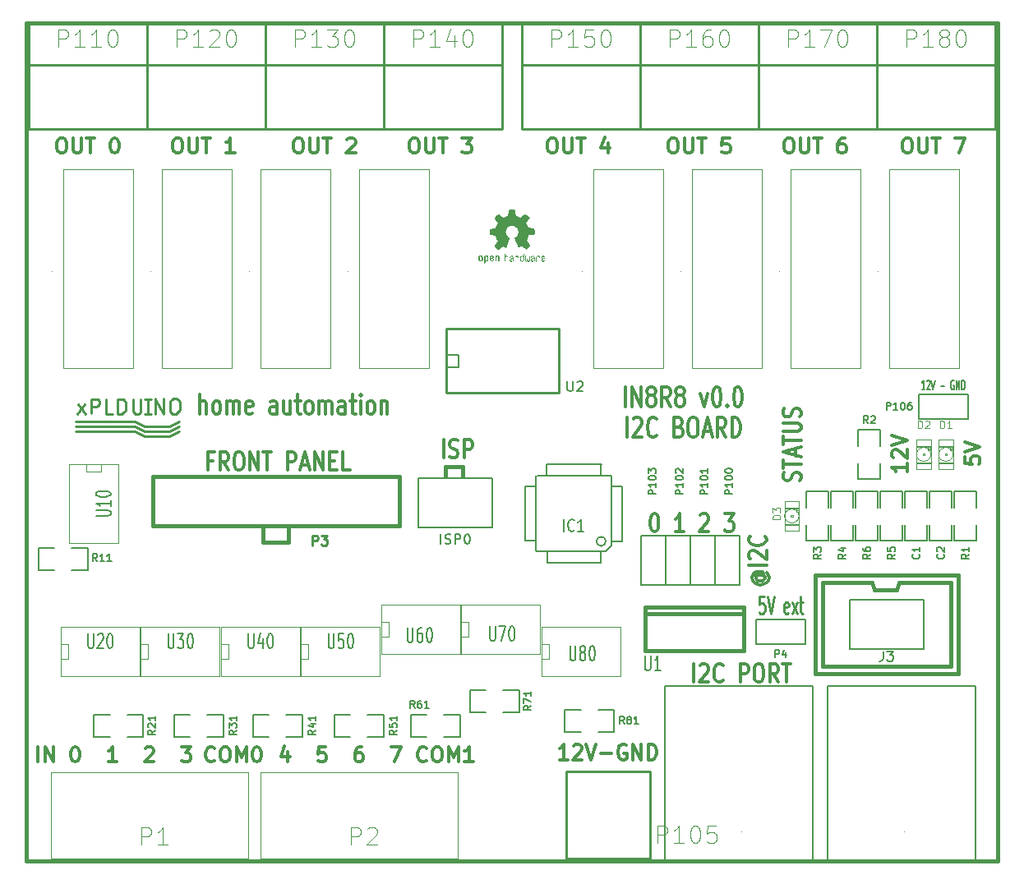
<source format=gto>
G04 (created by PCBNEW (2013-mar-13)-testing) date jeu. 09 mai 2013 09:34:03 CEST*
%MOIN*%
G04 Gerber Fmt 3.4, Leading zero omitted, Abs format*
%FSLAX34Y34*%
G01*
G70*
G90*
G04 APERTURE LIST*
%ADD10C,2.3622e-06*%
%ADD11C,0.012*%
%ADD12C,0.00984252*%
%ADD13C,0.00531496*%
%ADD14C,0.011811*%
%ADD15C,0.015*%
%ADD16C,0.01*%
%ADD17C,0.008*%
%ADD18C,0.006*%
%ADD19C,0.0039*%
%ADD20C,0.0026*%
%ADD21C,0.004*%
%ADD22C,0.0094*%
%ADD23C,0.005*%
%ADD24C,0.0001*%
%ADD25C,0.0108*%
%ADD26C,0.0035*%
%ADD27C,3.93701e-06*%
G04 APERTURE END LIST*
G54D10*
G54D11*
X78550Y-43861D02*
X78550Y-43061D01*
X78807Y-43861D02*
X78807Y-43442D01*
X78778Y-43366D01*
X78721Y-43328D01*
X78635Y-43328D01*
X78578Y-43366D01*
X78550Y-43404D01*
X79178Y-43861D02*
X79121Y-43823D01*
X79092Y-43785D01*
X79064Y-43709D01*
X79064Y-43480D01*
X79092Y-43404D01*
X79121Y-43366D01*
X79178Y-43328D01*
X79264Y-43328D01*
X79321Y-43366D01*
X79350Y-43404D01*
X79378Y-43480D01*
X79378Y-43709D01*
X79350Y-43785D01*
X79321Y-43823D01*
X79264Y-43861D01*
X79178Y-43861D01*
X79635Y-43861D02*
X79635Y-43328D01*
X79635Y-43404D02*
X79664Y-43366D01*
X79721Y-43328D01*
X79807Y-43328D01*
X79864Y-43366D01*
X79892Y-43442D01*
X79892Y-43861D01*
X79892Y-43442D02*
X79921Y-43366D01*
X79978Y-43328D01*
X80064Y-43328D01*
X80121Y-43366D01*
X80150Y-43442D01*
X80150Y-43861D01*
X80664Y-43823D02*
X80607Y-43861D01*
X80492Y-43861D01*
X80435Y-43823D01*
X80407Y-43747D01*
X80407Y-43442D01*
X80435Y-43366D01*
X80492Y-43328D01*
X80607Y-43328D01*
X80664Y-43366D01*
X80692Y-43442D01*
X80692Y-43519D01*
X80407Y-43595D01*
X81664Y-43861D02*
X81664Y-43442D01*
X81635Y-43366D01*
X81578Y-43328D01*
X81464Y-43328D01*
X81407Y-43366D01*
X81664Y-43823D02*
X81607Y-43861D01*
X81464Y-43861D01*
X81407Y-43823D01*
X81378Y-43747D01*
X81378Y-43671D01*
X81407Y-43595D01*
X81464Y-43557D01*
X81607Y-43557D01*
X81664Y-43519D01*
X82207Y-43328D02*
X82207Y-43861D01*
X81950Y-43328D02*
X81950Y-43747D01*
X81978Y-43823D01*
X82035Y-43861D01*
X82121Y-43861D01*
X82178Y-43823D01*
X82207Y-43785D01*
X82407Y-43328D02*
X82635Y-43328D01*
X82492Y-43061D02*
X82492Y-43747D01*
X82521Y-43823D01*
X82578Y-43861D01*
X82635Y-43861D01*
X82921Y-43861D02*
X82864Y-43823D01*
X82835Y-43785D01*
X82807Y-43709D01*
X82807Y-43480D01*
X82835Y-43404D01*
X82864Y-43366D01*
X82921Y-43328D01*
X83007Y-43328D01*
X83064Y-43366D01*
X83092Y-43404D01*
X83121Y-43480D01*
X83121Y-43709D01*
X83092Y-43785D01*
X83064Y-43823D01*
X83007Y-43861D01*
X82921Y-43861D01*
X83378Y-43861D02*
X83378Y-43328D01*
X83378Y-43404D02*
X83407Y-43366D01*
X83464Y-43328D01*
X83550Y-43328D01*
X83607Y-43366D01*
X83635Y-43442D01*
X83635Y-43861D01*
X83635Y-43442D02*
X83664Y-43366D01*
X83721Y-43328D01*
X83807Y-43328D01*
X83864Y-43366D01*
X83892Y-43442D01*
X83892Y-43861D01*
X84435Y-43861D02*
X84435Y-43442D01*
X84407Y-43366D01*
X84350Y-43328D01*
X84235Y-43328D01*
X84178Y-43366D01*
X84435Y-43823D02*
X84378Y-43861D01*
X84235Y-43861D01*
X84178Y-43823D01*
X84150Y-43747D01*
X84150Y-43671D01*
X84178Y-43595D01*
X84235Y-43557D01*
X84378Y-43557D01*
X84435Y-43519D01*
X84635Y-43328D02*
X84864Y-43328D01*
X84721Y-43061D02*
X84721Y-43747D01*
X84750Y-43823D01*
X84807Y-43861D01*
X84864Y-43861D01*
X85064Y-43861D02*
X85064Y-43328D01*
X85064Y-43061D02*
X85035Y-43100D01*
X85064Y-43138D01*
X85092Y-43100D01*
X85064Y-43061D01*
X85064Y-43138D01*
X85435Y-43861D02*
X85378Y-43823D01*
X85350Y-43785D01*
X85321Y-43709D01*
X85321Y-43480D01*
X85350Y-43404D01*
X85378Y-43366D01*
X85435Y-43328D01*
X85521Y-43328D01*
X85578Y-43366D01*
X85607Y-43404D01*
X85635Y-43480D01*
X85635Y-43709D01*
X85607Y-43785D01*
X85578Y-43823D01*
X85521Y-43861D01*
X85435Y-43861D01*
X85892Y-43328D02*
X85892Y-43861D01*
X85892Y-43404D02*
X85921Y-43366D01*
X85978Y-43328D01*
X86064Y-43328D01*
X86121Y-43366D01*
X86150Y-43442D01*
X86150Y-43861D01*
X95792Y-43561D02*
X95792Y-42761D01*
X96078Y-43561D02*
X96078Y-42761D01*
X96421Y-43561D01*
X96421Y-42761D01*
X96792Y-43104D02*
X96735Y-43066D01*
X96707Y-43028D01*
X96678Y-42952D01*
X96678Y-42914D01*
X96707Y-42838D01*
X96735Y-42800D01*
X96792Y-42761D01*
X96907Y-42761D01*
X96964Y-42800D01*
X96992Y-42838D01*
X97021Y-42914D01*
X97021Y-42952D01*
X96992Y-43028D01*
X96964Y-43066D01*
X96907Y-43104D01*
X96792Y-43104D01*
X96735Y-43142D01*
X96707Y-43180D01*
X96678Y-43257D01*
X96678Y-43409D01*
X96707Y-43485D01*
X96735Y-43523D01*
X96792Y-43561D01*
X96907Y-43561D01*
X96964Y-43523D01*
X96992Y-43485D01*
X97021Y-43409D01*
X97021Y-43257D01*
X96992Y-43180D01*
X96964Y-43142D01*
X96907Y-43104D01*
X97621Y-43561D02*
X97421Y-43180D01*
X97278Y-43561D02*
X97278Y-42761D01*
X97507Y-42761D01*
X97564Y-42800D01*
X97592Y-42838D01*
X97621Y-42914D01*
X97621Y-43028D01*
X97592Y-43104D01*
X97564Y-43142D01*
X97507Y-43180D01*
X97278Y-43180D01*
X97964Y-43104D02*
X97907Y-43066D01*
X97878Y-43028D01*
X97850Y-42952D01*
X97850Y-42914D01*
X97878Y-42838D01*
X97907Y-42800D01*
X97964Y-42761D01*
X98078Y-42761D01*
X98135Y-42800D01*
X98164Y-42838D01*
X98192Y-42914D01*
X98192Y-42952D01*
X98164Y-43028D01*
X98135Y-43066D01*
X98078Y-43104D01*
X97964Y-43104D01*
X97907Y-43142D01*
X97878Y-43180D01*
X97850Y-43257D01*
X97850Y-43409D01*
X97878Y-43485D01*
X97907Y-43523D01*
X97964Y-43561D01*
X98078Y-43561D01*
X98135Y-43523D01*
X98164Y-43485D01*
X98192Y-43409D01*
X98192Y-43257D01*
X98164Y-43180D01*
X98135Y-43142D01*
X98078Y-43104D01*
X98850Y-43028D02*
X98992Y-43561D01*
X99135Y-43028D01*
X99478Y-42761D02*
X99535Y-42761D01*
X99592Y-42800D01*
X99621Y-42838D01*
X99650Y-42914D01*
X99678Y-43066D01*
X99678Y-43257D01*
X99650Y-43409D01*
X99621Y-43485D01*
X99592Y-43523D01*
X99535Y-43561D01*
X99478Y-43561D01*
X99421Y-43523D01*
X99392Y-43485D01*
X99364Y-43409D01*
X99335Y-43257D01*
X99335Y-43066D01*
X99364Y-42914D01*
X99392Y-42838D01*
X99421Y-42800D01*
X99478Y-42761D01*
X99935Y-43485D02*
X99964Y-43523D01*
X99935Y-43561D01*
X99907Y-43523D01*
X99935Y-43485D01*
X99935Y-43561D01*
X100335Y-42761D02*
X100392Y-42761D01*
X100450Y-42800D01*
X100478Y-42838D01*
X100507Y-42914D01*
X100535Y-43066D01*
X100535Y-43257D01*
X100507Y-43409D01*
X100478Y-43485D01*
X100450Y-43523D01*
X100392Y-43561D01*
X100335Y-43561D01*
X100278Y-43523D01*
X100250Y-43485D01*
X100221Y-43409D01*
X100192Y-43257D01*
X100192Y-43066D01*
X100221Y-42914D01*
X100250Y-42838D01*
X100278Y-42800D01*
X100335Y-42761D01*
X95864Y-44801D02*
X95864Y-44001D01*
X96121Y-44078D02*
X96150Y-44040D01*
X96207Y-44001D01*
X96350Y-44001D01*
X96407Y-44040D01*
X96435Y-44078D01*
X96464Y-44154D01*
X96464Y-44230D01*
X96435Y-44344D01*
X96092Y-44801D01*
X96464Y-44801D01*
X97064Y-44725D02*
X97035Y-44763D01*
X96950Y-44801D01*
X96892Y-44801D01*
X96807Y-44763D01*
X96750Y-44687D01*
X96721Y-44611D01*
X96692Y-44459D01*
X96692Y-44344D01*
X96721Y-44192D01*
X96750Y-44116D01*
X96807Y-44040D01*
X96892Y-44001D01*
X96950Y-44001D01*
X97035Y-44040D01*
X97064Y-44078D01*
X97978Y-44382D02*
X98064Y-44420D01*
X98092Y-44459D01*
X98121Y-44535D01*
X98121Y-44649D01*
X98092Y-44725D01*
X98064Y-44763D01*
X98007Y-44801D01*
X97778Y-44801D01*
X97778Y-44001D01*
X97978Y-44001D01*
X98035Y-44040D01*
X98064Y-44078D01*
X98092Y-44154D01*
X98092Y-44230D01*
X98064Y-44306D01*
X98035Y-44344D01*
X97978Y-44382D01*
X97778Y-44382D01*
X98492Y-44001D02*
X98607Y-44001D01*
X98664Y-44040D01*
X98721Y-44116D01*
X98750Y-44268D01*
X98750Y-44535D01*
X98721Y-44687D01*
X98664Y-44763D01*
X98607Y-44801D01*
X98492Y-44801D01*
X98435Y-44763D01*
X98378Y-44687D01*
X98350Y-44535D01*
X98350Y-44268D01*
X98378Y-44116D01*
X98435Y-44040D01*
X98492Y-44001D01*
X98978Y-44573D02*
X99264Y-44573D01*
X98921Y-44801D02*
X99121Y-44001D01*
X99321Y-44801D01*
X99864Y-44801D02*
X99664Y-44420D01*
X99521Y-44801D02*
X99521Y-44001D01*
X99750Y-44001D01*
X99807Y-44040D01*
X99835Y-44078D01*
X99864Y-44154D01*
X99864Y-44268D01*
X99835Y-44344D01*
X99807Y-44382D01*
X99750Y-44420D01*
X99521Y-44420D01*
X100121Y-44801D02*
X100121Y-44001D01*
X100264Y-44001D01*
X100350Y-44040D01*
X100407Y-44116D01*
X100435Y-44192D01*
X100464Y-44344D01*
X100464Y-44459D01*
X100435Y-44611D01*
X100407Y-44687D01*
X100350Y-44763D01*
X100264Y-44801D01*
X100121Y-44801D01*
G54D12*
X101434Y-51261D02*
X101246Y-51261D01*
X101228Y-51599D01*
X101246Y-51565D01*
X101284Y-51531D01*
X101378Y-51531D01*
X101415Y-51565D01*
X101434Y-51599D01*
X101453Y-51666D01*
X101453Y-51835D01*
X101434Y-51903D01*
X101415Y-51936D01*
X101378Y-51970D01*
X101284Y-51970D01*
X101246Y-51936D01*
X101228Y-51903D01*
X101565Y-51261D02*
X101696Y-51970D01*
X101828Y-51261D01*
X102409Y-51936D02*
X102371Y-51970D01*
X102296Y-51970D01*
X102259Y-51936D01*
X102240Y-51869D01*
X102240Y-51599D01*
X102259Y-51531D01*
X102296Y-51498D01*
X102371Y-51498D01*
X102409Y-51531D01*
X102428Y-51599D01*
X102428Y-51666D01*
X102240Y-51734D01*
X102559Y-51970D02*
X102765Y-51498D01*
X102559Y-51498D02*
X102765Y-51970D01*
X102859Y-51498D02*
X103009Y-51498D01*
X102915Y-51261D02*
X102915Y-51869D01*
X102934Y-51936D01*
X102971Y-51970D01*
X103009Y-51970D01*
G54D13*
X107950Y-42878D02*
X107829Y-42878D01*
X107890Y-42878D02*
X107890Y-42484D01*
X107869Y-42540D01*
X107849Y-42578D01*
X107829Y-42596D01*
X108031Y-42521D02*
X108041Y-42503D01*
X108062Y-42484D01*
X108112Y-42484D01*
X108133Y-42503D01*
X108143Y-42521D01*
X108153Y-42559D01*
X108153Y-42596D01*
X108143Y-42653D01*
X108021Y-42878D01*
X108153Y-42878D01*
X108214Y-42484D02*
X108284Y-42878D01*
X108355Y-42484D01*
X108588Y-42728D02*
X108750Y-42728D01*
X109125Y-42503D02*
X109104Y-42484D01*
X109074Y-42484D01*
X109044Y-42503D01*
X109023Y-42540D01*
X109013Y-42578D01*
X109003Y-42653D01*
X109003Y-42709D01*
X109013Y-42784D01*
X109023Y-42821D01*
X109044Y-42859D01*
X109074Y-42878D01*
X109094Y-42878D01*
X109125Y-42859D01*
X109135Y-42840D01*
X109135Y-42709D01*
X109094Y-42709D01*
X109226Y-42878D02*
X109226Y-42484D01*
X109347Y-42878D01*
X109347Y-42484D01*
X109449Y-42878D02*
X109449Y-42484D01*
X109499Y-42484D01*
X109530Y-42503D01*
X109550Y-42540D01*
X109560Y-42578D01*
X109570Y-42653D01*
X109570Y-42709D01*
X109560Y-42784D01*
X109550Y-42821D01*
X109530Y-42859D01*
X109499Y-42878D01*
X109449Y-42878D01*
G54D14*
X93468Y-57884D02*
X93131Y-57884D01*
X93300Y-57884D02*
X93300Y-57255D01*
X93243Y-57345D01*
X93187Y-57405D01*
X93131Y-57435D01*
X93693Y-57315D02*
X93722Y-57285D01*
X93778Y-57255D01*
X93918Y-57255D01*
X93975Y-57285D01*
X94003Y-57315D01*
X94031Y-57375D01*
X94031Y-57435D01*
X94003Y-57525D01*
X93665Y-57884D01*
X94031Y-57884D01*
X94200Y-57255D02*
X94396Y-57884D01*
X94593Y-57255D01*
X94790Y-57644D02*
X95240Y-57644D01*
X95831Y-57285D02*
X95774Y-57255D01*
X95690Y-57255D01*
X95606Y-57285D01*
X95549Y-57345D01*
X95521Y-57405D01*
X95493Y-57525D01*
X95493Y-57614D01*
X95521Y-57734D01*
X95549Y-57794D01*
X95606Y-57854D01*
X95690Y-57884D01*
X95746Y-57884D01*
X95831Y-57854D01*
X95859Y-57824D01*
X95859Y-57614D01*
X95746Y-57614D01*
X96112Y-57884D02*
X96112Y-57255D01*
X96449Y-57884D01*
X96449Y-57255D01*
X96731Y-57884D02*
X96731Y-57255D01*
X96871Y-57255D01*
X96956Y-57285D01*
X97012Y-57345D01*
X97040Y-57405D01*
X97068Y-57525D01*
X97068Y-57614D01*
X97040Y-57734D01*
X97012Y-57794D01*
X96956Y-57854D01*
X96871Y-57884D01*
X96731Y-57884D01*
X98573Y-54720D02*
X98573Y-54011D01*
X98826Y-54079D02*
X98854Y-54045D01*
X98911Y-54011D01*
X99051Y-54011D01*
X99107Y-54045D01*
X99136Y-54079D01*
X99164Y-54146D01*
X99164Y-54214D01*
X99136Y-54315D01*
X98798Y-54720D01*
X99164Y-54720D01*
X99754Y-54653D02*
X99726Y-54686D01*
X99642Y-54720D01*
X99586Y-54720D01*
X99501Y-54686D01*
X99445Y-54619D01*
X99417Y-54551D01*
X99389Y-54416D01*
X99389Y-54315D01*
X99417Y-54180D01*
X99445Y-54113D01*
X99501Y-54045D01*
X99586Y-54011D01*
X99642Y-54011D01*
X99726Y-54045D01*
X99754Y-54079D01*
X100457Y-54720D02*
X100457Y-54011D01*
X100682Y-54011D01*
X100739Y-54045D01*
X100767Y-54079D01*
X100795Y-54146D01*
X100795Y-54248D01*
X100767Y-54315D01*
X100739Y-54349D01*
X100682Y-54383D01*
X100457Y-54383D01*
X101160Y-54011D02*
X101273Y-54011D01*
X101329Y-54045D01*
X101385Y-54113D01*
X101413Y-54248D01*
X101413Y-54484D01*
X101385Y-54619D01*
X101329Y-54686D01*
X101273Y-54720D01*
X101160Y-54720D01*
X101104Y-54686D01*
X101048Y-54619D01*
X101020Y-54484D01*
X101020Y-54248D01*
X101048Y-54113D01*
X101104Y-54045D01*
X101160Y-54011D01*
X102004Y-54720D02*
X101807Y-54383D01*
X101667Y-54720D02*
X101667Y-54011D01*
X101892Y-54011D01*
X101948Y-54045D01*
X101976Y-54079D01*
X102004Y-54146D01*
X102004Y-54248D01*
X101976Y-54315D01*
X101948Y-54349D01*
X101892Y-54383D01*
X101667Y-54383D01*
X102173Y-54011D02*
X102510Y-54011D01*
X102341Y-54720D02*
X102341Y-54011D01*
G54D15*
X89200Y-46000D02*
X89200Y-46400D01*
X88500Y-46000D02*
X89200Y-46000D01*
X88500Y-46400D02*
X88500Y-46000D01*
G54D14*
X88423Y-45620D02*
X88423Y-44911D01*
X88676Y-45586D02*
X88760Y-45620D01*
X88901Y-45620D01*
X88957Y-45586D01*
X88985Y-45553D01*
X89014Y-45485D01*
X89014Y-45418D01*
X88985Y-45350D01*
X88957Y-45316D01*
X88901Y-45283D01*
X88789Y-45249D01*
X88732Y-45215D01*
X88704Y-45181D01*
X88676Y-45114D01*
X88676Y-45046D01*
X88704Y-44979D01*
X88732Y-44945D01*
X88789Y-44911D01*
X88929Y-44911D01*
X89014Y-44945D01*
X89267Y-45620D02*
X89267Y-44911D01*
X89492Y-44911D01*
X89548Y-44945D01*
X89576Y-44979D01*
X89604Y-45046D01*
X89604Y-45148D01*
X89576Y-45215D01*
X89548Y-45249D01*
X89492Y-45283D01*
X89267Y-45283D01*
X79056Y-45749D02*
X78859Y-45749D01*
X78859Y-46120D02*
X78859Y-45411D01*
X79140Y-45411D01*
X79703Y-46120D02*
X79506Y-45783D01*
X79365Y-46120D02*
X79365Y-45411D01*
X79590Y-45411D01*
X79647Y-45445D01*
X79675Y-45479D01*
X79703Y-45546D01*
X79703Y-45648D01*
X79675Y-45715D01*
X79647Y-45749D01*
X79590Y-45783D01*
X79365Y-45783D01*
X80068Y-45411D02*
X80181Y-45411D01*
X80237Y-45445D01*
X80293Y-45513D01*
X80322Y-45648D01*
X80322Y-45884D01*
X80293Y-46019D01*
X80237Y-46086D01*
X80181Y-46120D01*
X80068Y-46120D01*
X80012Y-46086D01*
X79956Y-46019D01*
X79928Y-45884D01*
X79928Y-45648D01*
X79956Y-45513D01*
X80012Y-45445D01*
X80068Y-45411D01*
X80575Y-46120D02*
X80575Y-45411D01*
X80912Y-46120D01*
X80912Y-45411D01*
X81109Y-45411D02*
X81446Y-45411D01*
X81278Y-46120D02*
X81278Y-45411D01*
X82093Y-46120D02*
X82093Y-45411D01*
X82318Y-45411D01*
X82374Y-45445D01*
X82403Y-45479D01*
X82431Y-45546D01*
X82431Y-45648D01*
X82403Y-45715D01*
X82374Y-45749D01*
X82318Y-45783D01*
X82093Y-45783D01*
X82656Y-45918D02*
X82937Y-45918D01*
X82599Y-46120D02*
X82796Y-45411D01*
X82993Y-46120D01*
X83190Y-46120D02*
X83190Y-45411D01*
X83527Y-46120D01*
X83527Y-45411D01*
X83809Y-45749D02*
X84005Y-45749D01*
X84090Y-46120D02*
X83809Y-46120D01*
X83809Y-45411D01*
X84090Y-45411D01*
X84624Y-46120D02*
X84343Y-46120D01*
X84343Y-45411D01*
X107234Y-45865D02*
X107234Y-46203D01*
X107234Y-46034D02*
X106605Y-46034D01*
X106695Y-46090D01*
X106755Y-46146D01*
X106785Y-46203D01*
X106665Y-45640D02*
X106635Y-45612D01*
X106605Y-45556D01*
X106605Y-45415D01*
X106635Y-45359D01*
X106665Y-45331D01*
X106725Y-45303D01*
X106785Y-45303D01*
X106875Y-45331D01*
X107234Y-45668D01*
X107234Y-45303D01*
X106605Y-45134D02*
X107234Y-44937D01*
X106605Y-44740D01*
X109555Y-45588D02*
X109555Y-45870D01*
X109855Y-45898D01*
X109825Y-45870D01*
X109795Y-45813D01*
X109795Y-45673D01*
X109825Y-45616D01*
X109855Y-45588D01*
X109914Y-45560D01*
X110064Y-45560D01*
X110124Y-45588D01*
X110154Y-45616D01*
X110184Y-45673D01*
X110184Y-45813D01*
X110154Y-45870D01*
X110124Y-45898D01*
X109555Y-45392D02*
X110184Y-45195D01*
X109555Y-44998D01*
X102886Y-46562D02*
X102920Y-46477D01*
X102920Y-46337D01*
X102886Y-46281D01*
X102853Y-46252D01*
X102785Y-46224D01*
X102718Y-46224D01*
X102650Y-46252D01*
X102616Y-46281D01*
X102583Y-46337D01*
X102549Y-46449D01*
X102515Y-46506D01*
X102481Y-46534D01*
X102414Y-46562D01*
X102346Y-46562D01*
X102279Y-46534D01*
X102245Y-46506D01*
X102211Y-46449D01*
X102211Y-46309D01*
X102245Y-46224D01*
X102211Y-46056D02*
X102211Y-45718D01*
X102920Y-45887D02*
X102211Y-45887D01*
X102718Y-45549D02*
X102718Y-45268D01*
X102920Y-45606D02*
X102211Y-45409D01*
X102920Y-45212D01*
X102211Y-45100D02*
X102211Y-44762D01*
X102920Y-44931D02*
X102211Y-44931D01*
X102211Y-44565D02*
X102785Y-44565D01*
X102853Y-44537D01*
X102886Y-44509D01*
X102920Y-44453D01*
X102920Y-44340D01*
X102886Y-44284D01*
X102853Y-44256D01*
X102785Y-44228D01*
X102211Y-44228D01*
X102886Y-43975D02*
X102920Y-43890D01*
X102920Y-43750D01*
X102886Y-43693D01*
X102853Y-43665D01*
X102785Y-43637D01*
X102718Y-43637D01*
X102650Y-43665D01*
X102616Y-43693D01*
X102583Y-43750D01*
X102549Y-43862D01*
X102515Y-43918D01*
X102481Y-43947D01*
X102414Y-43975D01*
X102346Y-43975D01*
X102279Y-43947D01*
X102245Y-43918D01*
X102211Y-43862D01*
X102211Y-43722D01*
X102245Y-43637D01*
X101183Y-50390D02*
X101149Y-50418D01*
X101115Y-50474D01*
X101115Y-50531D01*
X101149Y-50587D01*
X101183Y-50615D01*
X101250Y-50643D01*
X101318Y-50643D01*
X101385Y-50615D01*
X101419Y-50587D01*
X101453Y-50531D01*
X101453Y-50474D01*
X101419Y-50418D01*
X101385Y-50390D01*
X101115Y-50390D02*
X101385Y-50390D01*
X101419Y-50362D01*
X101419Y-50334D01*
X101385Y-50278D01*
X101318Y-50249D01*
X101149Y-50249D01*
X101048Y-50306D01*
X100980Y-50390D01*
X100946Y-50503D01*
X100980Y-50615D01*
X101048Y-50699D01*
X101149Y-50756D01*
X101284Y-50784D01*
X101419Y-50756D01*
X101520Y-50699D01*
X101588Y-50615D01*
X101621Y-50503D01*
X101588Y-50390D01*
X101520Y-50306D01*
X101520Y-49996D02*
X100811Y-49996D01*
X100879Y-49743D02*
X100845Y-49715D01*
X100811Y-49659D01*
X100811Y-49518D01*
X100845Y-49462D01*
X100879Y-49434D01*
X100946Y-49406D01*
X101014Y-49406D01*
X101115Y-49434D01*
X101520Y-49771D01*
X101520Y-49406D01*
X101453Y-48815D02*
X101486Y-48843D01*
X101520Y-48928D01*
X101520Y-48984D01*
X101486Y-49068D01*
X101419Y-49125D01*
X101351Y-49153D01*
X101216Y-49181D01*
X101115Y-49181D01*
X100980Y-49153D01*
X100913Y-49125D01*
X100845Y-49068D01*
X100811Y-48984D01*
X100811Y-48928D01*
X100845Y-48843D01*
X100879Y-48815D01*
X96953Y-47911D02*
X97009Y-47911D01*
X97065Y-47945D01*
X97093Y-47979D01*
X97122Y-48046D01*
X97150Y-48181D01*
X97150Y-48350D01*
X97122Y-48485D01*
X97093Y-48553D01*
X97065Y-48586D01*
X97009Y-48620D01*
X96953Y-48620D01*
X96897Y-48586D01*
X96868Y-48553D01*
X96840Y-48485D01*
X96812Y-48350D01*
X96812Y-48181D01*
X96840Y-48046D01*
X96868Y-47979D01*
X96897Y-47945D01*
X96953Y-47911D01*
X98162Y-48620D02*
X97825Y-48620D01*
X97993Y-48620D02*
X97993Y-47911D01*
X97937Y-48013D01*
X97881Y-48080D01*
X97825Y-48114D01*
X98837Y-47979D02*
X98865Y-47945D01*
X98921Y-47911D01*
X99062Y-47911D01*
X99118Y-47945D01*
X99146Y-47979D01*
X99174Y-48046D01*
X99174Y-48114D01*
X99146Y-48215D01*
X98809Y-48620D01*
X99174Y-48620D01*
X99821Y-47911D02*
X100187Y-47911D01*
X99990Y-48181D01*
X100074Y-48181D01*
X100131Y-48215D01*
X100159Y-48249D01*
X100187Y-48316D01*
X100187Y-48485D01*
X100159Y-48553D01*
X100131Y-48586D01*
X100074Y-48620D01*
X99906Y-48620D01*
X99849Y-48586D01*
X99821Y-48553D01*
G54D11*
X107185Y-32671D02*
X107300Y-32671D01*
X107357Y-32700D01*
X107414Y-32757D01*
X107442Y-32871D01*
X107442Y-33071D01*
X107414Y-33185D01*
X107357Y-33242D01*
X107300Y-33271D01*
X107185Y-33271D01*
X107128Y-33242D01*
X107071Y-33185D01*
X107042Y-33071D01*
X107042Y-32871D01*
X107071Y-32757D01*
X107128Y-32700D01*
X107185Y-32671D01*
X107700Y-32671D02*
X107700Y-33157D01*
X107728Y-33214D01*
X107757Y-33242D01*
X107814Y-33271D01*
X107928Y-33271D01*
X107985Y-33242D01*
X108014Y-33214D01*
X108042Y-33157D01*
X108042Y-32671D01*
X108242Y-32671D02*
X108585Y-32671D01*
X108414Y-33271D02*
X108414Y-32671D01*
X109185Y-32671D02*
X109585Y-32671D01*
X109328Y-33271D01*
X102385Y-32671D02*
X102500Y-32671D01*
X102557Y-32700D01*
X102614Y-32757D01*
X102642Y-32871D01*
X102642Y-33071D01*
X102614Y-33185D01*
X102557Y-33242D01*
X102500Y-33271D01*
X102385Y-33271D01*
X102328Y-33242D01*
X102271Y-33185D01*
X102242Y-33071D01*
X102242Y-32871D01*
X102271Y-32757D01*
X102328Y-32700D01*
X102385Y-32671D01*
X102900Y-32671D02*
X102900Y-33157D01*
X102928Y-33214D01*
X102957Y-33242D01*
X103014Y-33271D01*
X103128Y-33271D01*
X103185Y-33242D01*
X103214Y-33214D01*
X103242Y-33157D01*
X103242Y-32671D01*
X103442Y-32671D02*
X103785Y-32671D01*
X103614Y-33271D02*
X103614Y-32671D01*
X104700Y-32671D02*
X104585Y-32671D01*
X104528Y-32700D01*
X104500Y-32728D01*
X104442Y-32814D01*
X104414Y-32928D01*
X104414Y-33157D01*
X104442Y-33214D01*
X104471Y-33242D01*
X104528Y-33271D01*
X104642Y-33271D01*
X104700Y-33242D01*
X104728Y-33214D01*
X104757Y-33157D01*
X104757Y-33014D01*
X104728Y-32957D01*
X104700Y-32928D01*
X104642Y-32900D01*
X104528Y-32900D01*
X104471Y-32928D01*
X104442Y-32957D01*
X104414Y-33014D01*
X97685Y-32671D02*
X97800Y-32671D01*
X97857Y-32700D01*
X97914Y-32757D01*
X97942Y-32871D01*
X97942Y-33071D01*
X97914Y-33185D01*
X97857Y-33242D01*
X97800Y-33271D01*
X97685Y-33271D01*
X97628Y-33242D01*
X97571Y-33185D01*
X97542Y-33071D01*
X97542Y-32871D01*
X97571Y-32757D01*
X97628Y-32700D01*
X97685Y-32671D01*
X98200Y-32671D02*
X98200Y-33157D01*
X98228Y-33214D01*
X98257Y-33242D01*
X98314Y-33271D01*
X98428Y-33271D01*
X98485Y-33242D01*
X98514Y-33214D01*
X98542Y-33157D01*
X98542Y-32671D01*
X98742Y-32671D02*
X99085Y-32671D01*
X98914Y-33271D02*
X98914Y-32671D01*
X100028Y-32671D02*
X99742Y-32671D01*
X99714Y-32957D01*
X99742Y-32928D01*
X99800Y-32900D01*
X99942Y-32900D01*
X100000Y-32928D01*
X100028Y-32957D01*
X100057Y-33014D01*
X100057Y-33157D01*
X100028Y-33214D01*
X100000Y-33242D01*
X99942Y-33271D01*
X99800Y-33271D01*
X99742Y-33242D01*
X99714Y-33214D01*
X92785Y-32671D02*
X92900Y-32671D01*
X92957Y-32700D01*
X93014Y-32757D01*
X93042Y-32871D01*
X93042Y-33071D01*
X93014Y-33185D01*
X92957Y-33242D01*
X92900Y-33271D01*
X92785Y-33271D01*
X92728Y-33242D01*
X92671Y-33185D01*
X92642Y-33071D01*
X92642Y-32871D01*
X92671Y-32757D01*
X92728Y-32700D01*
X92785Y-32671D01*
X93300Y-32671D02*
X93300Y-33157D01*
X93328Y-33214D01*
X93357Y-33242D01*
X93414Y-33271D01*
X93528Y-33271D01*
X93585Y-33242D01*
X93614Y-33214D01*
X93642Y-33157D01*
X93642Y-32671D01*
X93842Y-32671D02*
X94185Y-32671D01*
X94014Y-33271D02*
X94014Y-32671D01*
X95100Y-32871D02*
X95100Y-33271D01*
X94957Y-32642D02*
X94814Y-33071D01*
X95185Y-33071D01*
X87185Y-32671D02*
X87300Y-32671D01*
X87357Y-32700D01*
X87414Y-32757D01*
X87442Y-32871D01*
X87442Y-33071D01*
X87414Y-33185D01*
X87357Y-33242D01*
X87300Y-33271D01*
X87185Y-33271D01*
X87128Y-33242D01*
X87071Y-33185D01*
X87042Y-33071D01*
X87042Y-32871D01*
X87071Y-32757D01*
X87128Y-32700D01*
X87185Y-32671D01*
X87700Y-32671D02*
X87700Y-33157D01*
X87728Y-33214D01*
X87757Y-33242D01*
X87814Y-33271D01*
X87928Y-33271D01*
X87985Y-33242D01*
X88014Y-33214D01*
X88042Y-33157D01*
X88042Y-32671D01*
X88242Y-32671D02*
X88585Y-32671D01*
X88414Y-33271D02*
X88414Y-32671D01*
X89185Y-32671D02*
X89557Y-32671D01*
X89357Y-32900D01*
X89442Y-32900D01*
X89500Y-32928D01*
X89528Y-32957D01*
X89557Y-33014D01*
X89557Y-33157D01*
X89528Y-33214D01*
X89500Y-33242D01*
X89442Y-33271D01*
X89271Y-33271D01*
X89214Y-33242D01*
X89185Y-33214D01*
X82485Y-32671D02*
X82600Y-32671D01*
X82657Y-32700D01*
X82714Y-32757D01*
X82742Y-32871D01*
X82742Y-33071D01*
X82714Y-33185D01*
X82657Y-33242D01*
X82600Y-33271D01*
X82485Y-33271D01*
X82428Y-33242D01*
X82371Y-33185D01*
X82342Y-33071D01*
X82342Y-32871D01*
X82371Y-32757D01*
X82428Y-32700D01*
X82485Y-32671D01*
X83000Y-32671D02*
X83000Y-33157D01*
X83028Y-33214D01*
X83057Y-33242D01*
X83114Y-33271D01*
X83228Y-33271D01*
X83285Y-33242D01*
X83314Y-33214D01*
X83342Y-33157D01*
X83342Y-32671D01*
X83542Y-32671D02*
X83885Y-32671D01*
X83714Y-33271D02*
X83714Y-32671D01*
X84514Y-32728D02*
X84542Y-32700D01*
X84600Y-32671D01*
X84742Y-32671D01*
X84800Y-32700D01*
X84828Y-32728D01*
X84857Y-32785D01*
X84857Y-32842D01*
X84828Y-32928D01*
X84485Y-33271D01*
X84857Y-33271D01*
X77585Y-32671D02*
X77700Y-32671D01*
X77757Y-32700D01*
X77814Y-32757D01*
X77842Y-32871D01*
X77842Y-33071D01*
X77814Y-33185D01*
X77757Y-33242D01*
X77700Y-33271D01*
X77585Y-33271D01*
X77528Y-33242D01*
X77471Y-33185D01*
X77442Y-33071D01*
X77442Y-32871D01*
X77471Y-32757D01*
X77528Y-32700D01*
X77585Y-32671D01*
X78100Y-32671D02*
X78100Y-33157D01*
X78128Y-33214D01*
X78157Y-33242D01*
X78214Y-33271D01*
X78328Y-33271D01*
X78385Y-33242D01*
X78414Y-33214D01*
X78442Y-33157D01*
X78442Y-32671D01*
X78642Y-32671D02*
X78985Y-32671D01*
X78814Y-33271D02*
X78814Y-32671D01*
X79957Y-33271D02*
X79614Y-33271D01*
X79785Y-33271D02*
X79785Y-32671D01*
X79728Y-32757D01*
X79671Y-32814D01*
X79614Y-32842D01*
X72885Y-32671D02*
X73000Y-32671D01*
X73057Y-32700D01*
X73114Y-32757D01*
X73142Y-32871D01*
X73142Y-33071D01*
X73114Y-33185D01*
X73057Y-33242D01*
X73000Y-33271D01*
X72885Y-33271D01*
X72828Y-33242D01*
X72771Y-33185D01*
X72742Y-33071D01*
X72742Y-32871D01*
X72771Y-32757D01*
X72828Y-32700D01*
X72885Y-32671D01*
X73400Y-32671D02*
X73400Y-33157D01*
X73428Y-33214D01*
X73457Y-33242D01*
X73514Y-33271D01*
X73628Y-33271D01*
X73685Y-33242D01*
X73714Y-33214D01*
X73742Y-33157D01*
X73742Y-32671D01*
X73942Y-32671D02*
X74285Y-32671D01*
X74114Y-33271D02*
X74114Y-32671D01*
X75057Y-32671D02*
X75114Y-32671D01*
X75171Y-32700D01*
X75200Y-32728D01*
X75228Y-32785D01*
X75257Y-32900D01*
X75257Y-33042D01*
X75228Y-33157D01*
X75200Y-33214D01*
X75171Y-33242D01*
X75114Y-33271D01*
X75057Y-33271D01*
X75000Y-33242D01*
X74971Y-33214D01*
X74942Y-33157D01*
X74914Y-33042D01*
X74914Y-32900D01*
X74942Y-32785D01*
X74971Y-32728D01*
X75000Y-32700D01*
X75057Y-32671D01*
X87742Y-57914D02*
X87714Y-57942D01*
X87628Y-57971D01*
X87571Y-57971D01*
X87485Y-57942D01*
X87428Y-57885D01*
X87400Y-57828D01*
X87371Y-57714D01*
X87371Y-57628D01*
X87400Y-57514D01*
X87428Y-57457D01*
X87485Y-57400D01*
X87571Y-57371D01*
X87628Y-57371D01*
X87714Y-57400D01*
X87742Y-57428D01*
X88114Y-57371D02*
X88228Y-57371D01*
X88285Y-57400D01*
X88342Y-57457D01*
X88371Y-57571D01*
X88371Y-57771D01*
X88342Y-57885D01*
X88285Y-57942D01*
X88228Y-57971D01*
X88114Y-57971D01*
X88057Y-57942D01*
X88000Y-57885D01*
X87971Y-57771D01*
X87971Y-57571D01*
X88000Y-57457D01*
X88057Y-57400D01*
X88114Y-57371D01*
X88628Y-57971D02*
X88628Y-57371D01*
X88828Y-57800D01*
X89028Y-57371D01*
X89028Y-57971D01*
X89628Y-57971D02*
X89285Y-57971D01*
X89457Y-57971D02*
X89457Y-57371D01*
X89399Y-57457D01*
X89342Y-57514D01*
X89285Y-57542D01*
X86300Y-57371D02*
X86700Y-57371D01*
X86442Y-57971D01*
X85114Y-57371D02*
X85000Y-57371D01*
X84942Y-57400D01*
X84914Y-57428D01*
X84857Y-57514D01*
X84828Y-57628D01*
X84828Y-57857D01*
X84857Y-57914D01*
X84885Y-57942D01*
X84942Y-57971D01*
X85057Y-57971D01*
X85114Y-57942D01*
X85142Y-57914D01*
X85171Y-57857D01*
X85171Y-57714D01*
X85142Y-57657D01*
X85114Y-57628D01*
X85057Y-57600D01*
X84942Y-57600D01*
X84885Y-57628D01*
X84857Y-57657D01*
X84828Y-57714D01*
X83642Y-57371D02*
X83357Y-57371D01*
X83328Y-57657D01*
X83357Y-57628D01*
X83414Y-57600D01*
X83557Y-57600D01*
X83614Y-57628D01*
X83642Y-57657D01*
X83671Y-57714D01*
X83671Y-57857D01*
X83642Y-57914D01*
X83614Y-57942D01*
X83557Y-57971D01*
X83414Y-57971D01*
X83357Y-57942D01*
X83328Y-57914D01*
X82114Y-57571D02*
X82114Y-57971D01*
X81971Y-57342D02*
X81828Y-57771D01*
X82200Y-57771D01*
X79142Y-57914D02*
X79114Y-57942D01*
X79028Y-57971D01*
X78971Y-57971D01*
X78885Y-57942D01*
X78828Y-57885D01*
X78800Y-57828D01*
X78771Y-57714D01*
X78771Y-57628D01*
X78800Y-57514D01*
X78828Y-57457D01*
X78885Y-57400D01*
X78971Y-57371D01*
X79028Y-57371D01*
X79114Y-57400D01*
X79142Y-57428D01*
X79514Y-57371D02*
X79628Y-57371D01*
X79685Y-57400D01*
X79742Y-57457D01*
X79771Y-57571D01*
X79771Y-57771D01*
X79742Y-57885D01*
X79685Y-57942D01*
X79628Y-57971D01*
X79514Y-57971D01*
X79457Y-57942D01*
X79400Y-57885D01*
X79371Y-57771D01*
X79371Y-57571D01*
X79400Y-57457D01*
X79457Y-57400D01*
X79514Y-57371D01*
X80028Y-57971D02*
X80028Y-57371D01*
X80228Y-57800D01*
X80428Y-57371D01*
X80428Y-57971D01*
X80828Y-57371D02*
X80885Y-57371D01*
X80942Y-57400D01*
X80971Y-57428D01*
X80999Y-57485D01*
X81028Y-57600D01*
X81028Y-57742D01*
X80999Y-57857D01*
X80971Y-57914D01*
X80942Y-57942D01*
X80885Y-57971D01*
X80828Y-57971D01*
X80771Y-57942D01*
X80742Y-57914D01*
X80714Y-57857D01*
X80685Y-57742D01*
X80685Y-57600D01*
X80714Y-57485D01*
X80742Y-57428D01*
X80771Y-57400D01*
X80828Y-57371D01*
X77800Y-57371D02*
X78171Y-57371D01*
X77971Y-57600D01*
X78057Y-57600D01*
X78114Y-57628D01*
X78142Y-57657D01*
X78171Y-57714D01*
X78171Y-57857D01*
X78142Y-57914D01*
X78114Y-57942D01*
X78057Y-57971D01*
X77885Y-57971D01*
X77828Y-57942D01*
X77800Y-57914D01*
X76328Y-57428D02*
X76357Y-57400D01*
X76414Y-57371D01*
X76557Y-57371D01*
X76614Y-57400D01*
X76642Y-57428D01*
X76671Y-57485D01*
X76671Y-57542D01*
X76642Y-57628D01*
X76300Y-57971D01*
X76671Y-57971D01*
X75171Y-57971D02*
X74828Y-57971D01*
X75000Y-57971D02*
X75000Y-57371D01*
X74942Y-57457D01*
X74885Y-57514D01*
X74828Y-57542D01*
X71971Y-57971D02*
X71971Y-57371D01*
X72257Y-57971D02*
X72257Y-57371D01*
X72600Y-57971D01*
X72600Y-57371D01*
X73457Y-57371D02*
X73514Y-57371D01*
X73571Y-57400D01*
X73600Y-57428D01*
X73628Y-57485D01*
X73657Y-57600D01*
X73657Y-57742D01*
X73628Y-57857D01*
X73600Y-57914D01*
X73571Y-57942D01*
X73514Y-57971D01*
X73457Y-57971D01*
X73400Y-57942D01*
X73371Y-57914D01*
X73342Y-57857D01*
X73314Y-57742D01*
X73314Y-57600D01*
X73342Y-57485D01*
X73371Y-57428D01*
X73400Y-57400D01*
X73457Y-57371D01*
G54D15*
X82150Y-48400D02*
X82200Y-48400D01*
X82150Y-49050D02*
X82150Y-48400D01*
X82100Y-49050D02*
X82150Y-49050D01*
X81100Y-49050D02*
X82100Y-49050D01*
X81100Y-48400D02*
X81100Y-49050D01*
X71500Y-62000D02*
X110900Y-62000D01*
X71500Y-28000D02*
X110900Y-28000D01*
X110900Y-28000D02*
X110800Y-28000D01*
X110900Y-62000D02*
X110900Y-28000D01*
X71500Y-62000D02*
X71500Y-28000D01*
G54D16*
X88550Y-40400D02*
X88550Y-40650D01*
X88550Y-42800D02*
X88550Y-43000D01*
X88550Y-43000D02*
X93100Y-43000D01*
X93100Y-43000D02*
X93100Y-42800D01*
X88550Y-40400D02*
X93100Y-40400D01*
X93100Y-40400D02*
X93100Y-40650D01*
X93100Y-40600D02*
X93100Y-42800D01*
X88550Y-40600D02*
X88550Y-42800D01*
G54D17*
X88550Y-41450D02*
X89050Y-41450D01*
X89050Y-41450D02*
X89050Y-41950D01*
X89050Y-41950D02*
X88550Y-41950D01*
G54D15*
X76650Y-48400D02*
X86650Y-48400D01*
X86650Y-46400D02*
X76675Y-46400D01*
X76650Y-46400D02*
X76650Y-48400D01*
X86650Y-48400D02*
X86650Y-46400D01*
G54D18*
X103100Y-52200D02*
X103100Y-53200D01*
X103100Y-53200D02*
X101100Y-53200D01*
X101100Y-53200D02*
X101100Y-52200D01*
X101100Y-52200D02*
X103100Y-52200D01*
X91720Y-46810D02*
X92170Y-46810D01*
X91720Y-48990D02*
X92160Y-48990D01*
X91720Y-46810D02*
X91720Y-48990D01*
X92600Y-46340D02*
X92600Y-45910D01*
X94810Y-46330D02*
X94810Y-45910D01*
X94820Y-45910D02*
X92600Y-45900D01*
X94800Y-49880D02*
X92630Y-49890D01*
X95230Y-49190D02*
X95230Y-46360D01*
X92620Y-49880D02*
X92620Y-49470D01*
X94980Y-49430D02*
X92200Y-49430D01*
X92180Y-46350D02*
X92180Y-49390D01*
X95230Y-46350D02*
X92230Y-46350D01*
X95680Y-49020D02*
X95680Y-46800D01*
X95680Y-46800D02*
X95230Y-46800D01*
X95226Y-49200D02*
X94996Y-49430D01*
X95678Y-49020D02*
X95226Y-49020D01*
X94800Y-49430D02*
X94800Y-49882D01*
X95006Y-49026D02*
G75*
G03X95006Y-49026I-188J0D01*
G74*
G01*
G54D19*
X89150Y-52300D02*
X89450Y-52300D01*
X89450Y-52300D02*
X89450Y-52900D01*
X89450Y-52900D02*
X89150Y-52900D01*
X89150Y-53600D02*
X92350Y-53600D01*
X89150Y-51600D02*
X92350Y-51600D01*
X92350Y-51600D02*
X92350Y-53600D01*
X89150Y-51600D02*
X89150Y-53600D01*
X92400Y-53200D02*
X92700Y-53200D01*
X92700Y-53200D02*
X92700Y-53800D01*
X92700Y-53800D02*
X92400Y-53800D01*
X92400Y-54500D02*
X95600Y-54500D01*
X92400Y-52500D02*
X95600Y-52500D01*
X95600Y-52500D02*
X95600Y-54500D01*
X92400Y-52500D02*
X92400Y-54500D01*
X85900Y-52300D02*
X86200Y-52300D01*
X86200Y-52300D02*
X86200Y-52900D01*
X86200Y-52900D02*
X85900Y-52900D01*
X85900Y-53600D02*
X89100Y-53600D01*
X85900Y-51600D02*
X89100Y-51600D01*
X89100Y-51600D02*
X89100Y-53600D01*
X85900Y-51600D02*
X85900Y-53600D01*
X82650Y-53200D02*
X82950Y-53200D01*
X82950Y-53200D02*
X82950Y-53800D01*
X82950Y-53800D02*
X82650Y-53800D01*
X82650Y-54500D02*
X85850Y-54500D01*
X82650Y-52500D02*
X85850Y-52500D01*
X85850Y-52500D02*
X85850Y-54500D01*
X82650Y-52500D02*
X82650Y-54500D01*
X79400Y-53200D02*
X79700Y-53200D01*
X79700Y-53200D02*
X79700Y-53800D01*
X79700Y-53800D02*
X79400Y-53800D01*
X79400Y-54500D02*
X82600Y-54500D01*
X79400Y-52500D02*
X82600Y-52500D01*
X82600Y-52500D02*
X82600Y-54500D01*
X79400Y-52500D02*
X79400Y-54500D01*
X76150Y-53200D02*
X76450Y-53200D01*
X76450Y-53200D02*
X76450Y-53800D01*
X76450Y-53800D02*
X76150Y-53800D01*
X76150Y-54500D02*
X79350Y-54500D01*
X76150Y-52500D02*
X79350Y-52500D01*
X79350Y-52500D02*
X79350Y-54500D01*
X76150Y-52500D02*
X76150Y-54500D01*
X72900Y-53200D02*
X73200Y-53200D01*
X73200Y-53200D02*
X73200Y-53800D01*
X73200Y-53800D02*
X72900Y-53800D01*
X72900Y-54500D02*
X76100Y-54500D01*
X72900Y-52500D02*
X76100Y-52500D01*
X76100Y-52500D02*
X76100Y-54500D01*
X72900Y-52500D02*
X72900Y-54500D01*
X81000Y-58400D02*
X81000Y-61900D01*
X89000Y-58400D02*
X89000Y-61900D01*
X81000Y-61900D02*
X89000Y-61900D01*
X89000Y-58400D02*
X81000Y-58400D01*
X72500Y-58400D02*
X72500Y-61900D01*
X80500Y-58400D02*
X80500Y-61900D01*
X72500Y-61900D02*
X80500Y-61900D01*
X80500Y-58400D02*
X72500Y-58400D01*
G54D15*
X109000Y-54100D02*
X103900Y-54100D01*
X103900Y-54100D02*
X103800Y-54100D01*
X103800Y-54100D02*
X103800Y-50700D01*
X103800Y-50700D02*
X105800Y-50700D01*
X105800Y-50700D02*
X105900Y-51000D01*
X105900Y-51000D02*
X106800Y-51000D01*
X106800Y-51000D02*
X106900Y-50700D01*
X106900Y-50700D02*
X109000Y-50700D01*
X109000Y-50700D02*
X109000Y-54100D01*
X103500Y-54400D02*
X103500Y-50400D01*
X103500Y-50400D02*
X109300Y-50400D01*
X109300Y-50400D02*
X109300Y-54400D01*
X109300Y-54400D02*
X103500Y-54400D01*
G54D17*
X104900Y-51400D02*
X107900Y-51400D01*
X107900Y-53400D02*
X104900Y-53400D01*
X104900Y-53400D02*
X104900Y-51400D01*
X107900Y-51400D02*
X107900Y-53400D01*
G54D20*
X108839Y-45539D02*
X108839Y-45461D01*
X108839Y-45461D02*
X108761Y-45461D01*
X108761Y-45539D02*
X108761Y-45461D01*
X108839Y-45539D02*
X108761Y-45539D01*
X109075Y-45323D02*
X109075Y-45186D01*
X109075Y-45186D02*
X108977Y-45186D01*
X108977Y-45323D02*
X108977Y-45186D01*
X109075Y-45323D02*
X108977Y-45323D01*
X109075Y-45186D02*
X109075Y-45146D01*
X109075Y-45146D02*
X108604Y-45146D01*
X108604Y-45186D02*
X108604Y-45146D01*
X109075Y-45186D02*
X108604Y-45186D01*
X108584Y-45186D02*
X108584Y-45146D01*
X108584Y-45146D02*
X108525Y-45146D01*
X108525Y-45186D02*
X108525Y-45146D01*
X108584Y-45186D02*
X108525Y-45186D01*
X109075Y-45854D02*
X109075Y-45814D01*
X109075Y-45814D02*
X108604Y-45814D01*
X108604Y-45854D02*
X108604Y-45814D01*
X109075Y-45854D02*
X108604Y-45854D01*
X108584Y-45854D02*
X108584Y-45814D01*
X108584Y-45814D02*
X108525Y-45814D01*
X108525Y-45854D02*
X108525Y-45814D01*
X108584Y-45854D02*
X108525Y-45854D01*
X109075Y-45323D02*
X109075Y-45264D01*
X109075Y-45264D02*
X108977Y-45264D01*
X108977Y-45323D02*
X108977Y-45264D01*
X109075Y-45323D02*
X108977Y-45323D01*
G54D21*
X109095Y-44890D02*
X109095Y-46110D01*
X109095Y-46110D02*
X108505Y-46110D01*
X108505Y-46110D02*
X108505Y-44890D01*
X108505Y-44890D02*
X109095Y-44890D01*
X108996Y-45715D02*
G75*
G03X108995Y-45283I-196J215D01*
G74*
G01*
X108603Y-45715D02*
G75*
G03X108995Y-45716I196J215D01*
G74*
G01*
X108603Y-45284D02*
G75*
G03X108604Y-45716I196J-215D01*
G74*
G01*
X108996Y-45284D02*
G75*
G03X108604Y-45283I-196J-215D01*
G74*
G01*
G54D20*
X107939Y-45539D02*
X107939Y-45461D01*
X107939Y-45461D02*
X107861Y-45461D01*
X107861Y-45539D02*
X107861Y-45461D01*
X107939Y-45539D02*
X107861Y-45539D01*
X108175Y-45323D02*
X108175Y-45186D01*
X108175Y-45186D02*
X108077Y-45186D01*
X108077Y-45323D02*
X108077Y-45186D01*
X108175Y-45323D02*
X108077Y-45323D01*
X108175Y-45186D02*
X108175Y-45146D01*
X108175Y-45146D02*
X107704Y-45146D01*
X107704Y-45186D02*
X107704Y-45146D01*
X108175Y-45186D02*
X107704Y-45186D01*
X107684Y-45186D02*
X107684Y-45146D01*
X107684Y-45146D02*
X107625Y-45146D01*
X107625Y-45186D02*
X107625Y-45146D01*
X107684Y-45186D02*
X107625Y-45186D01*
X108175Y-45854D02*
X108175Y-45814D01*
X108175Y-45814D02*
X107704Y-45814D01*
X107704Y-45854D02*
X107704Y-45814D01*
X108175Y-45854D02*
X107704Y-45854D01*
X107684Y-45854D02*
X107684Y-45814D01*
X107684Y-45814D02*
X107625Y-45814D01*
X107625Y-45854D02*
X107625Y-45814D01*
X107684Y-45854D02*
X107625Y-45854D01*
X108175Y-45323D02*
X108175Y-45264D01*
X108175Y-45264D02*
X108077Y-45264D01*
X108077Y-45323D02*
X108077Y-45264D01*
X108175Y-45323D02*
X108077Y-45323D01*
G54D21*
X108195Y-44890D02*
X108195Y-46110D01*
X108195Y-46110D02*
X107605Y-46110D01*
X107605Y-46110D02*
X107605Y-44890D01*
X107605Y-44890D02*
X108195Y-44890D01*
X108096Y-45715D02*
G75*
G03X108095Y-45283I-196J215D01*
G74*
G01*
X107703Y-45715D02*
G75*
G03X108095Y-45716I196J215D01*
G74*
G01*
X107703Y-45284D02*
G75*
G03X107704Y-45716I196J-215D01*
G74*
G01*
X108096Y-45284D02*
G75*
G03X107704Y-45283I-196J-215D01*
G74*
G01*
G54D20*
X102589Y-48039D02*
X102589Y-47961D01*
X102589Y-47961D02*
X102511Y-47961D01*
X102511Y-48039D02*
X102511Y-47961D01*
X102589Y-48039D02*
X102511Y-48039D01*
X102825Y-47823D02*
X102825Y-47686D01*
X102825Y-47686D02*
X102727Y-47686D01*
X102727Y-47823D02*
X102727Y-47686D01*
X102825Y-47823D02*
X102727Y-47823D01*
X102825Y-47686D02*
X102825Y-47646D01*
X102825Y-47646D02*
X102354Y-47646D01*
X102354Y-47686D02*
X102354Y-47646D01*
X102825Y-47686D02*
X102354Y-47686D01*
X102334Y-47686D02*
X102334Y-47646D01*
X102334Y-47646D02*
X102275Y-47646D01*
X102275Y-47686D02*
X102275Y-47646D01*
X102334Y-47686D02*
X102275Y-47686D01*
X102825Y-48354D02*
X102825Y-48314D01*
X102825Y-48314D02*
X102354Y-48314D01*
X102354Y-48354D02*
X102354Y-48314D01*
X102825Y-48354D02*
X102354Y-48354D01*
X102334Y-48354D02*
X102334Y-48314D01*
X102334Y-48314D02*
X102275Y-48314D01*
X102275Y-48354D02*
X102275Y-48314D01*
X102334Y-48354D02*
X102275Y-48354D01*
X102825Y-47823D02*
X102825Y-47764D01*
X102825Y-47764D02*
X102727Y-47764D01*
X102727Y-47823D02*
X102727Y-47764D01*
X102825Y-47823D02*
X102727Y-47823D01*
G54D21*
X102845Y-47390D02*
X102845Y-48610D01*
X102845Y-48610D02*
X102255Y-48610D01*
X102255Y-48610D02*
X102255Y-47390D01*
X102255Y-47390D02*
X102845Y-47390D01*
X102746Y-48215D02*
G75*
G03X102745Y-47783I-196J215D01*
G74*
G01*
X102353Y-48215D02*
G75*
G03X102745Y-48216I196J215D01*
G74*
G01*
X102353Y-47784D02*
G75*
G03X102354Y-48216I196J-215D01*
G74*
G01*
X102746Y-47784D02*
G75*
G03X102354Y-47783I-196J-215D01*
G74*
G01*
G54D16*
X86000Y-29700D02*
X86000Y-28000D01*
X86000Y-28000D02*
X90800Y-28000D01*
X90800Y-28000D02*
X90800Y-29700D01*
G54D22*
X90800Y-32300D02*
X86100Y-32300D01*
X86100Y-32300D02*
X86000Y-32300D01*
X86000Y-32300D02*
X86000Y-29700D01*
X86000Y-29700D02*
X90800Y-29700D01*
X90800Y-29700D02*
X90800Y-32300D01*
G54D16*
X81200Y-29700D02*
X81200Y-28000D01*
X81200Y-28000D02*
X86000Y-28000D01*
X86000Y-28000D02*
X86000Y-29700D01*
G54D22*
X86000Y-32300D02*
X81300Y-32300D01*
X81300Y-32300D02*
X81200Y-32300D01*
X81200Y-32300D02*
X81200Y-29700D01*
X81200Y-29700D02*
X86000Y-29700D01*
X86000Y-29700D02*
X86000Y-32300D01*
G54D16*
X76400Y-29700D02*
X76400Y-28000D01*
X76400Y-28000D02*
X81200Y-28000D01*
X81200Y-28000D02*
X81200Y-29700D01*
G54D22*
X81200Y-32300D02*
X76500Y-32300D01*
X76500Y-32300D02*
X76400Y-32300D01*
X76400Y-32300D02*
X76400Y-29700D01*
X76400Y-29700D02*
X81200Y-29700D01*
X81200Y-29700D02*
X81200Y-32300D01*
G54D16*
X91600Y-29700D02*
X91600Y-28000D01*
X91600Y-28000D02*
X96400Y-28000D01*
X96400Y-28000D02*
X96400Y-29700D01*
G54D22*
X96400Y-32300D02*
X91700Y-32300D01*
X91700Y-32300D02*
X91600Y-32300D01*
X91600Y-32300D02*
X91600Y-29700D01*
X91600Y-29700D02*
X96400Y-29700D01*
X96400Y-29700D02*
X96400Y-32300D01*
G54D16*
X71600Y-29700D02*
X71600Y-28000D01*
X71600Y-28000D02*
X76400Y-28000D01*
X76400Y-28000D02*
X76400Y-29700D01*
G54D22*
X76400Y-32300D02*
X71700Y-32300D01*
X71700Y-32300D02*
X71600Y-32300D01*
X71600Y-32300D02*
X71600Y-29700D01*
X71600Y-29700D02*
X76400Y-29700D01*
X76400Y-29700D02*
X76400Y-32300D01*
G54D16*
X96400Y-29700D02*
X96400Y-28000D01*
X96400Y-28000D02*
X101200Y-28000D01*
X101200Y-28000D02*
X101200Y-29700D01*
G54D22*
X101200Y-32300D02*
X96500Y-32300D01*
X96500Y-32300D02*
X96400Y-32300D01*
X96400Y-32300D02*
X96400Y-29700D01*
X96400Y-29700D02*
X101200Y-29700D01*
X101200Y-29700D02*
X101200Y-32300D01*
G54D16*
X106000Y-29700D02*
X106000Y-28000D01*
X106000Y-28000D02*
X110800Y-28000D01*
X110800Y-28000D02*
X110800Y-29700D01*
G54D22*
X110800Y-32300D02*
X106100Y-32300D01*
X106100Y-32300D02*
X106000Y-32300D01*
X106000Y-32300D02*
X106000Y-29700D01*
X106000Y-29700D02*
X110800Y-29700D01*
X110800Y-29700D02*
X110800Y-32300D01*
G54D16*
X101200Y-29700D02*
X101200Y-28000D01*
X101200Y-28000D02*
X106000Y-28000D01*
X106000Y-28000D02*
X106000Y-29700D01*
G54D22*
X106000Y-32300D02*
X101300Y-32300D01*
X101300Y-32300D02*
X101200Y-32300D01*
X101200Y-32300D02*
X101200Y-29700D01*
X101200Y-29700D02*
X106000Y-29700D01*
X106000Y-29700D02*
X106000Y-32300D01*
G54D18*
X100450Y-50800D02*
X99450Y-50800D01*
X99450Y-50800D02*
X99450Y-48800D01*
X99450Y-48800D02*
X100450Y-48800D01*
X100450Y-48800D02*
X100450Y-50800D01*
X99450Y-50800D02*
X98450Y-50800D01*
X98450Y-50800D02*
X98450Y-48800D01*
X98450Y-48800D02*
X99450Y-48800D01*
X99450Y-48800D02*
X99450Y-50800D01*
X97450Y-50800D02*
X96450Y-50800D01*
X96450Y-50800D02*
X96450Y-48800D01*
X96450Y-48800D02*
X97450Y-48800D01*
X97450Y-48800D02*
X97450Y-50800D01*
X107700Y-44050D02*
X107700Y-43050D01*
X107700Y-43050D02*
X109700Y-43050D01*
X109700Y-43050D02*
X109700Y-44050D01*
X109700Y-44050D02*
X107700Y-44050D01*
X98450Y-50800D02*
X97450Y-50800D01*
X97450Y-50800D02*
X97450Y-48800D01*
X97450Y-48800D02*
X98450Y-48800D01*
X98450Y-48800D02*
X98450Y-50800D01*
G54D23*
X97400Y-62000D02*
X103400Y-62000D01*
X103400Y-62000D02*
X103400Y-54900D01*
X103400Y-54900D02*
X97400Y-54900D01*
X97400Y-54900D02*
X97400Y-62000D01*
X104000Y-62000D02*
X110000Y-62000D01*
X110000Y-62000D02*
X110000Y-54900D01*
X110000Y-54900D02*
X104000Y-54900D01*
X104000Y-54900D02*
X104000Y-62000D01*
X84000Y-56050D02*
X84000Y-56950D01*
X84000Y-56950D02*
X84650Y-56950D01*
X85350Y-56050D02*
X86000Y-56050D01*
X86000Y-56050D02*
X86000Y-56950D01*
X86000Y-56950D02*
X85350Y-56950D01*
X84650Y-56050D02*
X84000Y-56050D01*
X104150Y-49000D02*
X105050Y-49000D01*
X105050Y-49000D02*
X105050Y-48350D01*
X104150Y-47650D02*
X104150Y-47000D01*
X104150Y-47000D02*
X105050Y-47000D01*
X105050Y-47000D02*
X105050Y-47650D01*
X104150Y-48350D02*
X104150Y-49000D01*
X103150Y-49000D02*
X104050Y-49000D01*
X104050Y-49000D02*
X104050Y-48350D01*
X103150Y-47650D02*
X103150Y-47000D01*
X103150Y-47000D02*
X104050Y-47000D01*
X104050Y-47000D02*
X104050Y-47650D01*
X103150Y-48350D02*
X103150Y-49000D01*
X108150Y-49000D02*
X109050Y-49000D01*
X109050Y-49000D02*
X109050Y-48350D01*
X108150Y-47650D02*
X108150Y-47000D01*
X108150Y-47000D02*
X109050Y-47000D01*
X109050Y-47000D02*
X109050Y-47650D01*
X108150Y-48350D02*
X108150Y-49000D01*
X107150Y-49000D02*
X108050Y-49000D01*
X108050Y-49000D02*
X108050Y-48350D01*
X107150Y-47650D02*
X107150Y-47000D01*
X107150Y-47000D02*
X108050Y-47000D01*
X108050Y-47000D02*
X108050Y-47650D01*
X107150Y-48350D02*
X107150Y-49000D01*
X106150Y-44500D02*
X105250Y-44500D01*
X105250Y-44500D02*
X105250Y-45150D01*
X106150Y-45850D02*
X106150Y-46500D01*
X106150Y-46500D02*
X105250Y-46500D01*
X105250Y-46500D02*
X105250Y-45850D01*
X106150Y-45150D02*
X106150Y-44500D01*
X77500Y-56050D02*
X77500Y-56950D01*
X77500Y-56950D02*
X78150Y-56950D01*
X78850Y-56050D02*
X79500Y-56050D01*
X79500Y-56050D02*
X79500Y-56950D01*
X79500Y-56950D02*
X78850Y-56950D01*
X78150Y-56050D02*
X77500Y-56050D01*
X109150Y-49000D02*
X110050Y-49000D01*
X110050Y-49000D02*
X110050Y-48350D01*
X109150Y-47650D02*
X109150Y-47000D01*
X109150Y-47000D02*
X110050Y-47000D01*
X110050Y-47000D02*
X110050Y-47650D01*
X109150Y-48350D02*
X109150Y-49000D01*
X74250Y-56050D02*
X74250Y-56950D01*
X74250Y-56950D02*
X74900Y-56950D01*
X75600Y-56050D02*
X76250Y-56050D01*
X76250Y-56050D02*
X76250Y-56950D01*
X76250Y-56950D02*
X75600Y-56950D01*
X74900Y-56050D02*
X74250Y-56050D01*
X80700Y-56050D02*
X80700Y-56950D01*
X80700Y-56950D02*
X81350Y-56950D01*
X82050Y-56050D02*
X82700Y-56050D01*
X82700Y-56050D02*
X82700Y-56950D01*
X82700Y-56950D02*
X82050Y-56950D01*
X81350Y-56050D02*
X80700Y-56050D01*
X95350Y-56750D02*
X95350Y-55850D01*
X95350Y-55850D02*
X94700Y-55850D01*
X94000Y-56750D02*
X93350Y-56750D01*
X93350Y-56750D02*
X93350Y-55850D01*
X93350Y-55850D02*
X94000Y-55850D01*
X94700Y-56750D02*
X95350Y-56750D01*
X87100Y-56050D02*
X87100Y-56950D01*
X87100Y-56950D02*
X87750Y-56950D01*
X88450Y-56050D02*
X89100Y-56050D01*
X89100Y-56050D02*
X89100Y-56950D01*
X89100Y-56950D02*
X88450Y-56950D01*
X87750Y-56050D02*
X87100Y-56050D01*
X91500Y-55950D02*
X91500Y-55050D01*
X91500Y-55050D02*
X90850Y-55050D01*
X90150Y-55950D02*
X89500Y-55950D01*
X89500Y-55950D02*
X89500Y-55050D01*
X89500Y-55050D02*
X90150Y-55050D01*
X90850Y-55950D02*
X91500Y-55950D01*
G54D17*
X87400Y-46450D02*
X90400Y-46450D01*
X90400Y-48450D02*
X87400Y-48450D01*
X87400Y-48450D02*
X87400Y-46450D01*
X90400Y-46450D02*
X90400Y-48450D01*
G54D19*
X74550Y-45900D02*
X74550Y-46200D01*
X74550Y-46200D02*
X73950Y-46200D01*
X73950Y-46200D02*
X73950Y-45900D01*
X73250Y-45900D02*
X73250Y-49100D01*
X75250Y-45900D02*
X75250Y-49100D01*
X75250Y-49100D02*
X73250Y-49100D01*
X75250Y-45900D02*
X73250Y-45900D01*
G54D23*
X74000Y-50200D02*
X74000Y-49300D01*
X74000Y-49300D02*
X73350Y-49300D01*
X72650Y-50200D02*
X72000Y-50200D01*
X72000Y-50200D02*
X72000Y-49300D01*
X72000Y-49300D02*
X72650Y-49300D01*
X73350Y-50200D02*
X74000Y-50200D01*
G54D15*
X96600Y-51950D02*
X96600Y-51700D01*
X96600Y-51700D02*
X100600Y-51700D01*
X100600Y-51700D02*
X100600Y-51950D01*
X96600Y-53450D02*
X96600Y-51950D01*
X96600Y-51950D02*
X100600Y-51950D01*
X100600Y-51950D02*
X100600Y-53450D01*
X100600Y-53450D02*
X96600Y-53450D01*
G54D23*
X107050Y-47000D02*
X106150Y-47000D01*
X106150Y-47000D02*
X106150Y-47650D01*
X107050Y-48350D02*
X107050Y-49000D01*
X107050Y-49000D02*
X106150Y-49000D01*
X106150Y-49000D02*
X106150Y-48350D01*
X107050Y-47650D02*
X107050Y-47000D01*
X106050Y-47000D02*
X105150Y-47000D01*
X105150Y-47000D02*
X105150Y-47650D01*
X106050Y-48350D02*
X106050Y-49000D01*
X106050Y-49000D02*
X105150Y-49000D01*
X105150Y-49000D02*
X105150Y-48350D01*
X106050Y-47650D02*
X106050Y-47000D01*
G54D16*
X73500Y-44550D02*
X75900Y-44550D01*
X75900Y-44550D02*
X76300Y-44750D01*
X76300Y-44750D02*
X77300Y-44750D01*
X77300Y-44750D02*
X77700Y-44550D01*
X73500Y-44350D02*
X75900Y-44350D01*
X75900Y-44350D02*
X76300Y-44550D01*
X76300Y-44550D02*
X77300Y-44550D01*
X77300Y-44550D02*
X77700Y-44350D01*
X77300Y-44350D02*
X77700Y-44150D01*
X76300Y-44350D02*
X77300Y-44350D01*
X75900Y-44150D02*
X76300Y-44350D01*
X73500Y-44150D02*
X75900Y-44150D01*
X73500Y-44150D02*
X75900Y-44150D01*
X75900Y-44150D02*
X76300Y-44350D01*
X76300Y-44350D02*
X77300Y-44350D01*
X77300Y-44350D02*
X77700Y-44150D01*
X77300Y-44350D02*
X77700Y-44150D01*
X76300Y-44350D02*
X77300Y-44350D01*
X75900Y-44150D02*
X76300Y-44350D01*
X73500Y-44150D02*
X75900Y-44150D01*
X73500Y-44150D02*
X75900Y-44150D01*
X75900Y-44150D02*
X76300Y-44350D01*
X76300Y-44350D02*
X77300Y-44350D01*
X77300Y-44350D02*
X77700Y-44150D01*
X77300Y-44350D02*
X77700Y-44150D01*
X76300Y-44350D02*
X77300Y-44350D01*
X75900Y-44150D02*
X76300Y-44350D01*
X73500Y-44150D02*
X75900Y-44150D01*
X73500Y-44150D02*
X75900Y-44150D01*
X75900Y-44150D02*
X76300Y-44350D01*
X76300Y-44350D02*
X77300Y-44350D01*
X77300Y-44350D02*
X77700Y-44150D01*
X77300Y-44350D02*
X77700Y-44150D01*
X76300Y-44350D02*
X77300Y-44350D01*
X75900Y-44150D02*
X76300Y-44350D01*
X73500Y-44150D02*
X75900Y-44150D01*
X73500Y-44150D02*
X75900Y-44150D01*
X75900Y-44150D02*
X76300Y-44350D01*
X76300Y-44350D02*
X77300Y-44350D01*
X77300Y-44350D02*
X77700Y-44150D01*
X77575Y-43850D02*
X77675Y-43775D01*
X77350Y-43750D02*
X77450Y-43850D01*
X76525Y-43850D02*
X76575Y-43850D01*
X76300Y-43850D02*
X76550Y-43850D01*
X76300Y-43250D02*
X76575Y-43250D01*
X76450Y-43825D02*
X76450Y-43300D01*
X77325Y-43650D02*
X77350Y-43750D01*
X77450Y-43850D02*
X77575Y-43850D01*
X77725Y-43625D02*
X77700Y-43750D01*
X77325Y-43425D02*
X77350Y-43325D01*
X77350Y-43325D02*
X77425Y-43250D01*
X77425Y-43250D02*
X77475Y-43225D01*
X77475Y-43225D02*
X77575Y-43225D01*
X77575Y-43225D02*
X77625Y-43250D01*
X77625Y-43250D02*
X77675Y-43275D01*
X77675Y-43275D02*
X77700Y-43325D01*
X77700Y-43325D02*
X77725Y-43400D01*
X77725Y-43400D02*
X77725Y-43450D01*
X77725Y-43450D02*
X77725Y-43625D01*
X77325Y-43450D02*
X77325Y-43650D01*
X76725Y-43850D02*
X76725Y-43225D01*
X76725Y-43250D02*
X77075Y-43850D01*
X77075Y-43850D02*
X77075Y-43225D01*
X75825Y-43250D02*
X75825Y-43725D01*
X75825Y-43725D02*
X75850Y-43775D01*
X75850Y-43775D02*
X75875Y-43800D01*
X75875Y-43800D02*
X75900Y-43825D01*
X75900Y-43825D02*
X75950Y-43850D01*
X75950Y-43850D02*
X76000Y-43850D01*
X76000Y-43850D02*
X76050Y-43850D01*
X76050Y-43850D02*
X76100Y-43825D01*
X76100Y-43825D02*
X76125Y-43800D01*
X76125Y-43800D02*
X76150Y-43775D01*
X76150Y-43775D02*
X76150Y-43725D01*
X76150Y-43725D02*
X76150Y-43250D01*
X75225Y-43250D02*
X75350Y-43250D01*
X75350Y-43250D02*
X75450Y-43275D01*
X75450Y-43275D02*
X75500Y-43325D01*
X75500Y-43325D02*
X75525Y-43400D01*
X75525Y-43400D02*
X75550Y-43500D01*
X75550Y-43500D02*
X75550Y-43575D01*
X75550Y-43575D02*
X75550Y-43625D01*
X75550Y-43625D02*
X75525Y-43700D01*
X75525Y-43700D02*
X75500Y-43750D01*
X75500Y-43750D02*
X75450Y-43800D01*
X75450Y-43800D02*
X75375Y-43850D01*
X75375Y-43850D02*
X75325Y-43850D01*
X75325Y-43850D02*
X75200Y-43850D01*
X75200Y-43850D02*
X75200Y-43250D01*
X74725Y-43250D02*
X74725Y-43850D01*
X74725Y-43850D02*
X75000Y-43850D01*
X74125Y-43250D02*
X74150Y-43250D01*
X74150Y-43250D02*
X74375Y-43250D01*
X74375Y-43250D02*
X74425Y-43275D01*
X74425Y-43275D02*
X74450Y-43300D01*
X74450Y-43300D02*
X74475Y-43350D01*
X74475Y-43350D02*
X74475Y-43400D01*
X74475Y-43400D02*
X74475Y-43450D01*
X74475Y-43450D02*
X74450Y-43500D01*
X74450Y-43500D02*
X74400Y-43525D01*
X74400Y-43525D02*
X74350Y-43550D01*
X74350Y-43550D02*
X74125Y-43550D01*
X74125Y-43825D02*
X74125Y-43250D01*
X73600Y-43450D02*
X73900Y-43850D01*
X73575Y-43850D02*
X73875Y-43450D01*
G54D19*
X73000Y-42000D02*
X73000Y-41961D01*
X75677Y-42000D02*
X75835Y-42000D01*
X75835Y-42000D02*
X75835Y-41882D01*
X73000Y-34047D02*
X73000Y-33929D01*
X75835Y-34126D02*
X75835Y-33929D01*
X75677Y-33929D02*
X75835Y-33929D01*
X73000Y-34165D02*
X73000Y-34047D01*
X72999Y-42000D02*
X75676Y-42000D01*
X72999Y-33930D02*
X75676Y-33930D01*
X73000Y-38064D02*
X73000Y-34166D01*
X73000Y-34166D02*
X73000Y-41962D01*
X75835Y-34127D02*
X75835Y-41923D01*
X77000Y-42000D02*
X77000Y-41961D01*
X79677Y-42000D02*
X79835Y-42000D01*
X79835Y-42000D02*
X79835Y-41882D01*
X77000Y-34047D02*
X77000Y-33929D01*
X79835Y-34126D02*
X79835Y-33929D01*
X79677Y-33929D02*
X79835Y-33929D01*
X77000Y-34165D02*
X77000Y-34047D01*
X76999Y-42000D02*
X79676Y-42000D01*
X76999Y-33930D02*
X79676Y-33930D01*
X77000Y-38064D02*
X77000Y-34166D01*
X77000Y-34166D02*
X77000Y-41962D01*
X79835Y-34127D02*
X79835Y-41923D01*
X81000Y-42000D02*
X81000Y-41961D01*
X83677Y-42000D02*
X83835Y-42000D01*
X83835Y-42000D02*
X83835Y-41882D01*
X81000Y-34047D02*
X81000Y-33929D01*
X83835Y-34126D02*
X83835Y-33929D01*
X83677Y-33929D02*
X83835Y-33929D01*
X81000Y-34165D02*
X81000Y-34047D01*
X80999Y-42000D02*
X83676Y-42000D01*
X80999Y-33930D02*
X83676Y-33930D01*
X81000Y-38064D02*
X81000Y-34166D01*
X81000Y-34166D02*
X81000Y-41962D01*
X83835Y-34127D02*
X83835Y-41923D01*
X85000Y-42000D02*
X85000Y-41961D01*
X87677Y-42000D02*
X87835Y-42000D01*
X87835Y-42000D02*
X87835Y-41882D01*
X85000Y-34047D02*
X85000Y-33929D01*
X87835Y-34126D02*
X87835Y-33929D01*
X87677Y-33929D02*
X87835Y-33929D01*
X85000Y-34165D02*
X85000Y-34047D01*
X84999Y-42000D02*
X87676Y-42000D01*
X84999Y-33930D02*
X87676Y-33930D01*
X85000Y-38064D02*
X85000Y-34166D01*
X85000Y-34166D02*
X85000Y-41962D01*
X87835Y-34127D02*
X87835Y-41923D01*
X94500Y-42000D02*
X94500Y-41961D01*
X97177Y-42000D02*
X97335Y-42000D01*
X97335Y-42000D02*
X97335Y-41882D01*
X94500Y-34047D02*
X94500Y-33929D01*
X97335Y-34126D02*
X97335Y-33929D01*
X97177Y-33929D02*
X97335Y-33929D01*
X94500Y-34165D02*
X94500Y-34047D01*
X94499Y-42000D02*
X97176Y-42000D01*
X94499Y-33930D02*
X97176Y-33930D01*
X94500Y-38064D02*
X94500Y-34166D01*
X94500Y-34166D02*
X94500Y-41962D01*
X97335Y-34127D02*
X97335Y-41923D01*
X98500Y-42000D02*
X98500Y-41961D01*
X101177Y-42000D02*
X101335Y-42000D01*
X101335Y-42000D02*
X101335Y-41882D01*
X98500Y-34047D02*
X98500Y-33929D01*
X101335Y-34126D02*
X101335Y-33929D01*
X101177Y-33929D02*
X101335Y-33929D01*
X98500Y-34165D02*
X98500Y-34047D01*
X98499Y-42000D02*
X101176Y-42000D01*
X98499Y-33930D02*
X101176Y-33930D01*
X98500Y-38064D02*
X98500Y-34166D01*
X98500Y-34166D02*
X98500Y-41962D01*
X101335Y-34127D02*
X101335Y-41923D01*
X102500Y-42000D02*
X102500Y-41961D01*
X105177Y-42000D02*
X105335Y-42000D01*
X105335Y-42000D02*
X105335Y-41882D01*
X102500Y-34047D02*
X102500Y-33929D01*
X105335Y-34126D02*
X105335Y-33929D01*
X105177Y-33929D02*
X105335Y-33929D01*
X102500Y-34165D02*
X102500Y-34047D01*
X102499Y-42000D02*
X105176Y-42000D01*
X102499Y-33930D02*
X105176Y-33930D01*
X102500Y-38064D02*
X102500Y-34166D01*
X102500Y-34166D02*
X102500Y-41962D01*
X105335Y-34127D02*
X105335Y-41923D01*
X106500Y-42000D02*
X106500Y-41961D01*
X109177Y-42000D02*
X109335Y-42000D01*
X109335Y-42000D02*
X109335Y-41882D01*
X106500Y-34047D02*
X106500Y-33929D01*
X109335Y-34126D02*
X109335Y-33929D01*
X109177Y-33929D02*
X109335Y-33929D01*
X106500Y-34165D02*
X106500Y-34047D01*
X106499Y-42000D02*
X109176Y-42000D01*
X106499Y-33930D02*
X109176Y-33930D01*
X106500Y-38064D02*
X106500Y-34166D01*
X106500Y-34166D02*
X106500Y-41962D01*
X109335Y-34127D02*
X109335Y-41923D01*
G54D16*
X96800Y-58350D02*
X96800Y-61900D01*
X93400Y-58350D02*
X93400Y-61900D01*
X93450Y-61900D02*
X96800Y-61900D01*
X96800Y-58350D02*
X93450Y-58350D01*
G54D24*
G36*
X91110Y-35570D02*
X91120Y-35570D01*
X91120Y-35580D01*
X91110Y-35580D01*
X91110Y-35570D01*
X91110Y-35570D01*
G37*
G36*
X91120Y-35570D02*
X91130Y-35570D01*
X91130Y-35580D01*
X91120Y-35580D01*
X91120Y-35570D01*
X91120Y-35570D01*
G37*
G36*
X91130Y-35570D02*
X91140Y-35570D01*
X91140Y-35580D01*
X91130Y-35580D01*
X91130Y-35570D01*
X91130Y-35570D01*
G37*
G36*
X91140Y-35570D02*
X91150Y-35570D01*
X91150Y-35580D01*
X91140Y-35580D01*
X91140Y-35570D01*
X91140Y-35570D01*
G37*
G36*
X91150Y-35570D02*
X91160Y-35570D01*
X91160Y-35580D01*
X91150Y-35580D01*
X91150Y-35570D01*
X91150Y-35570D01*
G37*
G36*
X91160Y-35570D02*
X91170Y-35570D01*
X91170Y-35580D01*
X91160Y-35580D01*
X91160Y-35570D01*
X91160Y-35570D01*
G37*
G36*
X91170Y-35570D02*
X91180Y-35570D01*
X91180Y-35580D01*
X91170Y-35580D01*
X91170Y-35570D01*
X91170Y-35570D01*
G37*
G36*
X91180Y-35570D02*
X91190Y-35570D01*
X91190Y-35580D01*
X91180Y-35580D01*
X91180Y-35570D01*
X91180Y-35570D01*
G37*
G36*
X91190Y-35570D02*
X91200Y-35570D01*
X91200Y-35580D01*
X91190Y-35580D01*
X91190Y-35570D01*
X91190Y-35570D01*
G37*
G36*
X91200Y-35570D02*
X91210Y-35570D01*
X91210Y-35580D01*
X91200Y-35580D01*
X91200Y-35570D01*
X91200Y-35570D01*
G37*
G36*
X91210Y-35570D02*
X91220Y-35570D01*
X91220Y-35580D01*
X91210Y-35580D01*
X91210Y-35570D01*
X91210Y-35570D01*
G37*
G36*
X91220Y-35570D02*
X91230Y-35570D01*
X91230Y-35580D01*
X91220Y-35580D01*
X91220Y-35570D01*
X91220Y-35570D01*
G37*
G36*
X91230Y-35570D02*
X91240Y-35570D01*
X91240Y-35580D01*
X91230Y-35580D01*
X91230Y-35570D01*
X91230Y-35570D01*
G37*
G36*
X91240Y-35570D02*
X91250Y-35570D01*
X91250Y-35580D01*
X91240Y-35580D01*
X91240Y-35570D01*
X91240Y-35570D01*
G37*
G36*
X91250Y-35570D02*
X91260Y-35570D01*
X91260Y-35580D01*
X91250Y-35580D01*
X91250Y-35570D01*
X91250Y-35570D01*
G37*
G36*
X91260Y-35570D02*
X91270Y-35570D01*
X91270Y-35580D01*
X91260Y-35580D01*
X91260Y-35570D01*
X91260Y-35570D01*
G37*
G36*
X91270Y-35570D02*
X91280Y-35570D01*
X91280Y-35580D01*
X91270Y-35580D01*
X91270Y-35570D01*
X91270Y-35570D01*
G37*
G36*
X91280Y-35570D02*
X91290Y-35570D01*
X91290Y-35580D01*
X91280Y-35580D01*
X91280Y-35570D01*
X91280Y-35570D01*
G37*
G36*
X91290Y-35570D02*
X91300Y-35570D01*
X91300Y-35580D01*
X91290Y-35580D01*
X91290Y-35570D01*
X91290Y-35570D01*
G37*
G36*
X91300Y-35570D02*
X91310Y-35570D01*
X91310Y-35580D01*
X91300Y-35580D01*
X91300Y-35570D01*
X91300Y-35570D01*
G37*
G36*
X91090Y-35580D02*
X91100Y-35580D01*
X91100Y-35590D01*
X91090Y-35590D01*
X91090Y-35580D01*
X91090Y-35580D01*
G37*
G36*
X91100Y-35580D02*
X91110Y-35580D01*
X91110Y-35590D01*
X91100Y-35590D01*
X91100Y-35580D01*
X91100Y-35580D01*
G37*
G36*
X91110Y-35580D02*
X91120Y-35580D01*
X91120Y-35590D01*
X91110Y-35590D01*
X91110Y-35580D01*
X91110Y-35580D01*
G37*
G36*
X91120Y-35580D02*
X91130Y-35580D01*
X91130Y-35590D01*
X91120Y-35590D01*
X91120Y-35580D01*
X91120Y-35580D01*
G37*
G36*
X91130Y-35580D02*
X91140Y-35580D01*
X91140Y-35590D01*
X91130Y-35590D01*
X91130Y-35580D01*
X91130Y-35580D01*
G37*
G36*
X91140Y-35580D02*
X91150Y-35580D01*
X91150Y-35590D01*
X91140Y-35590D01*
X91140Y-35580D01*
X91140Y-35580D01*
G37*
G36*
X91150Y-35580D02*
X91160Y-35580D01*
X91160Y-35590D01*
X91150Y-35590D01*
X91150Y-35580D01*
X91150Y-35580D01*
G37*
G36*
X91160Y-35580D02*
X91170Y-35580D01*
X91170Y-35590D01*
X91160Y-35590D01*
X91160Y-35580D01*
X91160Y-35580D01*
G37*
G36*
X91170Y-35580D02*
X91180Y-35580D01*
X91180Y-35590D01*
X91170Y-35590D01*
X91170Y-35580D01*
X91170Y-35580D01*
G37*
G36*
X91180Y-35580D02*
X91190Y-35580D01*
X91190Y-35590D01*
X91180Y-35590D01*
X91180Y-35580D01*
X91180Y-35580D01*
G37*
G36*
X91190Y-35580D02*
X91200Y-35580D01*
X91200Y-35590D01*
X91190Y-35590D01*
X91190Y-35580D01*
X91190Y-35580D01*
G37*
G36*
X91200Y-35580D02*
X91210Y-35580D01*
X91210Y-35590D01*
X91200Y-35590D01*
X91200Y-35580D01*
X91200Y-35580D01*
G37*
G36*
X91210Y-35580D02*
X91220Y-35580D01*
X91220Y-35590D01*
X91210Y-35590D01*
X91210Y-35580D01*
X91210Y-35580D01*
G37*
G36*
X91220Y-35580D02*
X91230Y-35580D01*
X91230Y-35590D01*
X91220Y-35590D01*
X91220Y-35580D01*
X91220Y-35580D01*
G37*
G36*
X91230Y-35580D02*
X91240Y-35580D01*
X91240Y-35590D01*
X91230Y-35590D01*
X91230Y-35580D01*
X91230Y-35580D01*
G37*
G36*
X91240Y-35580D02*
X91250Y-35580D01*
X91250Y-35590D01*
X91240Y-35590D01*
X91240Y-35580D01*
X91240Y-35580D01*
G37*
G36*
X91250Y-35580D02*
X91260Y-35580D01*
X91260Y-35590D01*
X91250Y-35590D01*
X91250Y-35580D01*
X91250Y-35580D01*
G37*
G36*
X91260Y-35580D02*
X91270Y-35580D01*
X91270Y-35590D01*
X91260Y-35590D01*
X91260Y-35580D01*
X91260Y-35580D01*
G37*
G36*
X91270Y-35580D02*
X91280Y-35580D01*
X91280Y-35590D01*
X91270Y-35590D01*
X91270Y-35580D01*
X91270Y-35580D01*
G37*
G36*
X91280Y-35580D02*
X91290Y-35580D01*
X91290Y-35590D01*
X91280Y-35590D01*
X91280Y-35580D01*
X91280Y-35580D01*
G37*
G36*
X91290Y-35580D02*
X91300Y-35580D01*
X91300Y-35590D01*
X91290Y-35590D01*
X91290Y-35580D01*
X91290Y-35580D01*
G37*
G36*
X91300Y-35580D02*
X91310Y-35580D01*
X91310Y-35590D01*
X91300Y-35590D01*
X91300Y-35580D01*
X91300Y-35580D01*
G37*
G36*
X91310Y-35580D02*
X91320Y-35580D01*
X91320Y-35590D01*
X91310Y-35590D01*
X91310Y-35580D01*
X91310Y-35580D01*
G37*
G36*
X91320Y-35580D02*
X91330Y-35580D01*
X91330Y-35590D01*
X91320Y-35590D01*
X91320Y-35580D01*
X91320Y-35580D01*
G37*
G36*
X91080Y-35590D02*
X91090Y-35590D01*
X91090Y-35600D01*
X91080Y-35600D01*
X91080Y-35590D01*
X91080Y-35590D01*
G37*
G36*
X91090Y-35590D02*
X91100Y-35590D01*
X91100Y-35600D01*
X91090Y-35600D01*
X91090Y-35590D01*
X91090Y-35590D01*
G37*
G36*
X91100Y-35590D02*
X91110Y-35590D01*
X91110Y-35600D01*
X91100Y-35600D01*
X91100Y-35590D01*
X91100Y-35590D01*
G37*
G36*
X91110Y-35590D02*
X91120Y-35590D01*
X91120Y-35600D01*
X91110Y-35600D01*
X91110Y-35590D01*
X91110Y-35590D01*
G37*
G36*
X91120Y-35590D02*
X91130Y-35590D01*
X91130Y-35600D01*
X91120Y-35600D01*
X91120Y-35590D01*
X91120Y-35590D01*
G37*
G36*
X91130Y-35590D02*
X91140Y-35590D01*
X91140Y-35600D01*
X91130Y-35600D01*
X91130Y-35590D01*
X91130Y-35590D01*
G37*
G36*
X91140Y-35590D02*
X91150Y-35590D01*
X91150Y-35600D01*
X91140Y-35600D01*
X91140Y-35590D01*
X91140Y-35590D01*
G37*
G36*
X91150Y-35590D02*
X91160Y-35590D01*
X91160Y-35600D01*
X91150Y-35600D01*
X91150Y-35590D01*
X91150Y-35590D01*
G37*
G36*
X91160Y-35590D02*
X91170Y-35590D01*
X91170Y-35600D01*
X91160Y-35600D01*
X91160Y-35590D01*
X91160Y-35590D01*
G37*
G36*
X91170Y-35590D02*
X91180Y-35590D01*
X91180Y-35600D01*
X91170Y-35600D01*
X91170Y-35590D01*
X91170Y-35590D01*
G37*
G36*
X91180Y-35590D02*
X91190Y-35590D01*
X91190Y-35600D01*
X91180Y-35600D01*
X91180Y-35590D01*
X91180Y-35590D01*
G37*
G36*
X91190Y-35590D02*
X91200Y-35590D01*
X91200Y-35600D01*
X91190Y-35600D01*
X91190Y-35590D01*
X91190Y-35590D01*
G37*
G36*
X91200Y-35590D02*
X91210Y-35590D01*
X91210Y-35600D01*
X91200Y-35600D01*
X91200Y-35590D01*
X91200Y-35590D01*
G37*
G36*
X91210Y-35590D02*
X91220Y-35590D01*
X91220Y-35600D01*
X91210Y-35600D01*
X91210Y-35590D01*
X91210Y-35590D01*
G37*
G36*
X91220Y-35590D02*
X91230Y-35590D01*
X91230Y-35600D01*
X91220Y-35600D01*
X91220Y-35590D01*
X91220Y-35590D01*
G37*
G36*
X91230Y-35590D02*
X91240Y-35590D01*
X91240Y-35600D01*
X91230Y-35600D01*
X91230Y-35590D01*
X91230Y-35590D01*
G37*
G36*
X91240Y-35590D02*
X91250Y-35590D01*
X91250Y-35600D01*
X91240Y-35600D01*
X91240Y-35590D01*
X91240Y-35590D01*
G37*
G36*
X91250Y-35590D02*
X91260Y-35590D01*
X91260Y-35600D01*
X91250Y-35600D01*
X91250Y-35590D01*
X91250Y-35590D01*
G37*
G36*
X91260Y-35590D02*
X91270Y-35590D01*
X91270Y-35600D01*
X91260Y-35600D01*
X91260Y-35590D01*
X91260Y-35590D01*
G37*
G36*
X91270Y-35590D02*
X91280Y-35590D01*
X91280Y-35600D01*
X91270Y-35600D01*
X91270Y-35590D01*
X91270Y-35590D01*
G37*
G36*
X91280Y-35590D02*
X91290Y-35590D01*
X91290Y-35600D01*
X91280Y-35600D01*
X91280Y-35590D01*
X91280Y-35590D01*
G37*
G36*
X91290Y-35590D02*
X91300Y-35590D01*
X91300Y-35600D01*
X91290Y-35600D01*
X91290Y-35590D01*
X91290Y-35590D01*
G37*
G36*
X91300Y-35590D02*
X91310Y-35590D01*
X91310Y-35600D01*
X91300Y-35600D01*
X91300Y-35590D01*
X91300Y-35590D01*
G37*
G36*
X91310Y-35590D02*
X91320Y-35590D01*
X91320Y-35600D01*
X91310Y-35600D01*
X91310Y-35590D01*
X91310Y-35590D01*
G37*
G36*
X91320Y-35590D02*
X91330Y-35590D01*
X91330Y-35600D01*
X91320Y-35600D01*
X91320Y-35590D01*
X91320Y-35590D01*
G37*
G36*
X91080Y-35600D02*
X91090Y-35600D01*
X91090Y-35610D01*
X91080Y-35610D01*
X91080Y-35600D01*
X91080Y-35600D01*
G37*
G36*
X91090Y-35600D02*
X91100Y-35600D01*
X91100Y-35610D01*
X91090Y-35610D01*
X91090Y-35600D01*
X91090Y-35600D01*
G37*
G36*
X91100Y-35600D02*
X91110Y-35600D01*
X91110Y-35610D01*
X91100Y-35610D01*
X91100Y-35600D01*
X91100Y-35600D01*
G37*
G36*
X91110Y-35600D02*
X91120Y-35600D01*
X91120Y-35610D01*
X91110Y-35610D01*
X91110Y-35600D01*
X91110Y-35600D01*
G37*
G36*
X91120Y-35600D02*
X91130Y-35600D01*
X91130Y-35610D01*
X91120Y-35610D01*
X91120Y-35600D01*
X91120Y-35600D01*
G37*
G36*
X91130Y-35600D02*
X91140Y-35600D01*
X91140Y-35610D01*
X91130Y-35610D01*
X91130Y-35600D01*
X91130Y-35600D01*
G37*
G36*
X91140Y-35600D02*
X91150Y-35600D01*
X91150Y-35610D01*
X91140Y-35610D01*
X91140Y-35600D01*
X91140Y-35600D01*
G37*
G36*
X91150Y-35600D02*
X91160Y-35600D01*
X91160Y-35610D01*
X91150Y-35610D01*
X91150Y-35600D01*
X91150Y-35600D01*
G37*
G36*
X91160Y-35600D02*
X91170Y-35600D01*
X91170Y-35610D01*
X91160Y-35610D01*
X91160Y-35600D01*
X91160Y-35600D01*
G37*
G36*
X91170Y-35600D02*
X91180Y-35600D01*
X91180Y-35610D01*
X91170Y-35610D01*
X91170Y-35600D01*
X91170Y-35600D01*
G37*
G36*
X91180Y-35600D02*
X91190Y-35600D01*
X91190Y-35610D01*
X91180Y-35610D01*
X91180Y-35600D01*
X91180Y-35600D01*
G37*
G36*
X91190Y-35600D02*
X91200Y-35600D01*
X91200Y-35610D01*
X91190Y-35610D01*
X91190Y-35600D01*
X91190Y-35600D01*
G37*
G36*
X91200Y-35600D02*
X91210Y-35600D01*
X91210Y-35610D01*
X91200Y-35610D01*
X91200Y-35600D01*
X91200Y-35600D01*
G37*
G36*
X91210Y-35600D02*
X91220Y-35600D01*
X91220Y-35610D01*
X91210Y-35610D01*
X91210Y-35600D01*
X91210Y-35600D01*
G37*
G36*
X91220Y-35600D02*
X91230Y-35600D01*
X91230Y-35610D01*
X91220Y-35610D01*
X91220Y-35600D01*
X91220Y-35600D01*
G37*
G36*
X91230Y-35600D02*
X91240Y-35600D01*
X91240Y-35610D01*
X91230Y-35610D01*
X91230Y-35600D01*
X91230Y-35600D01*
G37*
G36*
X91240Y-35600D02*
X91250Y-35600D01*
X91250Y-35610D01*
X91240Y-35610D01*
X91240Y-35600D01*
X91240Y-35600D01*
G37*
G36*
X91250Y-35600D02*
X91260Y-35600D01*
X91260Y-35610D01*
X91250Y-35610D01*
X91250Y-35600D01*
X91250Y-35600D01*
G37*
G36*
X91260Y-35600D02*
X91270Y-35600D01*
X91270Y-35610D01*
X91260Y-35610D01*
X91260Y-35600D01*
X91260Y-35600D01*
G37*
G36*
X91270Y-35600D02*
X91280Y-35600D01*
X91280Y-35610D01*
X91270Y-35610D01*
X91270Y-35600D01*
X91270Y-35600D01*
G37*
G36*
X91280Y-35600D02*
X91290Y-35600D01*
X91290Y-35610D01*
X91280Y-35610D01*
X91280Y-35600D01*
X91280Y-35600D01*
G37*
G36*
X91290Y-35600D02*
X91300Y-35600D01*
X91300Y-35610D01*
X91290Y-35610D01*
X91290Y-35600D01*
X91290Y-35600D01*
G37*
G36*
X91300Y-35600D02*
X91310Y-35600D01*
X91310Y-35610D01*
X91300Y-35610D01*
X91300Y-35600D01*
X91300Y-35600D01*
G37*
G36*
X91310Y-35600D02*
X91320Y-35600D01*
X91320Y-35610D01*
X91310Y-35610D01*
X91310Y-35600D01*
X91310Y-35600D01*
G37*
G36*
X91320Y-35600D02*
X91330Y-35600D01*
X91330Y-35610D01*
X91320Y-35610D01*
X91320Y-35600D01*
X91320Y-35600D01*
G37*
G36*
X91080Y-35610D02*
X91090Y-35610D01*
X91090Y-35620D01*
X91080Y-35620D01*
X91080Y-35610D01*
X91080Y-35610D01*
G37*
G36*
X91090Y-35610D02*
X91100Y-35610D01*
X91100Y-35620D01*
X91090Y-35620D01*
X91090Y-35610D01*
X91090Y-35610D01*
G37*
G36*
X91100Y-35610D02*
X91110Y-35610D01*
X91110Y-35620D01*
X91100Y-35620D01*
X91100Y-35610D01*
X91100Y-35610D01*
G37*
G36*
X91110Y-35610D02*
X91120Y-35610D01*
X91120Y-35620D01*
X91110Y-35620D01*
X91110Y-35610D01*
X91110Y-35610D01*
G37*
G36*
X91120Y-35610D02*
X91130Y-35610D01*
X91130Y-35620D01*
X91120Y-35620D01*
X91120Y-35610D01*
X91120Y-35610D01*
G37*
G36*
X91130Y-35610D02*
X91140Y-35610D01*
X91140Y-35620D01*
X91130Y-35620D01*
X91130Y-35610D01*
X91130Y-35610D01*
G37*
G36*
X91140Y-35610D02*
X91150Y-35610D01*
X91150Y-35620D01*
X91140Y-35620D01*
X91140Y-35610D01*
X91140Y-35610D01*
G37*
G36*
X91150Y-35610D02*
X91160Y-35610D01*
X91160Y-35620D01*
X91150Y-35620D01*
X91150Y-35610D01*
X91150Y-35610D01*
G37*
G36*
X91160Y-35610D02*
X91170Y-35610D01*
X91170Y-35620D01*
X91160Y-35620D01*
X91160Y-35610D01*
X91160Y-35610D01*
G37*
G36*
X91170Y-35610D02*
X91180Y-35610D01*
X91180Y-35620D01*
X91170Y-35620D01*
X91170Y-35610D01*
X91170Y-35610D01*
G37*
G36*
X91180Y-35610D02*
X91190Y-35610D01*
X91190Y-35620D01*
X91180Y-35620D01*
X91180Y-35610D01*
X91180Y-35610D01*
G37*
G36*
X91190Y-35610D02*
X91200Y-35610D01*
X91200Y-35620D01*
X91190Y-35620D01*
X91190Y-35610D01*
X91190Y-35610D01*
G37*
G36*
X91200Y-35610D02*
X91210Y-35610D01*
X91210Y-35620D01*
X91200Y-35620D01*
X91200Y-35610D01*
X91200Y-35610D01*
G37*
G36*
X91210Y-35610D02*
X91220Y-35610D01*
X91220Y-35620D01*
X91210Y-35620D01*
X91210Y-35610D01*
X91210Y-35610D01*
G37*
G36*
X91220Y-35610D02*
X91230Y-35610D01*
X91230Y-35620D01*
X91220Y-35620D01*
X91220Y-35610D01*
X91220Y-35610D01*
G37*
G36*
X91230Y-35610D02*
X91240Y-35610D01*
X91240Y-35620D01*
X91230Y-35620D01*
X91230Y-35610D01*
X91230Y-35610D01*
G37*
G36*
X91240Y-35610D02*
X91250Y-35610D01*
X91250Y-35620D01*
X91240Y-35620D01*
X91240Y-35610D01*
X91240Y-35610D01*
G37*
G36*
X91250Y-35610D02*
X91260Y-35610D01*
X91260Y-35620D01*
X91250Y-35620D01*
X91250Y-35610D01*
X91250Y-35610D01*
G37*
G36*
X91260Y-35610D02*
X91270Y-35610D01*
X91270Y-35620D01*
X91260Y-35620D01*
X91260Y-35610D01*
X91260Y-35610D01*
G37*
G36*
X91270Y-35610D02*
X91280Y-35610D01*
X91280Y-35620D01*
X91270Y-35620D01*
X91270Y-35610D01*
X91270Y-35610D01*
G37*
G36*
X91280Y-35610D02*
X91290Y-35610D01*
X91290Y-35620D01*
X91280Y-35620D01*
X91280Y-35610D01*
X91280Y-35610D01*
G37*
G36*
X91290Y-35610D02*
X91300Y-35610D01*
X91300Y-35620D01*
X91290Y-35620D01*
X91290Y-35610D01*
X91290Y-35610D01*
G37*
G36*
X91300Y-35610D02*
X91310Y-35610D01*
X91310Y-35620D01*
X91300Y-35620D01*
X91300Y-35610D01*
X91300Y-35610D01*
G37*
G36*
X91310Y-35610D02*
X91320Y-35610D01*
X91320Y-35620D01*
X91310Y-35620D01*
X91310Y-35610D01*
X91310Y-35610D01*
G37*
G36*
X91320Y-35610D02*
X91330Y-35610D01*
X91330Y-35620D01*
X91320Y-35620D01*
X91320Y-35610D01*
X91320Y-35610D01*
G37*
G36*
X91080Y-35620D02*
X91090Y-35620D01*
X91090Y-35630D01*
X91080Y-35630D01*
X91080Y-35620D01*
X91080Y-35620D01*
G37*
G36*
X91090Y-35620D02*
X91100Y-35620D01*
X91100Y-35630D01*
X91090Y-35630D01*
X91090Y-35620D01*
X91090Y-35620D01*
G37*
G36*
X91100Y-35620D02*
X91110Y-35620D01*
X91110Y-35630D01*
X91100Y-35630D01*
X91100Y-35620D01*
X91100Y-35620D01*
G37*
G36*
X91110Y-35620D02*
X91120Y-35620D01*
X91120Y-35630D01*
X91110Y-35630D01*
X91110Y-35620D01*
X91110Y-35620D01*
G37*
G36*
X91120Y-35620D02*
X91130Y-35620D01*
X91130Y-35630D01*
X91120Y-35630D01*
X91120Y-35620D01*
X91120Y-35620D01*
G37*
G36*
X91130Y-35620D02*
X91140Y-35620D01*
X91140Y-35630D01*
X91130Y-35630D01*
X91130Y-35620D01*
X91130Y-35620D01*
G37*
G36*
X91140Y-35620D02*
X91150Y-35620D01*
X91150Y-35630D01*
X91140Y-35630D01*
X91140Y-35620D01*
X91140Y-35620D01*
G37*
G36*
X91150Y-35620D02*
X91160Y-35620D01*
X91160Y-35630D01*
X91150Y-35630D01*
X91150Y-35620D01*
X91150Y-35620D01*
G37*
G36*
X91160Y-35620D02*
X91170Y-35620D01*
X91170Y-35630D01*
X91160Y-35630D01*
X91160Y-35620D01*
X91160Y-35620D01*
G37*
G36*
X91170Y-35620D02*
X91180Y-35620D01*
X91180Y-35630D01*
X91170Y-35630D01*
X91170Y-35620D01*
X91170Y-35620D01*
G37*
G36*
X91180Y-35620D02*
X91190Y-35620D01*
X91190Y-35630D01*
X91180Y-35630D01*
X91180Y-35620D01*
X91180Y-35620D01*
G37*
G36*
X91190Y-35620D02*
X91200Y-35620D01*
X91200Y-35630D01*
X91190Y-35630D01*
X91190Y-35620D01*
X91190Y-35620D01*
G37*
G36*
X91200Y-35620D02*
X91210Y-35620D01*
X91210Y-35630D01*
X91200Y-35630D01*
X91200Y-35620D01*
X91200Y-35620D01*
G37*
G36*
X91210Y-35620D02*
X91220Y-35620D01*
X91220Y-35630D01*
X91210Y-35630D01*
X91210Y-35620D01*
X91210Y-35620D01*
G37*
G36*
X91220Y-35620D02*
X91230Y-35620D01*
X91230Y-35630D01*
X91220Y-35630D01*
X91220Y-35620D01*
X91220Y-35620D01*
G37*
G36*
X91230Y-35620D02*
X91240Y-35620D01*
X91240Y-35630D01*
X91230Y-35630D01*
X91230Y-35620D01*
X91230Y-35620D01*
G37*
G36*
X91240Y-35620D02*
X91250Y-35620D01*
X91250Y-35630D01*
X91240Y-35630D01*
X91240Y-35620D01*
X91240Y-35620D01*
G37*
G36*
X91250Y-35620D02*
X91260Y-35620D01*
X91260Y-35630D01*
X91250Y-35630D01*
X91250Y-35620D01*
X91250Y-35620D01*
G37*
G36*
X91260Y-35620D02*
X91270Y-35620D01*
X91270Y-35630D01*
X91260Y-35630D01*
X91260Y-35620D01*
X91260Y-35620D01*
G37*
G36*
X91270Y-35620D02*
X91280Y-35620D01*
X91280Y-35630D01*
X91270Y-35630D01*
X91270Y-35620D01*
X91270Y-35620D01*
G37*
G36*
X91280Y-35620D02*
X91290Y-35620D01*
X91290Y-35630D01*
X91280Y-35630D01*
X91280Y-35620D01*
X91280Y-35620D01*
G37*
G36*
X91290Y-35620D02*
X91300Y-35620D01*
X91300Y-35630D01*
X91290Y-35630D01*
X91290Y-35620D01*
X91290Y-35620D01*
G37*
G36*
X91300Y-35620D02*
X91310Y-35620D01*
X91310Y-35630D01*
X91300Y-35630D01*
X91300Y-35620D01*
X91300Y-35620D01*
G37*
G36*
X91310Y-35620D02*
X91320Y-35620D01*
X91320Y-35630D01*
X91310Y-35630D01*
X91310Y-35620D01*
X91310Y-35620D01*
G37*
G36*
X91320Y-35620D02*
X91330Y-35620D01*
X91330Y-35630D01*
X91320Y-35630D01*
X91320Y-35620D01*
X91320Y-35620D01*
G37*
G36*
X91070Y-35630D02*
X91080Y-35630D01*
X91080Y-35640D01*
X91070Y-35640D01*
X91070Y-35630D01*
X91070Y-35630D01*
G37*
G36*
X91080Y-35630D02*
X91090Y-35630D01*
X91090Y-35640D01*
X91080Y-35640D01*
X91080Y-35630D01*
X91080Y-35630D01*
G37*
G36*
X91090Y-35630D02*
X91100Y-35630D01*
X91100Y-35640D01*
X91090Y-35640D01*
X91090Y-35630D01*
X91090Y-35630D01*
G37*
G36*
X91100Y-35630D02*
X91110Y-35630D01*
X91110Y-35640D01*
X91100Y-35640D01*
X91100Y-35630D01*
X91100Y-35630D01*
G37*
G36*
X91110Y-35630D02*
X91120Y-35630D01*
X91120Y-35640D01*
X91110Y-35640D01*
X91110Y-35630D01*
X91110Y-35630D01*
G37*
G36*
X91120Y-35630D02*
X91130Y-35630D01*
X91130Y-35640D01*
X91120Y-35640D01*
X91120Y-35630D01*
X91120Y-35630D01*
G37*
G36*
X91130Y-35630D02*
X91140Y-35630D01*
X91140Y-35640D01*
X91130Y-35640D01*
X91130Y-35630D01*
X91130Y-35630D01*
G37*
G36*
X91140Y-35630D02*
X91150Y-35630D01*
X91150Y-35640D01*
X91140Y-35640D01*
X91140Y-35630D01*
X91140Y-35630D01*
G37*
G36*
X91150Y-35630D02*
X91160Y-35630D01*
X91160Y-35640D01*
X91150Y-35640D01*
X91150Y-35630D01*
X91150Y-35630D01*
G37*
G36*
X91160Y-35630D02*
X91170Y-35630D01*
X91170Y-35640D01*
X91160Y-35640D01*
X91160Y-35630D01*
X91160Y-35630D01*
G37*
G36*
X91170Y-35630D02*
X91180Y-35630D01*
X91180Y-35640D01*
X91170Y-35640D01*
X91170Y-35630D01*
X91170Y-35630D01*
G37*
G36*
X91180Y-35630D02*
X91190Y-35630D01*
X91190Y-35640D01*
X91180Y-35640D01*
X91180Y-35630D01*
X91180Y-35630D01*
G37*
G36*
X91190Y-35630D02*
X91200Y-35630D01*
X91200Y-35640D01*
X91190Y-35640D01*
X91190Y-35630D01*
X91190Y-35630D01*
G37*
G36*
X91200Y-35630D02*
X91210Y-35630D01*
X91210Y-35640D01*
X91200Y-35640D01*
X91200Y-35630D01*
X91200Y-35630D01*
G37*
G36*
X91210Y-35630D02*
X91220Y-35630D01*
X91220Y-35640D01*
X91210Y-35640D01*
X91210Y-35630D01*
X91210Y-35630D01*
G37*
G36*
X91220Y-35630D02*
X91230Y-35630D01*
X91230Y-35640D01*
X91220Y-35640D01*
X91220Y-35630D01*
X91220Y-35630D01*
G37*
G36*
X91230Y-35630D02*
X91240Y-35630D01*
X91240Y-35640D01*
X91230Y-35640D01*
X91230Y-35630D01*
X91230Y-35630D01*
G37*
G36*
X91240Y-35630D02*
X91250Y-35630D01*
X91250Y-35640D01*
X91240Y-35640D01*
X91240Y-35630D01*
X91240Y-35630D01*
G37*
G36*
X91250Y-35630D02*
X91260Y-35630D01*
X91260Y-35640D01*
X91250Y-35640D01*
X91250Y-35630D01*
X91250Y-35630D01*
G37*
G36*
X91260Y-35630D02*
X91270Y-35630D01*
X91270Y-35640D01*
X91260Y-35640D01*
X91260Y-35630D01*
X91260Y-35630D01*
G37*
G36*
X91270Y-35630D02*
X91280Y-35630D01*
X91280Y-35640D01*
X91270Y-35640D01*
X91270Y-35630D01*
X91270Y-35630D01*
G37*
G36*
X91280Y-35630D02*
X91290Y-35630D01*
X91290Y-35640D01*
X91280Y-35640D01*
X91280Y-35630D01*
X91280Y-35630D01*
G37*
G36*
X91290Y-35630D02*
X91300Y-35630D01*
X91300Y-35640D01*
X91290Y-35640D01*
X91290Y-35630D01*
X91290Y-35630D01*
G37*
G36*
X91300Y-35630D02*
X91310Y-35630D01*
X91310Y-35640D01*
X91300Y-35640D01*
X91300Y-35630D01*
X91300Y-35630D01*
G37*
G36*
X91310Y-35630D02*
X91320Y-35630D01*
X91320Y-35640D01*
X91310Y-35640D01*
X91310Y-35630D01*
X91310Y-35630D01*
G37*
G36*
X91320Y-35630D02*
X91330Y-35630D01*
X91330Y-35640D01*
X91320Y-35640D01*
X91320Y-35630D01*
X91320Y-35630D01*
G37*
G36*
X91330Y-35630D02*
X91340Y-35630D01*
X91340Y-35640D01*
X91330Y-35640D01*
X91330Y-35630D01*
X91330Y-35630D01*
G37*
G36*
X91070Y-35640D02*
X91080Y-35640D01*
X91080Y-35650D01*
X91070Y-35650D01*
X91070Y-35640D01*
X91070Y-35640D01*
G37*
G36*
X91080Y-35640D02*
X91090Y-35640D01*
X91090Y-35650D01*
X91080Y-35650D01*
X91080Y-35640D01*
X91080Y-35640D01*
G37*
G36*
X91090Y-35640D02*
X91100Y-35640D01*
X91100Y-35650D01*
X91090Y-35650D01*
X91090Y-35640D01*
X91090Y-35640D01*
G37*
G36*
X91100Y-35640D02*
X91110Y-35640D01*
X91110Y-35650D01*
X91100Y-35650D01*
X91100Y-35640D01*
X91100Y-35640D01*
G37*
G36*
X91110Y-35640D02*
X91120Y-35640D01*
X91120Y-35650D01*
X91110Y-35650D01*
X91110Y-35640D01*
X91110Y-35640D01*
G37*
G36*
X91120Y-35640D02*
X91130Y-35640D01*
X91130Y-35650D01*
X91120Y-35650D01*
X91120Y-35640D01*
X91120Y-35640D01*
G37*
G36*
X91130Y-35640D02*
X91140Y-35640D01*
X91140Y-35650D01*
X91130Y-35650D01*
X91130Y-35640D01*
X91130Y-35640D01*
G37*
G36*
X91140Y-35640D02*
X91150Y-35640D01*
X91150Y-35650D01*
X91140Y-35650D01*
X91140Y-35640D01*
X91140Y-35640D01*
G37*
G36*
X91150Y-35640D02*
X91160Y-35640D01*
X91160Y-35650D01*
X91150Y-35650D01*
X91150Y-35640D01*
X91150Y-35640D01*
G37*
G36*
X91160Y-35640D02*
X91170Y-35640D01*
X91170Y-35650D01*
X91160Y-35650D01*
X91160Y-35640D01*
X91160Y-35640D01*
G37*
G36*
X91170Y-35640D02*
X91180Y-35640D01*
X91180Y-35650D01*
X91170Y-35650D01*
X91170Y-35640D01*
X91170Y-35640D01*
G37*
G36*
X91180Y-35640D02*
X91190Y-35640D01*
X91190Y-35650D01*
X91180Y-35650D01*
X91180Y-35640D01*
X91180Y-35640D01*
G37*
G36*
X91190Y-35640D02*
X91200Y-35640D01*
X91200Y-35650D01*
X91190Y-35650D01*
X91190Y-35640D01*
X91190Y-35640D01*
G37*
G36*
X91200Y-35640D02*
X91210Y-35640D01*
X91210Y-35650D01*
X91200Y-35650D01*
X91200Y-35640D01*
X91200Y-35640D01*
G37*
G36*
X91210Y-35640D02*
X91220Y-35640D01*
X91220Y-35650D01*
X91210Y-35650D01*
X91210Y-35640D01*
X91210Y-35640D01*
G37*
G36*
X91220Y-35640D02*
X91230Y-35640D01*
X91230Y-35650D01*
X91220Y-35650D01*
X91220Y-35640D01*
X91220Y-35640D01*
G37*
G36*
X91230Y-35640D02*
X91240Y-35640D01*
X91240Y-35650D01*
X91230Y-35650D01*
X91230Y-35640D01*
X91230Y-35640D01*
G37*
G36*
X91240Y-35640D02*
X91250Y-35640D01*
X91250Y-35650D01*
X91240Y-35650D01*
X91240Y-35640D01*
X91240Y-35640D01*
G37*
G36*
X91250Y-35640D02*
X91260Y-35640D01*
X91260Y-35650D01*
X91250Y-35650D01*
X91250Y-35640D01*
X91250Y-35640D01*
G37*
G36*
X91260Y-35640D02*
X91270Y-35640D01*
X91270Y-35650D01*
X91260Y-35650D01*
X91260Y-35640D01*
X91260Y-35640D01*
G37*
G36*
X91270Y-35640D02*
X91280Y-35640D01*
X91280Y-35650D01*
X91270Y-35650D01*
X91270Y-35640D01*
X91270Y-35640D01*
G37*
G36*
X91280Y-35640D02*
X91290Y-35640D01*
X91290Y-35650D01*
X91280Y-35650D01*
X91280Y-35640D01*
X91280Y-35640D01*
G37*
G36*
X91290Y-35640D02*
X91300Y-35640D01*
X91300Y-35650D01*
X91290Y-35650D01*
X91290Y-35640D01*
X91290Y-35640D01*
G37*
G36*
X91300Y-35640D02*
X91310Y-35640D01*
X91310Y-35650D01*
X91300Y-35650D01*
X91300Y-35640D01*
X91300Y-35640D01*
G37*
G36*
X91310Y-35640D02*
X91320Y-35640D01*
X91320Y-35650D01*
X91310Y-35650D01*
X91310Y-35640D01*
X91310Y-35640D01*
G37*
G36*
X91320Y-35640D02*
X91330Y-35640D01*
X91330Y-35650D01*
X91320Y-35650D01*
X91320Y-35640D01*
X91320Y-35640D01*
G37*
G36*
X91330Y-35640D02*
X91340Y-35640D01*
X91340Y-35650D01*
X91330Y-35650D01*
X91330Y-35640D01*
X91330Y-35640D01*
G37*
G36*
X91070Y-35650D02*
X91080Y-35650D01*
X91080Y-35660D01*
X91070Y-35660D01*
X91070Y-35650D01*
X91070Y-35650D01*
G37*
G36*
X91080Y-35650D02*
X91090Y-35650D01*
X91090Y-35660D01*
X91080Y-35660D01*
X91080Y-35650D01*
X91080Y-35650D01*
G37*
G36*
X91090Y-35650D02*
X91100Y-35650D01*
X91100Y-35660D01*
X91090Y-35660D01*
X91090Y-35650D01*
X91090Y-35650D01*
G37*
G36*
X91100Y-35650D02*
X91110Y-35650D01*
X91110Y-35660D01*
X91100Y-35660D01*
X91100Y-35650D01*
X91100Y-35650D01*
G37*
G36*
X91110Y-35650D02*
X91120Y-35650D01*
X91120Y-35660D01*
X91110Y-35660D01*
X91110Y-35650D01*
X91110Y-35650D01*
G37*
G36*
X91120Y-35650D02*
X91130Y-35650D01*
X91130Y-35660D01*
X91120Y-35660D01*
X91120Y-35650D01*
X91120Y-35650D01*
G37*
G36*
X91130Y-35650D02*
X91140Y-35650D01*
X91140Y-35660D01*
X91130Y-35660D01*
X91130Y-35650D01*
X91130Y-35650D01*
G37*
G36*
X91140Y-35650D02*
X91150Y-35650D01*
X91150Y-35660D01*
X91140Y-35660D01*
X91140Y-35650D01*
X91140Y-35650D01*
G37*
G36*
X91150Y-35650D02*
X91160Y-35650D01*
X91160Y-35660D01*
X91150Y-35660D01*
X91150Y-35650D01*
X91150Y-35650D01*
G37*
G36*
X91160Y-35650D02*
X91170Y-35650D01*
X91170Y-35660D01*
X91160Y-35660D01*
X91160Y-35650D01*
X91160Y-35650D01*
G37*
G36*
X91170Y-35650D02*
X91180Y-35650D01*
X91180Y-35660D01*
X91170Y-35660D01*
X91170Y-35650D01*
X91170Y-35650D01*
G37*
G36*
X91180Y-35650D02*
X91190Y-35650D01*
X91190Y-35660D01*
X91180Y-35660D01*
X91180Y-35650D01*
X91180Y-35650D01*
G37*
G36*
X91190Y-35650D02*
X91200Y-35650D01*
X91200Y-35660D01*
X91190Y-35660D01*
X91190Y-35650D01*
X91190Y-35650D01*
G37*
G36*
X91200Y-35650D02*
X91210Y-35650D01*
X91210Y-35660D01*
X91200Y-35660D01*
X91200Y-35650D01*
X91200Y-35650D01*
G37*
G36*
X91210Y-35650D02*
X91220Y-35650D01*
X91220Y-35660D01*
X91210Y-35660D01*
X91210Y-35650D01*
X91210Y-35650D01*
G37*
G36*
X91220Y-35650D02*
X91230Y-35650D01*
X91230Y-35660D01*
X91220Y-35660D01*
X91220Y-35650D01*
X91220Y-35650D01*
G37*
G36*
X91230Y-35650D02*
X91240Y-35650D01*
X91240Y-35660D01*
X91230Y-35660D01*
X91230Y-35650D01*
X91230Y-35650D01*
G37*
G36*
X91240Y-35650D02*
X91250Y-35650D01*
X91250Y-35660D01*
X91240Y-35660D01*
X91240Y-35650D01*
X91240Y-35650D01*
G37*
G36*
X91250Y-35650D02*
X91260Y-35650D01*
X91260Y-35660D01*
X91250Y-35660D01*
X91250Y-35650D01*
X91250Y-35650D01*
G37*
G36*
X91260Y-35650D02*
X91270Y-35650D01*
X91270Y-35660D01*
X91260Y-35660D01*
X91260Y-35650D01*
X91260Y-35650D01*
G37*
G36*
X91270Y-35650D02*
X91280Y-35650D01*
X91280Y-35660D01*
X91270Y-35660D01*
X91270Y-35650D01*
X91270Y-35650D01*
G37*
G36*
X91280Y-35650D02*
X91290Y-35650D01*
X91290Y-35660D01*
X91280Y-35660D01*
X91280Y-35650D01*
X91280Y-35650D01*
G37*
G36*
X91290Y-35650D02*
X91300Y-35650D01*
X91300Y-35660D01*
X91290Y-35660D01*
X91290Y-35650D01*
X91290Y-35650D01*
G37*
G36*
X91300Y-35650D02*
X91310Y-35650D01*
X91310Y-35660D01*
X91300Y-35660D01*
X91300Y-35650D01*
X91300Y-35650D01*
G37*
G36*
X91310Y-35650D02*
X91320Y-35650D01*
X91320Y-35660D01*
X91310Y-35660D01*
X91310Y-35650D01*
X91310Y-35650D01*
G37*
G36*
X91320Y-35650D02*
X91330Y-35650D01*
X91330Y-35660D01*
X91320Y-35660D01*
X91320Y-35650D01*
X91320Y-35650D01*
G37*
G36*
X91330Y-35650D02*
X91340Y-35650D01*
X91340Y-35660D01*
X91330Y-35660D01*
X91330Y-35650D01*
X91330Y-35650D01*
G37*
G36*
X91070Y-35660D02*
X91080Y-35660D01*
X91080Y-35670D01*
X91070Y-35670D01*
X91070Y-35660D01*
X91070Y-35660D01*
G37*
G36*
X91080Y-35660D02*
X91090Y-35660D01*
X91090Y-35670D01*
X91080Y-35670D01*
X91080Y-35660D01*
X91080Y-35660D01*
G37*
G36*
X91090Y-35660D02*
X91100Y-35660D01*
X91100Y-35670D01*
X91090Y-35670D01*
X91090Y-35660D01*
X91090Y-35660D01*
G37*
G36*
X91100Y-35660D02*
X91110Y-35660D01*
X91110Y-35670D01*
X91100Y-35670D01*
X91100Y-35660D01*
X91100Y-35660D01*
G37*
G36*
X91110Y-35660D02*
X91120Y-35660D01*
X91120Y-35670D01*
X91110Y-35670D01*
X91110Y-35660D01*
X91110Y-35660D01*
G37*
G36*
X91120Y-35660D02*
X91130Y-35660D01*
X91130Y-35670D01*
X91120Y-35670D01*
X91120Y-35660D01*
X91120Y-35660D01*
G37*
G36*
X91130Y-35660D02*
X91140Y-35660D01*
X91140Y-35670D01*
X91130Y-35670D01*
X91130Y-35660D01*
X91130Y-35660D01*
G37*
G36*
X91140Y-35660D02*
X91150Y-35660D01*
X91150Y-35670D01*
X91140Y-35670D01*
X91140Y-35660D01*
X91140Y-35660D01*
G37*
G36*
X91150Y-35660D02*
X91160Y-35660D01*
X91160Y-35670D01*
X91150Y-35670D01*
X91150Y-35660D01*
X91150Y-35660D01*
G37*
G36*
X91160Y-35660D02*
X91170Y-35660D01*
X91170Y-35670D01*
X91160Y-35670D01*
X91160Y-35660D01*
X91160Y-35660D01*
G37*
G36*
X91170Y-35660D02*
X91180Y-35660D01*
X91180Y-35670D01*
X91170Y-35670D01*
X91170Y-35660D01*
X91170Y-35660D01*
G37*
G36*
X91180Y-35660D02*
X91190Y-35660D01*
X91190Y-35670D01*
X91180Y-35670D01*
X91180Y-35660D01*
X91180Y-35660D01*
G37*
G36*
X91190Y-35660D02*
X91200Y-35660D01*
X91200Y-35670D01*
X91190Y-35670D01*
X91190Y-35660D01*
X91190Y-35660D01*
G37*
G36*
X91200Y-35660D02*
X91210Y-35660D01*
X91210Y-35670D01*
X91200Y-35670D01*
X91200Y-35660D01*
X91200Y-35660D01*
G37*
G36*
X91210Y-35660D02*
X91220Y-35660D01*
X91220Y-35670D01*
X91210Y-35670D01*
X91210Y-35660D01*
X91210Y-35660D01*
G37*
G36*
X91220Y-35660D02*
X91230Y-35660D01*
X91230Y-35670D01*
X91220Y-35670D01*
X91220Y-35660D01*
X91220Y-35660D01*
G37*
G36*
X91230Y-35660D02*
X91240Y-35660D01*
X91240Y-35670D01*
X91230Y-35670D01*
X91230Y-35660D01*
X91230Y-35660D01*
G37*
G36*
X91240Y-35660D02*
X91250Y-35660D01*
X91250Y-35670D01*
X91240Y-35670D01*
X91240Y-35660D01*
X91240Y-35660D01*
G37*
G36*
X91250Y-35660D02*
X91260Y-35660D01*
X91260Y-35670D01*
X91250Y-35670D01*
X91250Y-35660D01*
X91250Y-35660D01*
G37*
G36*
X91260Y-35660D02*
X91270Y-35660D01*
X91270Y-35670D01*
X91260Y-35670D01*
X91260Y-35660D01*
X91260Y-35660D01*
G37*
G36*
X91270Y-35660D02*
X91280Y-35660D01*
X91280Y-35670D01*
X91270Y-35670D01*
X91270Y-35660D01*
X91270Y-35660D01*
G37*
G36*
X91280Y-35660D02*
X91290Y-35660D01*
X91290Y-35670D01*
X91280Y-35670D01*
X91280Y-35660D01*
X91280Y-35660D01*
G37*
G36*
X91290Y-35660D02*
X91300Y-35660D01*
X91300Y-35670D01*
X91290Y-35670D01*
X91290Y-35660D01*
X91290Y-35660D01*
G37*
G36*
X91300Y-35660D02*
X91310Y-35660D01*
X91310Y-35670D01*
X91300Y-35670D01*
X91300Y-35660D01*
X91300Y-35660D01*
G37*
G36*
X91310Y-35660D02*
X91320Y-35660D01*
X91320Y-35670D01*
X91310Y-35670D01*
X91310Y-35660D01*
X91310Y-35660D01*
G37*
G36*
X91320Y-35660D02*
X91330Y-35660D01*
X91330Y-35670D01*
X91320Y-35670D01*
X91320Y-35660D01*
X91320Y-35660D01*
G37*
G36*
X91330Y-35660D02*
X91340Y-35660D01*
X91340Y-35670D01*
X91330Y-35670D01*
X91330Y-35660D01*
X91330Y-35660D01*
G37*
G36*
X91070Y-35670D02*
X91080Y-35670D01*
X91080Y-35680D01*
X91070Y-35680D01*
X91070Y-35670D01*
X91070Y-35670D01*
G37*
G36*
X91080Y-35670D02*
X91090Y-35670D01*
X91090Y-35680D01*
X91080Y-35680D01*
X91080Y-35670D01*
X91080Y-35670D01*
G37*
G36*
X91090Y-35670D02*
X91100Y-35670D01*
X91100Y-35680D01*
X91090Y-35680D01*
X91090Y-35670D01*
X91090Y-35670D01*
G37*
G36*
X91100Y-35670D02*
X91110Y-35670D01*
X91110Y-35680D01*
X91100Y-35680D01*
X91100Y-35670D01*
X91100Y-35670D01*
G37*
G36*
X91110Y-35670D02*
X91120Y-35670D01*
X91120Y-35680D01*
X91110Y-35680D01*
X91110Y-35670D01*
X91110Y-35670D01*
G37*
G36*
X91120Y-35670D02*
X91130Y-35670D01*
X91130Y-35680D01*
X91120Y-35680D01*
X91120Y-35670D01*
X91120Y-35670D01*
G37*
G36*
X91130Y-35670D02*
X91140Y-35670D01*
X91140Y-35680D01*
X91130Y-35680D01*
X91130Y-35670D01*
X91130Y-35670D01*
G37*
G36*
X91140Y-35670D02*
X91150Y-35670D01*
X91150Y-35680D01*
X91140Y-35680D01*
X91140Y-35670D01*
X91140Y-35670D01*
G37*
G36*
X91150Y-35670D02*
X91160Y-35670D01*
X91160Y-35680D01*
X91150Y-35680D01*
X91150Y-35670D01*
X91150Y-35670D01*
G37*
G36*
X91160Y-35670D02*
X91170Y-35670D01*
X91170Y-35680D01*
X91160Y-35680D01*
X91160Y-35670D01*
X91160Y-35670D01*
G37*
G36*
X91170Y-35670D02*
X91180Y-35670D01*
X91180Y-35680D01*
X91170Y-35680D01*
X91170Y-35670D01*
X91170Y-35670D01*
G37*
G36*
X91180Y-35670D02*
X91190Y-35670D01*
X91190Y-35680D01*
X91180Y-35680D01*
X91180Y-35670D01*
X91180Y-35670D01*
G37*
G36*
X91190Y-35670D02*
X91200Y-35670D01*
X91200Y-35680D01*
X91190Y-35680D01*
X91190Y-35670D01*
X91190Y-35670D01*
G37*
G36*
X91200Y-35670D02*
X91210Y-35670D01*
X91210Y-35680D01*
X91200Y-35680D01*
X91200Y-35670D01*
X91200Y-35670D01*
G37*
G36*
X91210Y-35670D02*
X91220Y-35670D01*
X91220Y-35680D01*
X91210Y-35680D01*
X91210Y-35670D01*
X91210Y-35670D01*
G37*
G36*
X91220Y-35670D02*
X91230Y-35670D01*
X91230Y-35680D01*
X91220Y-35680D01*
X91220Y-35670D01*
X91220Y-35670D01*
G37*
G36*
X91230Y-35670D02*
X91240Y-35670D01*
X91240Y-35680D01*
X91230Y-35680D01*
X91230Y-35670D01*
X91230Y-35670D01*
G37*
G36*
X91240Y-35670D02*
X91250Y-35670D01*
X91250Y-35680D01*
X91240Y-35680D01*
X91240Y-35670D01*
X91240Y-35670D01*
G37*
G36*
X91250Y-35670D02*
X91260Y-35670D01*
X91260Y-35680D01*
X91250Y-35680D01*
X91250Y-35670D01*
X91250Y-35670D01*
G37*
G36*
X91260Y-35670D02*
X91270Y-35670D01*
X91270Y-35680D01*
X91260Y-35680D01*
X91260Y-35670D01*
X91260Y-35670D01*
G37*
G36*
X91270Y-35670D02*
X91280Y-35670D01*
X91280Y-35680D01*
X91270Y-35680D01*
X91270Y-35670D01*
X91270Y-35670D01*
G37*
G36*
X91280Y-35670D02*
X91290Y-35670D01*
X91290Y-35680D01*
X91280Y-35680D01*
X91280Y-35670D01*
X91280Y-35670D01*
G37*
G36*
X91290Y-35670D02*
X91300Y-35670D01*
X91300Y-35680D01*
X91290Y-35680D01*
X91290Y-35670D01*
X91290Y-35670D01*
G37*
G36*
X91300Y-35670D02*
X91310Y-35670D01*
X91310Y-35680D01*
X91300Y-35680D01*
X91300Y-35670D01*
X91300Y-35670D01*
G37*
G36*
X91310Y-35670D02*
X91320Y-35670D01*
X91320Y-35680D01*
X91310Y-35680D01*
X91310Y-35670D01*
X91310Y-35670D01*
G37*
G36*
X91320Y-35670D02*
X91330Y-35670D01*
X91330Y-35680D01*
X91320Y-35680D01*
X91320Y-35670D01*
X91320Y-35670D01*
G37*
G36*
X91330Y-35670D02*
X91340Y-35670D01*
X91340Y-35680D01*
X91330Y-35680D01*
X91330Y-35670D01*
X91330Y-35670D01*
G37*
G36*
X91060Y-35680D02*
X91070Y-35680D01*
X91070Y-35690D01*
X91060Y-35690D01*
X91060Y-35680D01*
X91060Y-35680D01*
G37*
G36*
X91070Y-35680D02*
X91080Y-35680D01*
X91080Y-35690D01*
X91070Y-35690D01*
X91070Y-35680D01*
X91070Y-35680D01*
G37*
G36*
X91080Y-35680D02*
X91090Y-35680D01*
X91090Y-35690D01*
X91080Y-35690D01*
X91080Y-35680D01*
X91080Y-35680D01*
G37*
G36*
X91090Y-35680D02*
X91100Y-35680D01*
X91100Y-35690D01*
X91090Y-35690D01*
X91090Y-35680D01*
X91090Y-35680D01*
G37*
G36*
X91100Y-35680D02*
X91110Y-35680D01*
X91110Y-35690D01*
X91100Y-35690D01*
X91100Y-35680D01*
X91100Y-35680D01*
G37*
G36*
X91110Y-35680D02*
X91120Y-35680D01*
X91120Y-35690D01*
X91110Y-35690D01*
X91110Y-35680D01*
X91110Y-35680D01*
G37*
G36*
X91120Y-35680D02*
X91130Y-35680D01*
X91130Y-35690D01*
X91120Y-35690D01*
X91120Y-35680D01*
X91120Y-35680D01*
G37*
G36*
X91130Y-35680D02*
X91140Y-35680D01*
X91140Y-35690D01*
X91130Y-35690D01*
X91130Y-35680D01*
X91130Y-35680D01*
G37*
G36*
X91140Y-35680D02*
X91150Y-35680D01*
X91150Y-35690D01*
X91140Y-35690D01*
X91140Y-35680D01*
X91140Y-35680D01*
G37*
G36*
X91150Y-35680D02*
X91160Y-35680D01*
X91160Y-35690D01*
X91150Y-35690D01*
X91150Y-35680D01*
X91150Y-35680D01*
G37*
G36*
X91160Y-35680D02*
X91170Y-35680D01*
X91170Y-35690D01*
X91160Y-35690D01*
X91160Y-35680D01*
X91160Y-35680D01*
G37*
G36*
X91170Y-35680D02*
X91180Y-35680D01*
X91180Y-35690D01*
X91170Y-35690D01*
X91170Y-35680D01*
X91170Y-35680D01*
G37*
G36*
X91180Y-35680D02*
X91190Y-35680D01*
X91190Y-35690D01*
X91180Y-35690D01*
X91180Y-35680D01*
X91180Y-35680D01*
G37*
G36*
X91190Y-35680D02*
X91200Y-35680D01*
X91200Y-35690D01*
X91190Y-35690D01*
X91190Y-35680D01*
X91190Y-35680D01*
G37*
G36*
X91200Y-35680D02*
X91210Y-35680D01*
X91210Y-35690D01*
X91200Y-35690D01*
X91200Y-35680D01*
X91200Y-35680D01*
G37*
G36*
X91210Y-35680D02*
X91220Y-35680D01*
X91220Y-35690D01*
X91210Y-35690D01*
X91210Y-35680D01*
X91210Y-35680D01*
G37*
G36*
X91220Y-35680D02*
X91230Y-35680D01*
X91230Y-35690D01*
X91220Y-35690D01*
X91220Y-35680D01*
X91220Y-35680D01*
G37*
G36*
X91230Y-35680D02*
X91240Y-35680D01*
X91240Y-35690D01*
X91230Y-35690D01*
X91230Y-35680D01*
X91230Y-35680D01*
G37*
G36*
X91240Y-35680D02*
X91250Y-35680D01*
X91250Y-35690D01*
X91240Y-35690D01*
X91240Y-35680D01*
X91240Y-35680D01*
G37*
G36*
X91250Y-35680D02*
X91260Y-35680D01*
X91260Y-35690D01*
X91250Y-35690D01*
X91250Y-35680D01*
X91250Y-35680D01*
G37*
G36*
X91260Y-35680D02*
X91270Y-35680D01*
X91270Y-35690D01*
X91260Y-35690D01*
X91260Y-35680D01*
X91260Y-35680D01*
G37*
G36*
X91270Y-35680D02*
X91280Y-35680D01*
X91280Y-35690D01*
X91270Y-35690D01*
X91270Y-35680D01*
X91270Y-35680D01*
G37*
G36*
X91280Y-35680D02*
X91290Y-35680D01*
X91290Y-35690D01*
X91280Y-35690D01*
X91280Y-35680D01*
X91280Y-35680D01*
G37*
G36*
X91290Y-35680D02*
X91300Y-35680D01*
X91300Y-35690D01*
X91290Y-35690D01*
X91290Y-35680D01*
X91290Y-35680D01*
G37*
G36*
X91300Y-35680D02*
X91310Y-35680D01*
X91310Y-35690D01*
X91300Y-35690D01*
X91300Y-35680D01*
X91300Y-35680D01*
G37*
G36*
X91310Y-35680D02*
X91320Y-35680D01*
X91320Y-35690D01*
X91310Y-35690D01*
X91310Y-35680D01*
X91310Y-35680D01*
G37*
G36*
X91320Y-35680D02*
X91330Y-35680D01*
X91330Y-35690D01*
X91320Y-35690D01*
X91320Y-35680D01*
X91320Y-35680D01*
G37*
G36*
X91330Y-35680D02*
X91340Y-35680D01*
X91340Y-35690D01*
X91330Y-35690D01*
X91330Y-35680D01*
X91330Y-35680D01*
G37*
G36*
X91060Y-35690D02*
X91070Y-35690D01*
X91070Y-35700D01*
X91060Y-35700D01*
X91060Y-35690D01*
X91060Y-35690D01*
G37*
G36*
X91070Y-35690D02*
X91080Y-35690D01*
X91080Y-35700D01*
X91070Y-35700D01*
X91070Y-35690D01*
X91070Y-35690D01*
G37*
G36*
X91080Y-35690D02*
X91090Y-35690D01*
X91090Y-35700D01*
X91080Y-35700D01*
X91080Y-35690D01*
X91080Y-35690D01*
G37*
G36*
X91090Y-35690D02*
X91100Y-35690D01*
X91100Y-35700D01*
X91090Y-35700D01*
X91090Y-35690D01*
X91090Y-35690D01*
G37*
G36*
X91100Y-35690D02*
X91110Y-35690D01*
X91110Y-35700D01*
X91100Y-35700D01*
X91100Y-35690D01*
X91100Y-35690D01*
G37*
G36*
X91110Y-35690D02*
X91120Y-35690D01*
X91120Y-35700D01*
X91110Y-35700D01*
X91110Y-35690D01*
X91110Y-35690D01*
G37*
G36*
X91120Y-35690D02*
X91130Y-35690D01*
X91130Y-35700D01*
X91120Y-35700D01*
X91120Y-35690D01*
X91120Y-35690D01*
G37*
G36*
X91130Y-35690D02*
X91140Y-35690D01*
X91140Y-35700D01*
X91130Y-35700D01*
X91130Y-35690D01*
X91130Y-35690D01*
G37*
G36*
X91140Y-35690D02*
X91150Y-35690D01*
X91150Y-35700D01*
X91140Y-35700D01*
X91140Y-35690D01*
X91140Y-35690D01*
G37*
G36*
X91150Y-35690D02*
X91160Y-35690D01*
X91160Y-35700D01*
X91150Y-35700D01*
X91150Y-35690D01*
X91150Y-35690D01*
G37*
G36*
X91160Y-35690D02*
X91170Y-35690D01*
X91170Y-35700D01*
X91160Y-35700D01*
X91160Y-35690D01*
X91160Y-35690D01*
G37*
G36*
X91170Y-35690D02*
X91180Y-35690D01*
X91180Y-35700D01*
X91170Y-35700D01*
X91170Y-35690D01*
X91170Y-35690D01*
G37*
G36*
X91180Y-35690D02*
X91190Y-35690D01*
X91190Y-35700D01*
X91180Y-35700D01*
X91180Y-35690D01*
X91180Y-35690D01*
G37*
G36*
X91190Y-35690D02*
X91200Y-35690D01*
X91200Y-35700D01*
X91190Y-35700D01*
X91190Y-35690D01*
X91190Y-35690D01*
G37*
G36*
X91200Y-35690D02*
X91210Y-35690D01*
X91210Y-35700D01*
X91200Y-35700D01*
X91200Y-35690D01*
X91200Y-35690D01*
G37*
G36*
X91210Y-35690D02*
X91220Y-35690D01*
X91220Y-35700D01*
X91210Y-35700D01*
X91210Y-35690D01*
X91210Y-35690D01*
G37*
G36*
X91220Y-35690D02*
X91230Y-35690D01*
X91230Y-35700D01*
X91220Y-35700D01*
X91220Y-35690D01*
X91220Y-35690D01*
G37*
G36*
X91230Y-35690D02*
X91240Y-35690D01*
X91240Y-35700D01*
X91230Y-35700D01*
X91230Y-35690D01*
X91230Y-35690D01*
G37*
G36*
X91240Y-35690D02*
X91250Y-35690D01*
X91250Y-35700D01*
X91240Y-35700D01*
X91240Y-35690D01*
X91240Y-35690D01*
G37*
G36*
X91250Y-35690D02*
X91260Y-35690D01*
X91260Y-35700D01*
X91250Y-35700D01*
X91250Y-35690D01*
X91250Y-35690D01*
G37*
G36*
X91260Y-35690D02*
X91270Y-35690D01*
X91270Y-35700D01*
X91260Y-35700D01*
X91260Y-35690D01*
X91260Y-35690D01*
G37*
G36*
X91270Y-35690D02*
X91280Y-35690D01*
X91280Y-35700D01*
X91270Y-35700D01*
X91270Y-35690D01*
X91270Y-35690D01*
G37*
G36*
X91280Y-35690D02*
X91290Y-35690D01*
X91290Y-35700D01*
X91280Y-35700D01*
X91280Y-35690D01*
X91280Y-35690D01*
G37*
G36*
X91290Y-35690D02*
X91300Y-35690D01*
X91300Y-35700D01*
X91290Y-35700D01*
X91290Y-35690D01*
X91290Y-35690D01*
G37*
G36*
X91300Y-35690D02*
X91310Y-35690D01*
X91310Y-35700D01*
X91300Y-35700D01*
X91300Y-35690D01*
X91300Y-35690D01*
G37*
G36*
X91310Y-35690D02*
X91320Y-35690D01*
X91320Y-35700D01*
X91310Y-35700D01*
X91310Y-35690D01*
X91310Y-35690D01*
G37*
G36*
X91320Y-35690D02*
X91330Y-35690D01*
X91330Y-35700D01*
X91320Y-35700D01*
X91320Y-35690D01*
X91320Y-35690D01*
G37*
G36*
X91330Y-35690D02*
X91340Y-35690D01*
X91340Y-35700D01*
X91330Y-35700D01*
X91330Y-35690D01*
X91330Y-35690D01*
G37*
G36*
X91340Y-35690D02*
X91350Y-35690D01*
X91350Y-35700D01*
X91340Y-35700D01*
X91340Y-35690D01*
X91340Y-35690D01*
G37*
G36*
X91060Y-35700D02*
X91070Y-35700D01*
X91070Y-35710D01*
X91060Y-35710D01*
X91060Y-35700D01*
X91060Y-35700D01*
G37*
G36*
X91070Y-35700D02*
X91080Y-35700D01*
X91080Y-35710D01*
X91070Y-35710D01*
X91070Y-35700D01*
X91070Y-35700D01*
G37*
G36*
X91080Y-35700D02*
X91090Y-35700D01*
X91090Y-35710D01*
X91080Y-35710D01*
X91080Y-35700D01*
X91080Y-35700D01*
G37*
G36*
X91090Y-35700D02*
X91100Y-35700D01*
X91100Y-35710D01*
X91090Y-35710D01*
X91090Y-35700D01*
X91090Y-35700D01*
G37*
G36*
X91100Y-35700D02*
X91110Y-35700D01*
X91110Y-35710D01*
X91100Y-35710D01*
X91100Y-35700D01*
X91100Y-35700D01*
G37*
G36*
X91110Y-35700D02*
X91120Y-35700D01*
X91120Y-35710D01*
X91110Y-35710D01*
X91110Y-35700D01*
X91110Y-35700D01*
G37*
G36*
X91120Y-35700D02*
X91130Y-35700D01*
X91130Y-35710D01*
X91120Y-35710D01*
X91120Y-35700D01*
X91120Y-35700D01*
G37*
G36*
X91130Y-35700D02*
X91140Y-35700D01*
X91140Y-35710D01*
X91130Y-35710D01*
X91130Y-35700D01*
X91130Y-35700D01*
G37*
G36*
X91140Y-35700D02*
X91150Y-35700D01*
X91150Y-35710D01*
X91140Y-35710D01*
X91140Y-35700D01*
X91140Y-35700D01*
G37*
G36*
X91150Y-35700D02*
X91160Y-35700D01*
X91160Y-35710D01*
X91150Y-35710D01*
X91150Y-35700D01*
X91150Y-35700D01*
G37*
G36*
X91160Y-35700D02*
X91170Y-35700D01*
X91170Y-35710D01*
X91160Y-35710D01*
X91160Y-35700D01*
X91160Y-35700D01*
G37*
G36*
X91170Y-35700D02*
X91180Y-35700D01*
X91180Y-35710D01*
X91170Y-35710D01*
X91170Y-35700D01*
X91170Y-35700D01*
G37*
G36*
X91180Y-35700D02*
X91190Y-35700D01*
X91190Y-35710D01*
X91180Y-35710D01*
X91180Y-35700D01*
X91180Y-35700D01*
G37*
G36*
X91190Y-35700D02*
X91200Y-35700D01*
X91200Y-35710D01*
X91190Y-35710D01*
X91190Y-35700D01*
X91190Y-35700D01*
G37*
G36*
X91200Y-35700D02*
X91210Y-35700D01*
X91210Y-35710D01*
X91200Y-35710D01*
X91200Y-35700D01*
X91200Y-35700D01*
G37*
G36*
X91210Y-35700D02*
X91220Y-35700D01*
X91220Y-35710D01*
X91210Y-35710D01*
X91210Y-35700D01*
X91210Y-35700D01*
G37*
G36*
X91220Y-35700D02*
X91230Y-35700D01*
X91230Y-35710D01*
X91220Y-35710D01*
X91220Y-35700D01*
X91220Y-35700D01*
G37*
G36*
X91230Y-35700D02*
X91240Y-35700D01*
X91240Y-35710D01*
X91230Y-35710D01*
X91230Y-35700D01*
X91230Y-35700D01*
G37*
G36*
X91240Y-35700D02*
X91250Y-35700D01*
X91250Y-35710D01*
X91240Y-35710D01*
X91240Y-35700D01*
X91240Y-35700D01*
G37*
G36*
X91250Y-35700D02*
X91260Y-35700D01*
X91260Y-35710D01*
X91250Y-35710D01*
X91250Y-35700D01*
X91250Y-35700D01*
G37*
G36*
X91260Y-35700D02*
X91270Y-35700D01*
X91270Y-35710D01*
X91260Y-35710D01*
X91260Y-35700D01*
X91260Y-35700D01*
G37*
G36*
X91270Y-35700D02*
X91280Y-35700D01*
X91280Y-35710D01*
X91270Y-35710D01*
X91270Y-35700D01*
X91270Y-35700D01*
G37*
G36*
X91280Y-35700D02*
X91290Y-35700D01*
X91290Y-35710D01*
X91280Y-35710D01*
X91280Y-35700D01*
X91280Y-35700D01*
G37*
G36*
X91290Y-35700D02*
X91300Y-35700D01*
X91300Y-35710D01*
X91290Y-35710D01*
X91290Y-35700D01*
X91290Y-35700D01*
G37*
G36*
X91300Y-35700D02*
X91310Y-35700D01*
X91310Y-35710D01*
X91300Y-35710D01*
X91300Y-35700D01*
X91300Y-35700D01*
G37*
G36*
X91310Y-35700D02*
X91320Y-35700D01*
X91320Y-35710D01*
X91310Y-35710D01*
X91310Y-35700D01*
X91310Y-35700D01*
G37*
G36*
X91320Y-35700D02*
X91330Y-35700D01*
X91330Y-35710D01*
X91320Y-35710D01*
X91320Y-35700D01*
X91320Y-35700D01*
G37*
G36*
X91330Y-35700D02*
X91340Y-35700D01*
X91340Y-35710D01*
X91330Y-35710D01*
X91330Y-35700D01*
X91330Y-35700D01*
G37*
G36*
X91340Y-35700D02*
X91350Y-35700D01*
X91350Y-35710D01*
X91340Y-35710D01*
X91340Y-35700D01*
X91340Y-35700D01*
G37*
G36*
X91060Y-35710D02*
X91070Y-35710D01*
X91070Y-35720D01*
X91060Y-35720D01*
X91060Y-35710D01*
X91060Y-35710D01*
G37*
G36*
X91070Y-35710D02*
X91080Y-35710D01*
X91080Y-35720D01*
X91070Y-35720D01*
X91070Y-35710D01*
X91070Y-35710D01*
G37*
G36*
X91080Y-35710D02*
X91090Y-35710D01*
X91090Y-35720D01*
X91080Y-35720D01*
X91080Y-35710D01*
X91080Y-35710D01*
G37*
G36*
X91090Y-35710D02*
X91100Y-35710D01*
X91100Y-35720D01*
X91090Y-35720D01*
X91090Y-35710D01*
X91090Y-35710D01*
G37*
G36*
X91100Y-35710D02*
X91110Y-35710D01*
X91110Y-35720D01*
X91100Y-35720D01*
X91100Y-35710D01*
X91100Y-35710D01*
G37*
G36*
X91110Y-35710D02*
X91120Y-35710D01*
X91120Y-35720D01*
X91110Y-35720D01*
X91110Y-35710D01*
X91110Y-35710D01*
G37*
G36*
X91120Y-35710D02*
X91130Y-35710D01*
X91130Y-35720D01*
X91120Y-35720D01*
X91120Y-35710D01*
X91120Y-35710D01*
G37*
G36*
X91130Y-35710D02*
X91140Y-35710D01*
X91140Y-35720D01*
X91130Y-35720D01*
X91130Y-35710D01*
X91130Y-35710D01*
G37*
G36*
X91140Y-35710D02*
X91150Y-35710D01*
X91150Y-35720D01*
X91140Y-35720D01*
X91140Y-35710D01*
X91140Y-35710D01*
G37*
G36*
X91150Y-35710D02*
X91160Y-35710D01*
X91160Y-35720D01*
X91150Y-35720D01*
X91150Y-35710D01*
X91150Y-35710D01*
G37*
G36*
X91160Y-35710D02*
X91170Y-35710D01*
X91170Y-35720D01*
X91160Y-35720D01*
X91160Y-35710D01*
X91160Y-35710D01*
G37*
G36*
X91170Y-35710D02*
X91180Y-35710D01*
X91180Y-35720D01*
X91170Y-35720D01*
X91170Y-35710D01*
X91170Y-35710D01*
G37*
G36*
X91180Y-35710D02*
X91190Y-35710D01*
X91190Y-35720D01*
X91180Y-35720D01*
X91180Y-35710D01*
X91180Y-35710D01*
G37*
G36*
X91190Y-35710D02*
X91200Y-35710D01*
X91200Y-35720D01*
X91190Y-35720D01*
X91190Y-35710D01*
X91190Y-35710D01*
G37*
G36*
X91200Y-35710D02*
X91210Y-35710D01*
X91210Y-35720D01*
X91200Y-35720D01*
X91200Y-35710D01*
X91200Y-35710D01*
G37*
G36*
X91210Y-35710D02*
X91220Y-35710D01*
X91220Y-35720D01*
X91210Y-35720D01*
X91210Y-35710D01*
X91210Y-35710D01*
G37*
G36*
X91220Y-35710D02*
X91230Y-35710D01*
X91230Y-35720D01*
X91220Y-35720D01*
X91220Y-35710D01*
X91220Y-35710D01*
G37*
G36*
X91230Y-35710D02*
X91240Y-35710D01*
X91240Y-35720D01*
X91230Y-35720D01*
X91230Y-35710D01*
X91230Y-35710D01*
G37*
G36*
X91240Y-35710D02*
X91250Y-35710D01*
X91250Y-35720D01*
X91240Y-35720D01*
X91240Y-35710D01*
X91240Y-35710D01*
G37*
G36*
X91250Y-35710D02*
X91260Y-35710D01*
X91260Y-35720D01*
X91250Y-35720D01*
X91250Y-35710D01*
X91250Y-35710D01*
G37*
G36*
X91260Y-35710D02*
X91270Y-35710D01*
X91270Y-35720D01*
X91260Y-35720D01*
X91260Y-35710D01*
X91260Y-35710D01*
G37*
G36*
X91270Y-35710D02*
X91280Y-35710D01*
X91280Y-35720D01*
X91270Y-35720D01*
X91270Y-35710D01*
X91270Y-35710D01*
G37*
G36*
X91280Y-35710D02*
X91290Y-35710D01*
X91290Y-35720D01*
X91280Y-35720D01*
X91280Y-35710D01*
X91280Y-35710D01*
G37*
G36*
X91290Y-35710D02*
X91300Y-35710D01*
X91300Y-35720D01*
X91290Y-35720D01*
X91290Y-35710D01*
X91290Y-35710D01*
G37*
G36*
X91300Y-35710D02*
X91310Y-35710D01*
X91310Y-35720D01*
X91300Y-35720D01*
X91300Y-35710D01*
X91300Y-35710D01*
G37*
G36*
X91310Y-35710D02*
X91320Y-35710D01*
X91320Y-35720D01*
X91310Y-35720D01*
X91310Y-35710D01*
X91310Y-35710D01*
G37*
G36*
X91320Y-35710D02*
X91330Y-35710D01*
X91330Y-35720D01*
X91320Y-35720D01*
X91320Y-35710D01*
X91320Y-35710D01*
G37*
G36*
X91330Y-35710D02*
X91340Y-35710D01*
X91340Y-35720D01*
X91330Y-35720D01*
X91330Y-35710D01*
X91330Y-35710D01*
G37*
G36*
X91340Y-35710D02*
X91350Y-35710D01*
X91350Y-35720D01*
X91340Y-35720D01*
X91340Y-35710D01*
X91340Y-35710D01*
G37*
G36*
X91060Y-35720D02*
X91070Y-35720D01*
X91070Y-35730D01*
X91060Y-35730D01*
X91060Y-35720D01*
X91060Y-35720D01*
G37*
G36*
X91070Y-35720D02*
X91080Y-35720D01*
X91080Y-35730D01*
X91070Y-35730D01*
X91070Y-35720D01*
X91070Y-35720D01*
G37*
G36*
X91080Y-35720D02*
X91090Y-35720D01*
X91090Y-35730D01*
X91080Y-35730D01*
X91080Y-35720D01*
X91080Y-35720D01*
G37*
G36*
X91090Y-35720D02*
X91100Y-35720D01*
X91100Y-35730D01*
X91090Y-35730D01*
X91090Y-35720D01*
X91090Y-35720D01*
G37*
G36*
X91100Y-35720D02*
X91110Y-35720D01*
X91110Y-35730D01*
X91100Y-35730D01*
X91100Y-35720D01*
X91100Y-35720D01*
G37*
G36*
X91110Y-35720D02*
X91120Y-35720D01*
X91120Y-35730D01*
X91110Y-35730D01*
X91110Y-35720D01*
X91110Y-35720D01*
G37*
G36*
X91120Y-35720D02*
X91130Y-35720D01*
X91130Y-35730D01*
X91120Y-35730D01*
X91120Y-35720D01*
X91120Y-35720D01*
G37*
G36*
X91130Y-35720D02*
X91140Y-35720D01*
X91140Y-35730D01*
X91130Y-35730D01*
X91130Y-35720D01*
X91130Y-35720D01*
G37*
G36*
X91140Y-35720D02*
X91150Y-35720D01*
X91150Y-35730D01*
X91140Y-35730D01*
X91140Y-35720D01*
X91140Y-35720D01*
G37*
G36*
X91150Y-35720D02*
X91160Y-35720D01*
X91160Y-35730D01*
X91150Y-35730D01*
X91150Y-35720D01*
X91150Y-35720D01*
G37*
G36*
X91160Y-35720D02*
X91170Y-35720D01*
X91170Y-35730D01*
X91160Y-35730D01*
X91160Y-35720D01*
X91160Y-35720D01*
G37*
G36*
X91170Y-35720D02*
X91180Y-35720D01*
X91180Y-35730D01*
X91170Y-35730D01*
X91170Y-35720D01*
X91170Y-35720D01*
G37*
G36*
X91180Y-35720D02*
X91190Y-35720D01*
X91190Y-35730D01*
X91180Y-35730D01*
X91180Y-35720D01*
X91180Y-35720D01*
G37*
G36*
X91190Y-35720D02*
X91200Y-35720D01*
X91200Y-35730D01*
X91190Y-35730D01*
X91190Y-35720D01*
X91190Y-35720D01*
G37*
G36*
X91200Y-35720D02*
X91210Y-35720D01*
X91210Y-35730D01*
X91200Y-35730D01*
X91200Y-35720D01*
X91200Y-35720D01*
G37*
G36*
X91210Y-35720D02*
X91220Y-35720D01*
X91220Y-35730D01*
X91210Y-35730D01*
X91210Y-35720D01*
X91210Y-35720D01*
G37*
G36*
X91220Y-35720D02*
X91230Y-35720D01*
X91230Y-35730D01*
X91220Y-35730D01*
X91220Y-35720D01*
X91220Y-35720D01*
G37*
G36*
X91230Y-35720D02*
X91240Y-35720D01*
X91240Y-35730D01*
X91230Y-35730D01*
X91230Y-35720D01*
X91230Y-35720D01*
G37*
G36*
X91240Y-35720D02*
X91250Y-35720D01*
X91250Y-35730D01*
X91240Y-35730D01*
X91240Y-35720D01*
X91240Y-35720D01*
G37*
G36*
X91250Y-35720D02*
X91260Y-35720D01*
X91260Y-35730D01*
X91250Y-35730D01*
X91250Y-35720D01*
X91250Y-35720D01*
G37*
G36*
X91260Y-35720D02*
X91270Y-35720D01*
X91270Y-35730D01*
X91260Y-35730D01*
X91260Y-35720D01*
X91260Y-35720D01*
G37*
G36*
X91270Y-35720D02*
X91280Y-35720D01*
X91280Y-35730D01*
X91270Y-35730D01*
X91270Y-35720D01*
X91270Y-35720D01*
G37*
G36*
X91280Y-35720D02*
X91290Y-35720D01*
X91290Y-35730D01*
X91280Y-35730D01*
X91280Y-35720D01*
X91280Y-35720D01*
G37*
G36*
X91290Y-35720D02*
X91300Y-35720D01*
X91300Y-35730D01*
X91290Y-35730D01*
X91290Y-35720D01*
X91290Y-35720D01*
G37*
G36*
X91300Y-35720D02*
X91310Y-35720D01*
X91310Y-35730D01*
X91300Y-35730D01*
X91300Y-35720D01*
X91300Y-35720D01*
G37*
G36*
X91310Y-35720D02*
X91320Y-35720D01*
X91320Y-35730D01*
X91310Y-35730D01*
X91310Y-35720D01*
X91310Y-35720D01*
G37*
G36*
X91320Y-35720D02*
X91330Y-35720D01*
X91330Y-35730D01*
X91320Y-35730D01*
X91320Y-35720D01*
X91320Y-35720D01*
G37*
G36*
X91330Y-35720D02*
X91340Y-35720D01*
X91340Y-35730D01*
X91330Y-35730D01*
X91330Y-35720D01*
X91330Y-35720D01*
G37*
G36*
X91340Y-35720D02*
X91350Y-35720D01*
X91350Y-35730D01*
X91340Y-35730D01*
X91340Y-35720D01*
X91340Y-35720D01*
G37*
G36*
X91060Y-35730D02*
X91070Y-35730D01*
X91070Y-35740D01*
X91060Y-35740D01*
X91060Y-35730D01*
X91060Y-35730D01*
G37*
G36*
X91070Y-35730D02*
X91080Y-35730D01*
X91080Y-35740D01*
X91070Y-35740D01*
X91070Y-35730D01*
X91070Y-35730D01*
G37*
G36*
X91080Y-35730D02*
X91090Y-35730D01*
X91090Y-35740D01*
X91080Y-35740D01*
X91080Y-35730D01*
X91080Y-35730D01*
G37*
G36*
X91090Y-35730D02*
X91100Y-35730D01*
X91100Y-35740D01*
X91090Y-35740D01*
X91090Y-35730D01*
X91090Y-35730D01*
G37*
G36*
X91100Y-35730D02*
X91110Y-35730D01*
X91110Y-35740D01*
X91100Y-35740D01*
X91100Y-35730D01*
X91100Y-35730D01*
G37*
G36*
X91110Y-35730D02*
X91120Y-35730D01*
X91120Y-35740D01*
X91110Y-35740D01*
X91110Y-35730D01*
X91110Y-35730D01*
G37*
G36*
X91120Y-35730D02*
X91130Y-35730D01*
X91130Y-35740D01*
X91120Y-35740D01*
X91120Y-35730D01*
X91120Y-35730D01*
G37*
G36*
X91130Y-35730D02*
X91140Y-35730D01*
X91140Y-35740D01*
X91130Y-35740D01*
X91130Y-35730D01*
X91130Y-35730D01*
G37*
G36*
X91140Y-35730D02*
X91150Y-35730D01*
X91150Y-35740D01*
X91140Y-35740D01*
X91140Y-35730D01*
X91140Y-35730D01*
G37*
G36*
X91150Y-35730D02*
X91160Y-35730D01*
X91160Y-35740D01*
X91150Y-35740D01*
X91150Y-35730D01*
X91150Y-35730D01*
G37*
G36*
X91160Y-35730D02*
X91170Y-35730D01*
X91170Y-35740D01*
X91160Y-35740D01*
X91160Y-35730D01*
X91160Y-35730D01*
G37*
G36*
X91170Y-35730D02*
X91180Y-35730D01*
X91180Y-35740D01*
X91170Y-35740D01*
X91170Y-35730D01*
X91170Y-35730D01*
G37*
G36*
X91180Y-35730D02*
X91190Y-35730D01*
X91190Y-35740D01*
X91180Y-35740D01*
X91180Y-35730D01*
X91180Y-35730D01*
G37*
G36*
X91190Y-35730D02*
X91200Y-35730D01*
X91200Y-35740D01*
X91190Y-35740D01*
X91190Y-35730D01*
X91190Y-35730D01*
G37*
G36*
X91200Y-35730D02*
X91210Y-35730D01*
X91210Y-35740D01*
X91200Y-35740D01*
X91200Y-35730D01*
X91200Y-35730D01*
G37*
G36*
X91210Y-35730D02*
X91220Y-35730D01*
X91220Y-35740D01*
X91210Y-35740D01*
X91210Y-35730D01*
X91210Y-35730D01*
G37*
G36*
X91220Y-35730D02*
X91230Y-35730D01*
X91230Y-35740D01*
X91220Y-35740D01*
X91220Y-35730D01*
X91220Y-35730D01*
G37*
G36*
X91230Y-35730D02*
X91240Y-35730D01*
X91240Y-35740D01*
X91230Y-35740D01*
X91230Y-35730D01*
X91230Y-35730D01*
G37*
G36*
X91240Y-35730D02*
X91250Y-35730D01*
X91250Y-35740D01*
X91240Y-35740D01*
X91240Y-35730D01*
X91240Y-35730D01*
G37*
G36*
X91250Y-35730D02*
X91260Y-35730D01*
X91260Y-35740D01*
X91250Y-35740D01*
X91250Y-35730D01*
X91250Y-35730D01*
G37*
G36*
X91260Y-35730D02*
X91270Y-35730D01*
X91270Y-35740D01*
X91260Y-35740D01*
X91260Y-35730D01*
X91260Y-35730D01*
G37*
G36*
X91270Y-35730D02*
X91280Y-35730D01*
X91280Y-35740D01*
X91270Y-35740D01*
X91270Y-35730D01*
X91270Y-35730D01*
G37*
G36*
X91280Y-35730D02*
X91290Y-35730D01*
X91290Y-35740D01*
X91280Y-35740D01*
X91280Y-35730D01*
X91280Y-35730D01*
G37*
G36*
X91290Y-35730D02*
X91300Y-35730D01*
X91300Y-35740D01*
X91290Y-35740D01*
X91290Y-35730D01*
X91290Y-35730D01*
G37*
G36*
X91300Y-35730D02*
X91310Y-35730D01*
X91310Y-35740D01*
X91300Y-35740D01*
X91300Y-35730D01*
X91300Y-35730D01*
G37*
G36*
X91310Y-35730D02*
X91320Y-35730D01*
X91320Y-35740D01*
X91310Y-35740D01*
X91310Y-35730D01*
X91310Y-35730D01*
G37*
G36*
X91320Y-35730D02*
X91330Y-35730D01*
X91330Y-35740D01*
X91320Y-35740D01*
X91320Y-35730D01*
X91320Y-35730D01*
G37*
G36*
X91330Y-35730D02*
X91340Y-35730D01*
X91340Y-35740D01*
X91330Y-35740D01*
X91330Y-35730D01*
X91330Y-35730D01*
G37*
G36*
X91340Y-35730D02*
X91350Y-35730D01*
X91350Y-35740D01*
X91340Y-35740D01*
X91340Y-35730D01*
X91340Y-35730D01*
G37*
G36*
X91050Y-35740D02*
X91060Y-35740D01*
X91060Y-35750D01*
X91050Y-35750D01*
X91050Y-35740D01*
X91050Y-35740D01*
G37*
G36*
X91060Y-35740D02*
X91070Y-35740D01*
X91070Y-35750D01*
X91060Y-35750D01*
X91060Y-35740D01*
X91060Y-35740D01*
G37*
G36*
X91070Y-35740D02*
X91080Y-35740D01*
X91080Y-35750D01*
X91070Y-35750D01*
X91070Y-35740D01*
X91070Y-35740D01*
G37*
G36*
X91080Y-35740D02*
X91090Y-35740D01*
X91090Y-35750D01*
X91080Y-35750D01*
X91080Y-35740D01*
X91080Y-35740D01*
G37*
G36*
X91090Y-35740D02*
X91100Y-35740D01*
X91100Y-35750D01*
X91090Y-35750D01*
X91090Y-35740D01*
X91090Y-35740D01*
G37*
G36*
X91100Y-35740D02*
X91110Y-35740D01*
X91110Y-35750D01*
X91100Y-35750D01*
X91100Y-35740D01*
X91100Y-35740D01*
G37*
G36*
X91110Y-35740D02*
X91120Y-35740D01*
X91120Y-35750D01*
X91110Y-35750D01*
X91110Y-35740D01*
X91110Y-35740D01*
G37*
G36*
X91120Y-35740D02*
X91130Y-35740D01*
X91130Y-35750D01*
X91120Y-35750D01*
X91120Y-35740D01*
X91120Y-35740D01*
G37*
G36*
X91130Y-35740D02*
X91140Y-35740D01*
X91140Y-35750D01*
X91130Y-35750D01*
X91130Y-35740D01*
X91130Y-35740D01*
G37*
G36*
X91140Y-35740D02*
X91150Y-35740D01*
X91150Y-35750D01*
X91140Y-35750D01*
X91140Y-35740D01*
X91140Y-35740D01*
G37*
G36*
X91150Y-35740D02*
X91160Y-35740D01*
X91160Y-35750D01*
X91150Y-35750D01*
X91150Y-35740D01*
X91150Y-35740D01*
G37*
G36*
X91160Y-35740D02*
X91170Y-35740D01*
X91170Y-35750D01*
X91160Y-35750D01*
X91160Y-35740D01*
X91160Y-35740D01*
G37*
G36*
X91170Y-35740D02*
X91180Y-35740D01*
X91180Y-35750D01*
X91170Y-35750D01*
X91170Y-35740D01*
X91170Y-35740D01*
G37*
G36*
X91180Y-35740D02*
X91190Y-35740D01*
X91190Y-35750D01*
X91180Y-35750D01*
X91180Y-35740D01*
X91180Y-35740D01*
G37*
G36*
X91190Y-35740D02*
X91200Y-35740D01*
X91200Y-35750D01*
X91190Y-35750D01*
X91190Y-35740D01*
X91190Y-35740D01*
G37*
G36*
X91200Y-35740D02*
X91210Y-35740D01*
X91210Y-35750D01*
X91200Y-35750D01*
X91200Y-35740D01*
X91200Y-35740D01*
G37*
G36*
X91210Y-35740D02*
X91220Y-35740D01*
X91220Y-35750D01*
X91210Y-35750D01*
X91210Y-35740D01*
X91210Y-35740D01*
G37*
G36*
X91220Y-35740D02*
X91230Y-35740D01*
X91230Y-35750D01*
X91220Y-35750D01*
X91220Y-35740D01*
X91220Y-35740D01*
G37*
G36*
X91230Y-35740D02*
X91240Y-35740D01*
X91240Y-35750D01*
X91230Y-35750D01*
X91230Y-35740D01*
X91230Y-35740D01*
G37*
G36*
X91240Y-35740D02*
X91250Y-35740D01*
X91250Y-35750D01*
X91240Y-35750D01*
X91240Y-35740D01*
X91240Y-35740D01*
G37*
G36*
X91250Y-35740D02*
X91260Y-35740D01*
X91260Y-35750D01*
X91250Y-35750D01*
X91250Y-35740D01*
X91250Y-35740D01*
G37*
G36*
X91260Y-35740D02*
X91270Y-35740D01*
X91270Y-35750D01*
X91260Y-35750D01*
X91260Y-35740D01*
X91260Y-35740D01*
G37*
G36*
X91270Y-35740D02*
X91280Y-35740D01*
X91280Y-35750D01*
X91270Y-35750D01*
X91270Y-35740D01*
X91270Y-35740D01*
G37*
G36*
X91280Y-35740D02*
X91290Y-35740D01*
X91290Y-35750D01*
X91280Y-35750D01*
X91280Y-35740D01*
X91280Y-35740D01*
G37*
G36*
X91290Y-35740D02*
X91300Y-35740D01*
X91300Y-35750D01*
X91290Y-35750D01*
X91290Y-35740D01*
X91290Y-35740D01*
G37*
G36*
X91300Y-35740D02*
X91310Y-35740D01*
X91310Y-35750D01*
X91300Y-35750D01*
X91300Y-35740D01*
X91300Y-35740D01*
G37*
G36*
X91310Y-35740D02*
X91320Y-35740D01*
X91320Y-35750D01*
X91310Y-35750D01*
X91310Y-35740D01*
X91310Y-35740D01*
G37*
G36*
X91320Y-35740D02*
X91330Y-35740D01*
X91330Y-35750D01*
X91320Y-35750D01*
X91320Y-35740D01*
X91320Y-35740D01*
G37*
G36*
X91330Y-35740D02*
X91340Y-35740D01*
X91340Y-35750D01*
X91330Y-35750D01*
X91330Y-35740D01*
X91330Y-35740D01*
G37*
G36*
X91340Y-35740D02*
X91350Y-35740D01*
X91350Y-35750D01*
X91340Y-35750D01*
X91340Y-35740D01*
X91340Y-35740D01*
G37*
G36*
X91050Y-35750D02*
X91060Y-35750D01*
X91060Y-35760D01*
X91050Y-35760D01*
X91050Y-35750D01*
X91050Y-35750D01*
G37*
G36*
X91060Y-35750D02*
X91070Y-35750D01*
X91070Y-35760D01*
X91060Y-35760D01*
X91060Y-35750D01*
X91060Y-35750D01*
G37*
G36*
X91070Y-35750D02*
X91080Y-35750D01*
X91080Y-35760D01*
X91070Y-35760D01*
X91070Y-35750D01*
X91070Y-35750D01*
G37*
G36*
X91080Y-35750D02*
X91090Y-35750D01*
X91090Y-35760D01*
X91080Y-35760D01*
X91080Y-35750D01*
X91080Y-35750D01*
G37*
G36*
X91090Y-35750D02*
X91100Y-35750D01*
X91100Y-35760D01*
X91090Y-35760D01*
X91090Y-35750D01*
X91090Y-35750D01*
G37*
G36*
X91100Y-35750D02*
X91110Y-35750D01*
X91110Y-35760D01*
X91100Y-35760D01*
X91100Y-35750D01*
X91100Y-35750D01*
G37*
G36*
X91110Y-35750D02*
X91120Y-35750D01*
X91120Y-35760D01*
X91110Y-35760D01*
X91110Y-35750D01*
X91110Y-35750D01*
G37*
G36*
X91120Y-35750D02*
X91130Y-35750D01*
X91130Y-35760D01*
X91120Y-35760D01*
X91120Y-35750D01*
X91120Y-35750D01*
G37*
G36*
X91130Y-35750D02*
X91140Y-35750D01*
X91140Y-35760D01*
X91130Y-35760D01*
X91130Y-35750D01*
X91130Y-35750D01*
G37*
G36*
X91140Y-35750D02*
X91150Y-35750D01*
X91150Y-35760D01*
X91140Y-35760D01*
X91140Y-35750D01*
X91140Y-35750D01*
G37*
G36*
X91150Y-35750D02*
X91160Y-35750D01*
X91160Y-35760D01*
X91150Y-35760D01*
X91150Y-35750D01*
X91150Y-35750D01*
G37*
G36*
X91160Y-35750D02*
X91170Y-35750D01*
X91170Y-35760D01*
X91160Y-35760D01*
X91160Y-35750D01*
X91160Y-35750D01*
G37*
G36*
X91170Y-35750D02*
X91180Y-35750D01*
X91180Y-35760D01*
X91170Y-35760D01*
X91170Y-35750D01*
X91170Y-35750D01*
G37*
G36*
X91180Y-35750D02*
X91190Y-35750D01*
X91190Y-35760D01*
X91180Y-35760D01*
X91180Y-35750D01*
X91180Y-35750D01*
G37*
G36*
X91190Y-35750D02*
X91200Y-35750D01*
X91200Y-35760D01*
X91190Y-35760D01*
X91190Y-35750D01*
X91190Y-35750D01*
G37*
G36*
X91200Y-35750D02*
X91210Y-35750D01*
X91210Y-35760D01*
X91200Y-35760D01*
X91200Y-35750D01*
X91200Y-35750D01*
G37*
G36*
X91210Y-35750D02*
X91220Y-35750D01*
X91220Y-35760D01*
X91210Y-35760D01*
X91210Y-35750D01*
X91210Y-35750D01*
G37*
G36*
X91220Y-35750D02*
X91230Y-35750D01*
X91230Y-35760D01*
X91220Y-35760D01*
X91220Y-35750D01*
X91220Y-35750D01*
G37*
G36*
X91230Y-35750D02*
X91240Y-35750D01*
X91240Y-35760D01*
X91230Y-35760D01*
X91230Y-35750D01*
X91230Y-35750D01*
G37*
G36*
X91240Y-35750D02*
X91250Y-35750D01*
X91250Y-35760D01*
X91240Y-35760D01*
X91240Y-35750D01*
X91240Y-35750D01*
G37*
G36*
X91250Y-35750D02*
X91260Y-35750D01*
X91260Y-35760D01*
X91250Y-35760D01*
X91250Y-35750D01*
X91250Y-35750D01*
G37*
G36*
X91260Y-35750D02*
X91270Y-35750D01*
X91270Y-35760D01*
X91260Y-35760D01*
X91260Y-35750D01*
X91260Y-35750D01*
G37*
G36*
X91270Y-35750D02*
X91280Y-35750D01*
X91280Y-35760D01*
X91270Y-35760D01*
X91270Y-35750D01*
X91270Y-35750D01*
G37*
G36*
X91280Y-35750D02*
X91290Y-35750D01*
X91290Y-35760D01*
X91280Y-35760D01*
X91280Y-35750D01*
X91280Y-35750D01*
G37*
G36*
X91290Y-35750D02*
X91300Y-35750D01*
X91300Y-35760D01*
X91290Y-35760D01*
X91290Y-35750D01*
X91290Y-35750D01*
G37*
G36*
X91300Y-35750D02*
X91310Y-35750D01*
X91310Y-35760D01*
X91300Y-35760D01*
X91300Y-35750D01*
X91300Y-35750D01*
G37*
G36*
X91310Y-35750D02*
X91320Y-35750D01*
X91320Y-35760D01*
X91310Y-35760D01*
X91310Y-35750D01*
X91310Y-35750D01*
G37*
G36*
X91320Y-35750D02*
X91330Y-35750D01*
X91330Y-35760D01*
X91320Y-35760D01*
X91320Y-35750D01*
X91320Y-35750D01*
G37*
G36*
X91330Y-35750D02*
X91340Y-35750D01*
X91340Y-35760D01*
X91330Y-35760D01*
X91330Y-35750D01*
X91330Y-35750D01*
G37*
G36*
X91340Y-35750D02*
X91350Y-35750D01*
X91350Y-35760D01*
X91340Y-35760D01*
X91340Y-35750D01*
X91340Y-35750D01*
G37*
G36*
X91350Y-35750D02*
X91360Y-35750D01*
X91360Y-35760D01*
X91350Y-35760D01*
X91350Y-35750D01*
X91350Y-35750D01*
G37*
G36*
X91740Y-35750D02*
X91750Y-35750D01*
X91750Y-35760D01*
X91740Y-35760D01*
X91740Y-35750D01*
X91740Y-35750D01*
G37*
G36*
X91750Y-35750D02*
X91760Y-35750D01*
X91760Y-35760D01*
X91750Y-35760D01*
X91750Y-35750D01*
X91750Y-35750D01*
G37*
G36*
X90640Y-35760D02*
X90650Y-35760D01*
X90650Y-35770D01*
X90640Y-35770D01*
X90640Y-35760D01*
X90640Y-35760D01*
G37*
G36*
X90650Y-35760D02*
X90660Y-35760D01*
X90660Y-35770D01*
X90650Y-35770D01*
X90650Y-35760D01*
X90650Y-35760D01*
G37*
G36*
X90660Y-35760D02*
X90670Y-35760D01*
X90670Y-35770D01*
X90660Y-35770D01*
X90660Y-35760D01*
X90660Y-35760D01*
G37*
G36*
X91050Y-35760D02*
X91060Y-35760D01*
X91060Y-35770D01*
X91050Y-35770D01*
X91050Y-35760D01*
X91050Y-35760D01*
G37*
G36*
X91060Y-35760D02*
X91070Y-35760D01*
X91070Y-35770D01*
X91060Y-35770D01*
X91060Y-35760D01*
X91060Y-35760D01*
G37*
G36*
X91070Y-35760D02*
X91080Y-35760D01*
X91080Y-35770D01*
X91070Y-35770D01*
X91070Y-35760D01*
X91070Y-35760D01*
G37*
G36*
X91080Y-35760D02*
X91090Y-35760D01*
X91090Y-35770D01*
X91080Y-35770D01*
X91080Y-35760D01*
X91080Y-35760D01*
G37*
G36*
X91090Y-35760D02*
X91100Y-35760D01*
X91100Y-35770D01*
X91090Y-35770D01*
X91090Y-35760D01*
X91090Y-35760D01*
G37*
G36*
X91100Y-35760D02*
X91110Y-35760D01*
X91110Y-35770D01*
X91100Y-35770D01*
X91100Y-35760D01*
X91100Y-35760D01*
G37*
G36*
X91110Y-35760D02*
X91120Y-35760D01*
X91120Y-35770D01*
X91110Y-35770D01*
X91110Y-35760D01*
X91110Y-35760D01*
G37*
G36*
X91120Y-35760D02*
X91130Y-35760D01*
X91130Y-35770D01*
X91120Y-35770D01*
X91120Y-35760D01*
X91120Y-35760D01*
G37*
G36*
X91130Y-35760D02*
X91140Y-35760D01*
X91140Y-35770D01*
X91130Y-35770D01*
X91130Y-35760D01*
X91130Y-35760D01*
G37*
G36*
X91140Y-35760D02*
X91150Y-35760D01*
X91150Y-35770D01*
X91140Y-35770D01*
X91140Y-35760D01*
X91140Y-35760D01*
G37*
G36*
X91150Y-35760D02*
X91160Y-35760D01*
X91160Y-35770D01*
X91150Y-35770D01*
X91150Y-35760D01*
X91150Y-35760D01*
G37*
G36*
X91160Y-35760D02*
X91170Y-35760D01*
X91170Y-35770D01*
X91160Y-35770D01*
X91160Y-35760D01*
X91160Y-35760D01*
G37*
G36*
X91170Y-35760D02*
X91180Y-35760D01*
X91180Y-35770D01*
X91170Y-35770D01*
X91170Y-35760D01*
X91170Y-35760D01*
G37*
G36*
X91180Y-35760D02*
X91190Y-35760D01*
X91190Y-35770D01*
X91180Y-35770D01*
X91180Y-35760D01*
X91180Y-35760D01*
G37*
G36*
X91190Y-35760D02*
X91200Y-35760D01*
X91200Y-35770D01*
X91190Y-35770D01*
X91190Y-35760D01*
X91190Y-35760D01*
G37*
G36*
X91200Y-35760D02*
X91210Y-35760D01*
X91210Y-35770D01*
X91200Y-35770D01*
X91200Y-35760D01*
X91200Y-35760D01*
G37*
G36*
X91210Y-35760D02*
X91220Y-35760D01*
X91220Y-35770D01*
X91210Y-35770D01*
X91210Y-35760D01*
X91210Y-35760D01*
G37*
G36*
X91220Y-35760D02*
X91230Y-35760D01*
X91230Y-35770D01*
X91220Y-35770D01*
X91220Y-35760D01*
X91220Y-35760D01*
G37*
G36*
X91230Y-35760D02*
X91240Y-35760D01*
X91240Y-35770D01*
X91230Y-35770D01*
X91230Y-35760D01*
X91230Y-35760D01*
G37*
G36*
X91240Y-35760D02*
X91250Y-35760D01*
X91250Y-35770D01*
X91240Y-35770D01*
X91240Y-35760D01*
X91240Y-35760D01*
G37*
G36*
X91250Y-35760D02*
X91260Y-35760D01*
X91260Y-35770D01*
X91250Y-35770D01*
X91250Y-35760D01*
X91250Y-35760D01*
G37*
G36*
X91260Y-35760D02*
X91270Y-35760D01*
X91270Y-35770D01*
X91260Y-35770D01*
X91260Y-35760D01*
X91260Y-35760D01*
G37*
G36*
X91270Y-35760D02*
X91280Y-35760D01*
X91280Y-35770D01*
X91270Y-35770D01*
X91270Y-35760D01*
X91270Y-35760D01*
G37*
G36*
X91280Y-35760D02*
X91290Y-35760D01*
X91290Y-35770D01*
X91280Y-35770D01*
X91280Y-35760D01*
X91280Y-35760D01*
G37*
G36*
X91290Y-35760D02*
X91300Y-35760D01*
X91300Y-35770D01*
X91290Y-35770D01*
X91290Y-35760D01*
X91290Y-35760D01*
G37*
G36*
X91300Y-35760D02*
X91310Y-35760D01*
X91310Y-35770D01*
X91300Y-35770D01*
X91300Y-35760D01*
X91300Y-35760D01*
G37*
G36*
X91310Y-35760D02*
X91320Y-35760D01*
X91320Y-35770D01*
X91310Y-35770D01*
X91310Y-35760D01*
X91310Y-35760D01*
G37*
G36*
X91320Y-35760D02*
X91330Y-35760D01*
X91330Y-35770D01*
X91320Y-35770D01*
X91320Y-35760D01*
X91320Y-35760D01*
G37*
G36*
X91330Y-35760D02*
X91340Y-35760D01*
X91340Y-35770D01*
X91330Y-35770D01*
X91330Y-35760D01*
X91330Y-35760D01*
G37*
G36*
X91340Y-35760D02*
X91350Y-35760D01*
X91350Y-35770D01*
X91340Y-35770D01*
X91340Y-35760D01*
X91340Y-35760D01*
G37*
G36*
X91350Y-35760D02*
X91360Y-35760D01*
X91360Y-35770D01*
X91350Y-35770D01*
X91350Y-35760D01*
X91350Y-35760D01*
G37*
G36*
X91720Y-35760D02*
X91730Y-35760D01*
X91730Y-35770D01*
X91720Y-35770D01*
X91720Y-35760D01*
X91720Y-35760D01*
G37*
G36*
X91730Y-35760D02*
X91740Y-35760D01*
X91740Y-35770D01*
X91730Y-35770D01*
X91730Y-35760D01*
X91730Y-35760D01*
G37*
G36*
X91740Y-35760D02*
X91750Y-35760D01*
X91750Y-35770D01*
X91740Y-35770D01*
X91740Y-35760D01*
X91740Y-35760D01*
G37*
G36*
X91750Y-35760D02*
X91760Y-35760D01*
X91760Y-35770D01*
X91750Y-35770D01*
X91750Y-35760D01*
X91750Y-35760D01*
G37*
G36*
X91760Y-35760D02*
X91770Y-35760D01*
X91770Y-35770D01*
X91760Y-35770D01*
X91760Y-35760D01*
X91760Y-35760D01*
G37*
G36*
X90630Y-35770D02*
X90640Y-35770D01*
X90640Y-35780D01*
X90630Y-35780D01*
X90630Y-35770D01*
X90630Y-35770D01*
G37*
G36*
X90640Y-35770D02*
X90650Y-35770D01*
X90650Y-35780D01*
X90640Y-35780D01*
X90640Y-35770D01*
X90640Y-35770D01*
G37*
G36*
X90650Y-35770D02*
X90660Y-35770D01*
X90660Y-35780D01*
X90650Y-35780D01*
X90650Y-35770D01*
X90650Y-35770D01*
G37*
G36*
X90660Y-35770D02*
X90670Y-35770D01*
X90670Y-35780D01*
X90660Y-35780D01*
X90660Y-35770D01*
X90660Y-35770D01*
G37*
G36*
X90670Y-35770D02*
X90680Y-35770D01*
X90680Y-35780D01*
X90670Y-35780D01*
X90670Y-35770D01*
X90670Y-35770D01*
G37*
G36*
X90680Y-35770D02*
X90690Y-35770D01*
X90690Y-35780D01*
X90680Y-35780D01*
X90680Y-35770D01*
X90680Y-35770D01*
G37*
G36*
X91050Y-35770D02*
X91060Y-35770D01*
X91060Y-35780D01*
X91050Y-35780D01*
X91050Y-35770D01*
X91050Y-35770D01*
G37*
G36*
X91060Y-35770D02*
X91070Y-35770D01*
X91070Y-35780D01*
X91060Y-35780D01*
X91060Y-35770D01*
X91060Y-35770D01*
G37*
G36*
X91070Y-35770D02*
X91080Y-35770D01*
X91080Y-35780D01*
X91070Y-35780D01*
X91070Y-35770D01*
X91070Y-35770D01*
G37*
G36*
X91080Y-35770D02*
X91090Y-35770D01*
X91090Y-35780D01*
X91080Y-35780D01*
X91080Y-35770D01*
X91080Y-35770D01*
G37*
G36*
X91090Y-35770D02*
X91100Y-35770D01*
X91100Y-35780D01*
X91090Y-35780D01*
X91090Y-35770D01*
X91090Y-35770D01*
G37*
G36*
X91100Y-35770D02*
X91110Y-35770D01*
X91110Y-35780D01*
X91100Y-35780D01*
X91100Y-35770D01*
X91100Y-35770D01*
G37*
G36*
X91110Y-35770D02*
X91120Y-35770D01*
X91120Y-35780D01*
X91110Y-35780D01*
X91110Y-35770D01*
X91110Y-35770D01*
G37*
G36*
X91120Y-35770D02*
X91130Y-35770D01*
X91130Y-35780D01*
X91120Y-35780D01*
X91120Y-35770D01*
X91120Y-35770D01*
G37*
G36*
X91130Y-35770D02*
X91140Y-35770D01*
X91140Y-35780D01*
X91130Y-35780D01*
X91130Y-35770D01*
X91130Y-35770D01*
G37*
G36*
X91140Y-35770D02*
X91150Y-35770D01*
X91150Y-35780D01*
X91140Y-35780D01*
X91140Y-35770D01*
X91140Y-35770D01*
G37*
G36*
X91150Y-35770D02*
X91160Y-35770D01*
X91160Y-35780D01*
X91150Y-35780D01*
X91150Y-35770D01*
X91150Y-35770D01*
G37*
G36*
X91160Y-35770D02*
X91170Y-35770D01*
X91170Y-35780D01*
X91160Y-35780D01*
X91160Y-35770D01*
X91160Y-35770D01*
G37*
G36*
X91170Y-35770D02*
X91180Y-35770D01*
X91180Y-35780D01*
X91170Y-35780D01*
X91170Y-35770D01*
X91170Y-35770D01*
G37*
G36*
X91180Y-35770D02*
X91190Y-35770D01*
X91190Y-35780D01*
X91180Y-35780D01*
X91180Y-35770D01*
X91180Y-35770D01*
G37*
G36*
X91190Y-35770D02*
X91200Y-35770D01*
X91200Y-35780D01*
X91190Y-35780D01*
X91190Y-35770D01*
X91190Y-35770D01*
G37*
G36*
X91200Y-35770D02*
X91210Y-35770D01*
X91210Y-35780D01*
X91200Y-35780D01*
X91200Y-35770D01*
X91200Y-35770D01*
G37*
G36*
X91210Y-35770D02*
X91220Y-35770D01*
X91220Y-35780D01*
X91210Y-35780D01*
X91210Y-35770D01*
X91210Y-35770D01*
G37*
G36*
X91220Y-35770D02*
X91230Y-35770D01*
X91230Y-35780D01*
X91220Y-35780D01*
X91220Y-35770D01*
X91220Y-35770D01*
G37*
G36*
X91230Y-35770D02*
X91240Y-35770D01*
X91240Y-35780D01*
X91230Y-35780D01*
X91230Y-35770D01*
X91230Y-35770D01*
G37*
G36*
X91240Y-35770D02*
X91250Y-35770D01*
X91250Y-35780D01*
X91240Y-35780D01*
X91240Y-35770D01*
X91240Y-35770D01*
G37*
G36*
X91250Y-35770D02*
X91260Y-35770D01*
X91260Y-35780D01*
X91250Y-35780D01*
X91250Y-35770D01*
X91250Y-35770D01*
G37*
G36*
X91260Y-35770D02*
X91270Y-35770D01*
X91270Y-35780D01*
X91260Y-35780D01*
X91260Y-35770D01*
X91260Y-35770D01*
G37*
G36*
X91270Y-35770D02*
X91280Y-35770D01*
X91280Y-35780D01*
X91270Y-35780D01*
X91270Y-35770D01*
X91270Y-35770D01*
G37*
G36*
X91280Y-35770D02*
X91290Y-35770D01*
X91290Y-35780D01*
X91280Y-35780D01*
X91280Y-35770D01*
X91280Y-35770D01*
G37*
G36*
X91290Y-35770D02*
X91300Y-35770D01*
X91300Y-35780D01*
X91290Y-35780D01*
X91290Y-35770D01*
X91290Y-35770D01*
G37*
G36*
X91300Y-35770D02*
X91310Y-35770D01*
X91310Y-35780D01*
X91300Y-35780D01*
X91300Y-35770D01*
X91300Y-35770D01*
G37*
G36*
X91310Y-35770D02*
X91320Y-35770D01*
X91320Y-35780D01*
X91310Y-35780D01*
X91310Y-35770D01*
X91310Y-35770D01*
G37*
G36*
X91320Y-35770D02*
X91330Y-35770D01*
X91330Y-35780D01*
X91320Y-35780D01*
X91320Y-35770D01*
X91320Y-35770D01*
G37*
G36*
X91330Y-35770D02*
X91340Y-35770D01*
X91340Y-35780D01*
X91330Y-35780D01*
X91330Y-35770D01*
X91330Y-35770D01*
G37*
G36*
X91340Y-35770D02*
X91350Y-35770D01*
X91350Y-35780D01*
X91340Y-35780D01*
X91340Y-35770D01*
X91340Y-35770D01*
G37*
G36*
X91350Y-35770D02*
X91360Y-35770D01*
X91360Y-35780D01*
X91350Y-35780D01*
X91350Y-35770D01*
X91350Y-35770D01*
G37*
G36*
X91710Y-35770D02*
X91720Y-35770D01*
X91720Y-35780D01*
X91710Y-35780D01*
X91710Y-35770D01*
X91710Y-35770D01*
G37*
G36*
X91720Y-35770D02*
X91730Y-35770D01*
X91730Y-35780D01*
X91720Y-35780D01*
X91720Y-35770D01*
X91720Y-35770D01*
G37*
G36*
X91730Y-35770D02*
X91740Y-35770D01*
X91740Y-35780D01*
X91730Y-35780D01*
X91730Y-35770D01*
X91730Y-35770D01*
G37*
G36*
X91740Y-35770D02*
X91750Y-35770D01*
X91750Y-35780D01*
X91740Y-35780D01*
X91740Y-35770D01*
X91740Y-35770D01*
G37*
G36*
X91750Y-35770D02*
X91760Y-35770D01*
X91760Y-35780D01*
X91750Y-35780D01*
X91750Y-35770D01*
X91750Y-35770D01*
G37*
G36*
X91760Y-35770D02*
X91770Y-35770D01*
X91770Y-35780D01*
X91760Y-35780D01*
X91760Y-35770D01*
X91760Y-35770D01*
G37*
G36*
X91770Y-35770D02*
X91780Y-35770D01*
X91780Y-35780D01*
X91770Y-35780D01*
X91770Y-35770D01*
X91770Y-35770D01*
G37*
G36*
X90620Y-35780D02*
X90630Y-35780D01*
X90630Y-35790D01*
X90620Y-35790D01*
X90620Y-35780D01*
X90620Y-35780D01*
G37*
G36*
X90630Y-35780D02*
X90640Y-35780D01*
X90640Y-35790D01*
X90630Y-35790D01*
X90630Y-35780D01*
X90630Y-35780D01*
G37*
G36*
X90640Y-35780D02*
X90650Y-35780D01*
X90650Y-35790D01*
X90640Y-35790D01*
X90640Y-35780D01*
X90640Y-35780D01*
G37*
G36*
X90650Y-35780D02*
X90660Y-35780D01*
X90660Y-35790D01*
X90650Y-35790D01*
X90650Y-35780D01*
X90650Y-35780D01*
G37*
G36*
X90660Y-35780D02*
X90670Y-35780D01*
X90670Y-35790D01*
X90660Y-35790D01*
X90660Y-35780D01*
X90660Y-35780D01*
G37*
G36*
X90670Y-35780D02*
X90680Y-35780D01*
X90680Y-35790D01*
X90670Y-35790D01*
X90670Y-35780D01*
X90670Y-35780D01*
G37*
G36*
X90680Y-35780D02*
X90690Y-35780D01*
X90690Y-35790D01*
X90680Y-35790D01*
X90680Y-35780D01*
X90680Y-35780D01*
G37*
G36*
X90690Y-35780D02*
X90700Y-35780D01*
X90700Y-35790D01*
X90690Y-35790D01*
X90690Y-35780D01*
X90690Y-35780D01*
G37*
G36*
X91050Y-35780D02*
X91060Y-35780D01*
X91060Y-35790D01*
X91050Y-35790D01*
X91050Y-35780D01*
X91050Y-35780D01*
G37*
G36*
X91060Y-35780D02*
X91070Y-35780D01*
X91070Y-35790D01*
X91060Y-35790D01*
X91060Y-35780D01*
X91060Y-35780D01*
G37*
G36*
X91070Y-35780D02*
X91080Y-35780D01*
X91080Y-35790D01*
X91070Y-35790D01*
X91070Y-35780D01*
X91070Y-35780D01*
G37*
G36*
X91080Y-35780D02*
X91090Y-35780D01*
X91090Y-35790D01*
X91080Y-35790D01*
X91080Y-35780D01*
X91080Y-35780D01*
G37*
G36*
X91090Y-35780D02*
X91100Y-35780D01*
X91100Y-35790D01*
X91090Y-35790D01*
X91090Y-35780D01*
X91090Y-35780D01*
G37*
G36*
X91100Y-35780D02*
X91110Y-35780D01*
X91110Y-35790D01*
X91100Y-35790D01*
X91100Y-35780D01*
X91100Y-35780D01*
G37*
G36*
X91110Y-35780D02*
X91120Y-35780D01*
X91120Y-35790D01*
X91110Y-35790D01*
X91110Y-35780D01*
X91110Y-35780D01*
G37*
G36*
X91120Y-35780D02*
X91130Y-35780D01*
X91130Y-35790D01*
X91120Y-35790D01*
X91120Y-35780D01*
X91120Y-35780D01*
G37*
G36*
X91130Y-35780D02*
X91140Y-35780D01*
X91140Y-35790D01*
X91130Y-35790D01*
X91130Y-35780D01*
X91130Y-35780D01*
G37*
G36*
X91140Y-35780D02*
X91150Y-35780D01*
X91150Y-35790D01*
X91140Y-35790D01*
X91140Y-35780D01*
X91140Y-35780D01*
G37*
G36*
X91150Y-35780D02*
X91160Y-35780D01*
X91160Y-35790D01*
X91150Y-35790D01*
X91150Y-35780D01*
X91150Y-35780D01*
G37*
G36*
X91160Y-35780D02*
X91170Y-35780D01*
X91170Y-35790D01*
X91160Y-35790D01*
X91160Y-35780D01*
X91160Y-35780D01*
G37*
G36*
X91170Y-35780D02*
X91180Y-35780D01*
X91180Y-35790D01*
X91170Y-35790D01*
X91170Y-35780D01*
X91170Y-35780D01*
G37*
G36*
X91180Y-35780D02*
X91190Y-35780D01*
X91190Y-35790D01*
X91180Y-35790D01*
X91180Y-35780D01*
X91180Y-35780D01*
G37*
G36*
X91190Y-35780D02*
X91200Y-35780D01*
X91200Y-35790D01*
X91190Y-35790D01*
X91190Y-35780D01*
X91190Y-35780D01*
G37*
G36*
X91200Y-35780D02*
X91210Y-35780D01*
X91210Y-35790D01*
X91200Y-35790D01*
X91200Y-35780D01*
X91200Y-35780D01*
G37*
G36*
X91210Y-35780D02*
X91220Y-35780D01*
X91220Y-35790D01*
X91210Y-35790D01*
X91210Y-35780D01*
X91210Y-35780D01*
G37*
G36*
X91220Y-35780D02*
X91230Y-35780D01*
X91230Y-35790D01*
X91220Y-35790D01*
X91220Y-35780D01*
X91220Y-35780D01*
G37*
G36*
X91230Y-35780D02*
X91240Y-35780D01*
X91240Y-35790D01*
X91230Y-35790D01*
X91230Y-35780D01*
X91230Y-35780D01*
G37*
G36*
X91240Y-35780D02*
X91250Y-35780D01*
X91250Y-35790D01*
X91240Y-35790D01*
X91240Y-35780D01*
X91240Y-35780D01*
G37*
G36*
X91250Y-35780D02*
X91260Y-35780D01*
X91260Y-35790D01*
X91250Y-35790D01*
X91250Y-35780D01*
X91250Y-35780D01*
G37*
G36*
X91260Y-35780D02*
X91270Y-35780D01*
X91270Y-35790D01*
X91260Y-35790D01*
X91260Y-35780D01*
X91260Y-35780D01*
G37*
G36*
X91270Y-35780D02*
X91280Y-35780D01*
X91280Y-35790D01*
X91270Y-35790D01*
X91270Y-35780D01*
X91270Y-35780D01*
G37*
G36*
X91280Y-35780D02*
X91290Y-35780D01*
X91290Y-35790D01*
X91280Y-35790D01*
X91280Y-35780D01*
X91280Y-35780D01*
G37*
G36*
X91290Y-35780D02*
X91300Y-35780D01*
X91300Y-35790D01*
X91290Y-35790D01*
X91290Y-35780D01*
X91290Y-35780D01*
G37*
G36*
X91300Y-35780D02*
X91310Y-35780D01*
X91310Y-35790D01*
X91300Y-35790D01*
X91300Y-35780D01*
X91300Y-35780D01*
G37*
G36*
X91310Y-35780D02*
X91320Y-35780D01*
X91320Y-35790D01*
X91310Y-35790D01*
X91310Y-35780D01*
X91310Y-35780D01*
G37*
G36*
X91320Y-35780D02*
X91330Y-35780D01*
X91330Y-35790D01*
X91320Y-35790D01*
X91320Y-35780D01*
X91320Y-35780D01*
G37*
G36*
X91330Y-35780D02*
X91340Y-35780D01*
X91340Y-35790D01*
X91330Y-35790D01*
X91330Y-35780D01*
X91330Y-35780D01*
G37*
G36*
X91340Y-35780D02*
X91350Y-35780D01*
X91350Y-35790D01*
X91340Y-35790D01*
X91340Y-35780D01*
X91340Y-35780D01*
G37*
G36*
X91350Y-35780D02*
X91360Y-35780D01*
X91360Y-35790D01*
X91350Y-35790D01*
X91350Y-35780D01*
X91350Y-35780D01*
G37*
G36*
X91690Y-35780D02*
X91700Y-35780D01*
X91700Y-35790D01*
X91690Y-35790D01*
X91690Y-35780D01*
X91690Y-35780D01*
G37*
G36*
X91700Y-35780D02*
X91710Y-35780D01*
X91710Y-35790D01*
X91700Y-35790D01*
X91700Y-35780D01*
X91700Y-35780D01*
G37*
G36*
X91710Y-35780D02*
X91720Y-35780D01*
X91720Y-35790D01*
X91710Y-35790D01*
X91710Y-35780D01*
X91710Y-35780D01*
G37*
G36*
X91720Y-35780D02*
X91730Y-35780D01*
X91730Y-35790D01*
X91720Y-35790D01*
X91720Y-35780D01*
X91720Y-35780D01*
G37*
G36*
X91730Y-35780D02*
X91740Y-35780D01*
X91740Y-35790D01*
X91730Y-35790D01*
X91730Y-35780D01*
X91730Y-35780D01*
G37*
G36*
X91740Y-35780D02*
X91750Y-35780D01*
X91750Y-35790D01*
X91740Y-35790D01*
X91740Y-35780D01*
X91740Y-35780D01*
G37*
G36*
X91750Y-35780D02*
X91760Y-35780D01*
X91760Y-35790D01*
X91750Y-35790D01*
X91750Y-35780D01*
X91750Y-35780D01*
G37*
G36*
X91760Y-35780D02*
X91770Y-35780D01*
X91770Y-35790D01*
X91760Y-35790D01*
X91760Y-35780D01*
X91760Y-35780D01*
G37*
G36*
X91770Y-35780D02*
X91780Y-35780D01*
X91780Y-35790D01*
X91770Y-35790D01*
X91770Y-35780D01*
X91770Y-35780D01*
G37*
G36*
X91780Y-35780D02*
X91790Y-35780D01*
X91790Y-35790D01*
X91780Y-35790D01*
X91780Y-35780D01*
X91780Y-35780D01*
G37*
G36*
X90600Y-35790D02*
X90610Y-35790D01*
X90610Y-35800D01*
X90600Y-35800D01*
X90600Y-35790D01*
X90600Y-35790D01*
G37*
G36*
X90610Y-35790D02*
X90620Y-35790D01*
X90620Y-35800D01*
X90610Y-35800D01*
X90610Y-35790D01*
X90610Y-35790D01*
G37*
G36*
X90620Y-35790D02*
X90630Y-35790D01*
X90630Y-35800D01*
X90620Y-35800D01*
X90620Y-35790D01*
X90620Y-35790D01*
G37*
G36*
X90630Y-35790D02*
X90640Y-35790D01*
X90640Y-35800D01*
X90630Y-35800D01*
X90630Y-35790D01*
X90630Y-35790D01*
G37*
G36*
X90640Y-35790D02*
X90650Y-35790D01*
X90650Y-35800D01*
X90640Y-35800D01*
X90640Y-35790D01*
X90640Y-35790D01*
G37*
G36*
X90650Y-35790D02*
X90660Y-35790D01*
X90660Y-35800D01*
X90650Y-35800D01*
X90650Y-35790D01*
X90650Y-35790D01*
G37*
G36*
X90660Y-35790D02*
X90670Y-35790D01*
X90670Y-35800D01*
X90660Y-35800D01*
X90660Y-35790D01*
X90660Y-35790D01*
G37*
G36*
X90670Y-35790D02*
X90680Y-35790D01*
X90680Y-35800D01*
X90670Y-35800D01*
X90670Y-35790D01*
X90670Y-35790D01*
G37*
G36*
X90680Y-35790D02*
X90690Y-35790D01*
X90690Y-35800D01*
X90680Y-35800D01*
X90680Y-35790D01*
X90680Y-35790D01*
G37*
G36*
X90690Y-35790D02*
X90700Y-35790D01*
X90700Y-35800D01*
X90690Y-35800D01*
X90690Y-35790D01*
X90690Y-35790D01*
G37*
G36*
X90700Y-35790D02*
X90710Y-35790D01*
X90710Y-35800D01*
X90700Y-35800D01*
X90700Y-35790D01*
X90700Y-35790D01*
G37*
G36*
X91040Y-35790D02*
X91050Y-35790D01*
X91050Y-35800D01*
X91040Y-35800D01*
X91040Y-35790D01*
X91040Y-35790D01*
G37*
G36*
X91050Y-35790D02*
X91060Y-35790D01*
X91060Y-35800D01*
X91050Y-35800D01*
X91050Y-35790D01*
X91050Y-35790D01*
G37*
G36*
X91060Y-35790D02*
X91070Y-35790D01*
X91070Y-35800D01*
X91060Y-35800D01*
X91060Y-35790D01*
X91060Y-35790D01*
G37*
G36*
X91070Y-35790D02*
X91080Y-35790D01*
X91080Y-35800D01*
X91070Y-35800D01*
X91070Y-35790D01*
X91070Y-35790D01*
G37*
G36*
X91080Y-35790D02*
X91090Y-35790D01*
X91090Y-35800D01*
X91080Y-35800D01*
X91080Y-35790D01*
X91080Y-35790D01*
G37*
G36*
X91090Y-35790D02*
X91100Y-35790D01*
X91100Y-35800D01*
X91090Y-35800D01*
X91090Y-35790D01*
X91090Y-35790D01*
G37*
G36*
X91100Y-35790D02*
X91110Y-35790D01*
X91110Y-35800D01*
X91100Y-35800D01*
X91100Y-35790D01*
X91100Y-35790D01*
G37*
G36*
X91110Y-35790D02*
X91120Y-35790D01*
X91120Y-35800D01*
X91110Y-35800D01*
X91110Y-35790D01*
X91110Y-35790D01*
G37*
G36*
X91120Y-35790D02*
X91130Y-35790D01*
X91130Y-35800D01*
X91120Y-35800D01*
X91120Y-35790D01*
X91120Y-35790D01*
G37*
G36*
X91130Y-35790D02*
X91140Y-35790D01*
X91140Y-35800D01*
X91130Y-35800D01*
X91130Y-35790D01*
X91130Y-35790D01*
G37*
G36*
X91140Y-35790D02*
X91150Y-35790D01*
X91150Y-35800D01*
X91140Y-35800D01*
X91140Y-35790D01*
X91140Y-35790D01*
G37*
G36*
X91150Y-35790D02*
X91160Y-35790D01*
X91160Y-35800D01*
X91150Y-35800D01*
X91150Y-35790D01*
X91150Y-35790D01*
G37*
G36*
X91160Y-35790D02*
X91170Y-35790D01*
X91170Y-35800D01*
X91160Y-35800D01*
X91160Y-35790D01*
X91160Y-35790D01*
G37*
G36*
X91170Y-35790D02*
X91180Y-35790D01*
X91180Y-35800D01*
X91170Y-35800D01*
X91170Y-35790D01*
X91170Y-35790D01*
G37*
G36*
X91180Y-35790D02*
X91190Y-35790D01*
X91190Y-35800D01*
X91180Y-35800D01*
X91180Y-35790D01*
X91180Y-35790D01*
G37*
G36*
X91190Y-35790D02*
X91200Y-35790D01*
X91200Y-35800D01*
X91190Y-35800D01*
X91190Y-35790D01*
X91190Y-35790D01*
G37*
G36*
X91200Y-35790D02*
X91210Y-35790D01*
X91210Y-35800D01*
X91200Y-35800D01*
X91200Y-35790D01*
X91200Y-35790D01*
G37*
G36*
X91210Y-35790D02*
X91220Y-35790D01*
X91220Y-35800D01*
X91210Y-35800D01*
X91210Y-35790D01*
X91210Y-35790D01*
G37*
G36*
X91220Y-35790D02*
X91230Y-35790D01*
X91230Y-35800D01*
X91220Y-35800D01*
X91220Y-35790D01*
X91220Y-35790D01*
G37*
G36*
X91230Y-35790D02*
X91240Y-35790D01*
X91240Y-35800D01*
X91230Y-35800D01*
X91230Y-35790D01*
X91230Y-35790D01*
G37*
G36*
X91240Y-35790D02*
X91250Y-35790D01*
X91250Y-35800D01*
X91240Y-35800D01*
X91240Y-35790D01*
X91240Y-35790D01*
G37*
G36*
X91250Y-35790D02*
X91260Y-35790D01*
X91260Y-35800D01*
X91250Y-35800D01*
X91250Y-35790D01*
X91250Y-35790D01*
G37*
G36*
X91260Y-35790D02*
X91270Y-35790D01*
X91270Y-35800D01*
X91260Y-35800D01*
X91260Y-35790D01*
X91260Y-35790D01*
G37*
G36*
X91270Y-35790D02*
X91280Y-35790D01*
X91280Y-35800D01*
X91270Y-35800D01*
X91270Y-35790D01*
X91270Y-35790D01*
G37*
G36*
X91280Y-35790D02*
X91290Y-35790D01*
X91290Y-35800D01*
X91280Y-35800D01*
X91280Y-35790D01*
X91280Y-35790D01*
G37*
G36*
X91290Y-35790D02*
X91300Y-35790D01*
X91300Y-35800D01*
X91290Y-35800D01*
X91290Y-35790D01*
X91290Y-35790D01*
G37*
G36*
X91300Y-35790D02*
X91310Y-35790D01*
X91310Y-35800D01*
X91300Y-35800D01*
X91300Y-35790D01*
X91300Y-35790D01*
G37*
G36*
X91310Y-35790D02*
X91320Y-35790D01*
X91320Y-35800D01*
X91310Y-35800D01*
X91310Y-35790D01*
X91310Y-35790D01*
G37*
G36*
X91320Y-35790D02*
X91330Y-35790D01*
X91330Y-35800D01*
X91320Y-35800D01*
X91320Y-35790D01*
X91320Y-35790D01*
G37*
G36*
X91330Y-35790D02*
X91340Y-35790D01*
X91340Y-35800D01*
X91330Y-35800D01*
X91330Y-35790D01*
X91330Y-35790D01*
G37*
G36*
X91340Y-35790D02*
X91350Y-35790D01*
X91350Y-35800D01*
X91340Y-35800D01*
X91340Y-35790D01*
X91340Y-35790D01*
G37*
G36*
X91350Y-35790D02*
X91360Y-35790D01*
X91360Y-35800D01*
X91350Y-35800D01*
X91350Y-35790D01*
X91350Y-35790D01*
G37*
G36*
X91680Y-35790D02*
X91690Y-35790D01*
X91690Y-35800D01*
X91680Y-35800D01*
X91680Y-35790D01*
X91680Y-35790D01*
G37*
G36*
X91690Y-35790D02*
X91700Y-35790D01*
X91700Y-35800D01*
X91690Y-35800D01*
X91690Y-35790D01*
X91690Y-35790D01*
G37*
G36*
X91700Y-35790D02*
X91710Y-35790D01*
X91710Y-35800D01*
X91700Y-35800D01*
X91700Y-35790D01*
X91700Y-35790D01*
G37*
G36*
X91710Y-35790D02*
X91720Y-35790D01*
X91720Y-35800D01*
X91710Y-35800D01*
X91710Y-35790D01*
X91710Y-35790D01*
G37*
G36*
X91720Y-35790D02*
X91730Y-35790D01*
X91730Y-35800D01*
X91720Y-35800D01*
X91720Y-35790D01*
X91720Y-35790D01*
G37*
G36*
X91730Y-35790D02*
X91740Y-35790D01*
X91740Y-35800D01*
X91730Y-35800D01*
X91730Y-35790D01*
X91730Y-35790D01*
G37*
G36*
X91740Y-35790D02*
X91750Y-35790D01*
X91750Y-35800D01*
X91740Y-35800D01*
X91740Y-35790D01*
X91740Y-35790D01*
G37*
G36*
X91750Y-35790D02*
X91760Y-35790D01*
X91760Y-35800D01*
X91750Y-35800D01*
X91750Y-35790D01*
X91750Y-35790D01*
G37*
G36*
X91760Y-35790D02*
X91770Y-35790D01*
X91770Y-35800D01*
X91760Y-35800D01*
X91760Y-35790D01*
X91760Y-35790D01*
G37*
G36*
X91770Y-35790D02*
X91780Y-35790D01*
X91780Y-35800D01*
X91770Y-35800D01*
X91770Y-35790D01*
X91770Y-35790D01*
G37*
G36*
X91780Y-35790D02*
X91790Y-35790D01*
X91790Y-35800D01*
X91780Y-35800D01*
X91780Y-35790D01*
X91780Y-35790D01*
G37*
G36*
X91790Y-35790D02*
X91800Y-35790D01*
X91800Y-35800D01*
X91790Y-35800D01*
X91790Y-35790D01*
X91790Y-35790D01*
G37*
G36*
X91800Y-35790D02*
X91810Y-35790D01*
X91810Y-35800D01*
X91800Y-35800D01*
X91800Y-35790D01*
X91800Y-35790D01*
G37*
G36*
X90590Y-35800D02*
X90600Y-35800D01*
X90600Y-35810D01*
X90590Y-35810D01*
X90590Y-35800D01*
X90590Y-35800D01*
G37*
G36*
X90600Y-35800D02*
X90610Y-35800D01*
X90610Y-35810D01*
X90600Y-35810D01*
X90600Y-35800D01*
X90600Y-35800D01*
G37*
G36*
X90610Y-35800D02*
X90620Y-35800D01*
X90620Y-35810D01*
X90610Y-35810D01*
X90610Y-35800D01*
X90610Y-35800D01*
G37*
G36*
X90620Y-35800D02*
X90630Y-35800D01*
X90630Y-35810D01*
X90620Y-35810D01*
X90620Y-35800D01*
X90620Y-35800D01*
G37*
G36*
X90630Y-35800D02*
X90640Y-35800D01*
X90640Y-35810D01*
X90630Y-35810D01*
X90630Y-35800D01*
X90630Y-35800D01*
G37*
G36*
X90640Y-35800D02*
X90650Y-35800D01*
X90650Y-35810D01*
X90640Y-35810D01*
X90640Y-35800D01*
X90640Y-35800D01*
G37*
G36*
X90650Y-35800D02*
X90660Y-35800D01*
X90660Y-35810D01*
X90650Y-35810D01*
X90650Y-35800D01*
X90650Y-35800D01*
G37*
G36*
X90660Y-35800D02*
X90670Y-35800D01*
X90670Y-35810D01*
X90660Y-35810D01*
X90660Y-35800D01*
X90660Y-35800D01*
G37*
G36*
X90670Y-35800D02*
X90680Y-35800D01*
X90680Y-35810D01*
X90670Y-35810D01*
X90670Y-35800D01*
X90670Y-35800D01*
G37*
G36*
X90680Y-35800D02*
X90690Y-35800D01*
X90690Y-35810D01*
X90680Y-35810D01*
X90680Y-35800D01*
X90680Y-35800D01*
G37*
G36*
X90690Y-35800D02*
X90700Y-35800D01*
X90700Y-35810D01*
X90690Y-35810D01*
X90690Y-35800D01*
X90690Y-35800D01*
G37*
G36*
X90700Y-35800D02*
X90710Y-35800D01*
X90710Y-35810D01*
X90700Y-35810D01*
X90700Y-35800D01*
X90700Y-35800D01*
G37*
G36*
X90710Y-35800D02*
X90720Y-35800D01*
X90720Y-35810D01*
X90710Y-35810D01*
X90710Y-35800D01*
X90710Y-35800D01*
G37*
G36*
X90720Y-35800D02*
X90730Y-35800D01*
X90730Y-35810D01*
X90720Y-35810D01*
X90720Y-35800D01*
X90720Y-35800D01*
G37*
G36*
X91040Y-35800D02*
X91050Y-35800D01*
X91050Y-35810D01*
X91040Y-35810D01*
X91040Y-35800D01*
X91040Y-35800D01*
G37*
G36*
X91050Y-35800D02*
X91060Y-35800D01*
X91060Y-35810D01*
X91050Y-35810D01*
X91050Y-35800D01*
X91050Y-35800D01*
G37*
G36*
X91060Y-35800D02*
X91070Y-35800D01*
X91070Y-35810D01*
X91060Y-35810D01*
X91060Y-35800D01*
X91060Y-35800D01*
G37*
G36*
X91070Y-35800D02*
X91080Y-35800D01*
X91080Y-35810D01*
X91070Y-35810D01*
X91070Y-35800D01*
X91070Y-35800D01*
G37*
G36*
X91080Y-35800D02*
X91090Y-35800D01*
X91090Y-35810D01*
X91080Y-35810D01*
X91080Y-35800D01*
X91080Y-35800D01*
G37*
G36*
X91090Y-35800D02*
X91100Y-35800D01*
X91100Y-35810D01*
X91090Y-35810D01*
X91090Y-35800D01*
X91090Y-35800D01*
G37*
G36*
X91100Y-35800D02*
X91110Y-35800D01*
X91110Y-35810D01*
X91100Y-35810D01*
X91100Y-35800D01*
X91100Y-35800D01*
G37*
G36*
X91110Y-35800D02*
X91120Y-35800D01*
X91120Y-35810D01*
X91110Y-35810D01*
X91110Y-35800D01*
X91110Y-35800D01*
G37*
G36*
X91120Y-35800D02*
X91130Y-35800D01*
X91130Y-35810D01*
X91120Y-35810D01*
X91120Y-35800D01*
X91120Y-35800D01*
G37*
G36*
X91130Y-35800D02*
X91140Y-35800D01*
X91140Y-35810D01*
X91130Y-35810D01*
X91130Y-35800D01*
X91130Y-35800D01*
G37*
G36*
X91140Y-35800D02*
X91150Y-35800D01*
X91150Y-35810D01*
X91140Y-35810D01*
X91140Y-35800D01*
X91140Y-35800D01*
G37*
G36*
X91150Y-35800D02*
X91160Y-35800D01*
X91160Y-35810D01*
X91150Y-35810D01*
X91150Y-35800D01*
X91150Y-35800D01*
G37*
G36*
X91160Y-35800D02*
X91170Y-35800D01*
X91170Y-35810D01*
X91160Y-35810D01*
X91160Y-35800D01*
X91160Y-35800D01*
G37*
G36*
X91170Y-35800D02*
X91180Y-35800D01*
X91180Y-35810D01*
X91170Y-35810D01*
X91170Y-35800D01*
X91170Y-35800D01*
G37*
G36*
X91180Y-35800D02*
X91190Y-35800D01*
X91190Y-35810D01*
X91180Y-35810D01*
X91180Y-35800D01*
X91180Y-35800D01*
G37*
G36*
X91190Y-35800D02*
X91200Y-35800D01*
X91200Y-35810D01*
X91190Y-35810D01*
X91190Y-35800D01*
X91190Y-35800D01*
G37*
G36*
X91200Y-35800D02*
X91210Y-35800D01*
X91210Y-35810D01*
X91200Y-35810D01*
X91200Y-35800D01*
X91200Y-35800D01*
G37*
G36*
X91210Y-35800D02*
X91220Y-35800D01*
X91220Y-35810D01*
X91210Y-35810D01*
X91210Y-35800D01*
X91210Y-35800D01*
G37*
G36*
X91220Y-35800D02*
X91230Y-35800D01*
X91230Y-35810D01*
X91220Y-35810D01*
X91220Y-35800D01*
X91220Y-35800D01*
G37*
G36*
X91230Y-35800D02*
X91240Y-35800D01*
X91240Y-35810D01*
X91230Y-35810D01*
X91230Y-35800D01*
X91230Y-35800D01*
G37*
G36*
X91240Y-35800D02*
X91250Y-35800D01*
X91250Y-35810D01*
X91240Y-35810D01*
X91240Y-35800D01*
X91240Y-35800D01*
G37*
G36*
X91250Y-35800D02*
X91260Y-35800D01*
X91260Y-35810D01*
X91250Y-35810D01*
X91250Y-35800D01*
X91250Y-35800D01*
G37*
G36*
X91260Y-35800D02*
X91270Y-35800D01*
X91270Y-35810D01*
X91260Y-35810D01*
X91260Y-35800D01*
X91260Y-35800D01*
G37*
G36*
X91270Y-35800D02*
X91280Y-35800D01*
X91280Y-35810D01*
X91270Y-35810D01*
X91270Y-35800D01*
X91270Y-35800D01*
G37*
G36*
X91280Y-35800D02*
X91290Y-35800D01*
X91290Y-35810D01*
X91280Y-35810D01*
X91280Y-35800D01*
X91280Y-35800D01*
G37*
G36*
X91290Y-35800D02*
X91300Y-35800D01*
X91300Y-35810D01*
X91290Y-35810D01*
X91290Y-35800D01*
X91290Y-35800D01*
G37*
G36*
X91300Y-35800D02*
X91310Y-35800D01*
X91310Y-35810D01*
X91300Y-35810D01*
X91300Y-35800D01*
X91300Y-35800D01*
G37*
G36*
X91310Y-35800D02*
X91320Y-35800D01*
X91320Y-35810D01*
X91310Y-35810D01*
X91310Y-35800D01*
X91310Y-35800D01*
G37*
G36*
X91320Y-35800D02*
X91330Y-35800D01*
X91330Y-35810D01*
X91320Y-35810D01*
X91320Y-35800D01*
X91320Y-35800D01*
G37*
G36*
X91330Y-35800D02*
X91340Y-35800D01*
X91340Y-35810D01*
X91330Y-35810D01*
X91330Y-35800D01*
X91330Y-35800D01*
G37*
G36*
X91340Y-35800D02*
X91350Y-35800D01*
X91350Y-35810D01*
X91340Y-35810D01*
X91340Y-35800D01*
X91340Y-35800D01*
G37*
G36*
X91350Y-35800D02*
X91360Y-35800D01*
X91360Y-35810D01*
X91350Y-35810D01*
X91350Y-35800D01*
X91350Y-35800D01*
G37*
G36*
X91670Y-35800D02*
X91680Y-35800D01*
X91680Y-35810D01*
X91670Y-35810D01*
X91670Y-35800D01*
X91670Y-35800D01*
G37*
G36*
X91680Y-35800D02*
X91690Y-35800D01*
X91690Y-35810D01*
X91680Y-35810D01*
X91680Y-35800D01*
X91680Y-35800D01*
G37*
G36*
X91690Y-35800D02*
X91700Y-35800D01*
X91700Y-35810D01*
X91690Y-35810D01*
X91690Y-35800D01*
X91690Y-35800D01*
G37*
G36*
X91700Y-35800D02*
X91710Y-35800D01*
X91710Y-35810D01*
X91700Y-35810D01*
X91700Y-35800D01*
X91700Y-35800D01*
G37*
G36*
X91710Y-35800D02*
X91720Y-35800D01*
X91720Y-35810D01*
X91710Y-35810D01*
X91710Y-35800D01*
X91710Y-35800D01*
G37*
G36*
X91720Y-35800D02*
X91730Y-35800D01*
X91730Y-35810D01*
X91720Y-35810D01*
X91720Y-35800D01*
X91720Y-35800D01*
G37*
G36*
X91730Y-35800D02*
X91740Y-35800D01*
X91740Y-35810D01*
X91730Y-35810D01*
X91730Y-35800D01*
X91730Y-35800D01*
G37*
G36*
X91740Y-35800D02*
X91750Y-35800D01*
X91750Y-35810D01*
X91740Y-35810D01*
X91740Y-35800D01*
X91740Y-35800D01*
G37*
G36*
X91750Y-35800D02*
X91760Y-35800D01*
X91760Y-35810D01*
X91750Y-35810D01*
X91750Y-35800D01*
X91750Y-35800D01*
G37*
G36*
X91760Y-35800D02*
X91770Y-35800D01*
X91770Y-35810D01*
X91760Y-35810D01*
X91760Y-35800D01*
X91760Y-35800D01*
G37*
G36*
X91770Y-35800D02*
X91780Y-35800D01*
X91780Y-35810D01*
X91770Y-35810D01*
X91770Y-35800D01*
X91770Y-35800D01*
G37*
G36*
X91780Y-35800D02*
X91790Y-35800D01*
X91790Y-35810D01*
X91780Y-35810D01*
X91780Y-35800D01*
X91780Y-35800D01*
G37*
G36*
X91790Y-35800D02*
X91800Y-35800D01*
X91800Y-35810D01*
X91790Y-35810D01*
X91790Y-35800D01*
X91790Y-35800D01*
G37*
G36*
X91800Y-35800D02*
X91810Y-35800D01*
X91810Y-35810D01*
X91800Y-35810D01*
X91800Y-35800D01*
X91800Y-35800D01*
G37*
G36*
X91810Y-35800D02*
X91820Y-35800D01*
X91820Y-35810D01*
X91810Y-35810D01*
X91810Y-35800D01*
X91810Y-35800D01*
G37*
G36*
X90580Y-35810D02*
X90590Y-35810D01*
X90590Y-35820D01*
X90580Y-35820D01*
X90580Y-35810D01*
X90580Y-35810D01*
G37*
G36*
X90590Y-35810D02*
X90600Y-35810D01*
X90600Y-35820D01*
X90590Y-35820D01*
X90590Y-35810D01*
X90590Y-35810D01*
G37*
G36*
X90600Y-35810D02*
X90610Y-35810D01*
X90610Y-35820D01*
X90600Y-35820D01*
X90600Y-35810D01*
X90600Y-35810D01*
G37*
G36*
X90610Y-35810D02*
X90620Y-35810D01*
X90620Y-35820D01*
X90610Y-35820D01*
X90610Y-35810D01*
X90610Y-35810D01*
G37*
G36*
X90620Y-35810D02*
X90630Y-35810D01*
X90630Y-35820D01*
X90620Y-35820D01*
X90620Y-35810D01*
X90620Y-35810D01*
G37*
G36*
X90630Y-35810D02*
X90640Y-35810D01*
X90640Y-35820D01*
X90630Y-35820D01*
X90630Y-35810D01*
X90630Y-35810D01*
G37*
G36*
X90640Y-35810D02*
X90650Y-35810D01*
X90650Y-35820D01*
X90640Y-35820D01*
X90640Y-35810D01*
X90640Y-35810D01*
G37*
G36*
X90650Y-35810D02*
X90660Y-35810D01*
X90660Y-35820D01*
X90650Y-35820D01*
X90650Y-35810D01*
X90650Y-35810D01*
G37*
G36*
X90660Y-35810D02*
X90670Y-35810D01*
X90670Y-35820D01*
X90660Y-35820D01*
X90660Y-35810D01*
X90660Y-35810D01*
G37*
G36*
X90670Y-35810D02*
X90680Y-35810D01*
X90680Y-35820D01*
X90670Y-35820D01*
X90670Y-35810D01*
X90670Y-35810D01*
G37*
G36*
X90680Y-35810D02*
X90690Y-35810D01*
X90690Y-35820D01*
X90680Y-35820D01*
X90680Y-35810D01*
X90680Y-35810D01*
G37*
G36*
X90690Y-35810D02*
X90700Y-35810D01*
X90700Y-35820D01*
X90690Y-35820D01*
X90690Y-35810D01*
X90690Y-35810D01*
G37*
G36*
X90700Y-35810D02*
X90710Y-35810D01*
X90710Y-35820D01*
X90700Y-35820D01*
X90700Y-35810D01*
X90700Y-35810D01*
G37*
G36*
X90710Y-35810D02*
X90720Y-35810D01*
X90720Y-35820D01*
X90710Y-35820D01*
X90710Y-35810D01*
X90710Y-35810D01*
G37*
G36*
X90720Y-35810D02*
X90730Y-35810D01*
X90730Y-35820D01*
X90720Y-35820D01*
X90720Y-35810D01*
X90720Y-35810D01*
G37*
G36*
X90730Y-35810D02*
X90740Y-35810D01*
X90740Y-35820D01*
X90730Y-35820D01*
X90730Y-35810D01*
X90730Y-35810D01*
G37*
G36*
X91040Y-35810D02*
X91050Y-35810D01*
X91050Y-35820D01*
X91040Y-35820D01*
X91040Y-35810D01*
X91040Y-35810D01*
G37*
G36*
X91050Y-35810D02*
X91060Y-35810D01*
X91060Y-35820D01*
X91050Y-35820D01*
X91050Y-35810D01*
X91050Y-35810D01*
G37*
G36*
X91060Y-35810D02*
X91070Y-35810D01*
X91070Y-35820D01*
X91060Y-35820D01*
X91060Y-35810D01*
X91060Y-35810D01*
G37*
G36*
X91070Y-35810D02*
X91080Y-35810D01*
X91080Y-35820D01*
X91070Y-35820D01*
X91070Y-35810D01*
X91070Y-35810D01*
G37*
G36*
X91080Y-35810D02*
X91090Y-35810D01*
X91090Y-35820D01*
X91080Y-35820D01*
X91080Y-35810D01*
X91080Y-35810D01*
G37*
G36*
X91090Y-35810D02*
X91100Y-35810D01*
X91100Y-35820D01*
X91090Y-35820D01*
X91090Y-35810D01*
X91090Y-35810D01*
G37*
G36*
X91100Y-35810D02*
X91110Y-35810D01*
X91110Y-35820D01*
X91100Y-35820D01*
X91100Y-35810D01*
X91100Y-35810D01*
G37*
G36*
X91110Y-35810D02*
X91120Y-35810D01*
X91120Y-35820D01*
X91110Y-35820D01*
X91110Y-35810D01*
X91110Y-35810D01*
G37*
G36*
X91120Y-35810D02*
X91130Y-35810D01*
X91130Y-35820D01*
X91120Y-35820D01*
X91120Y-35810D01*
X91120Y-35810D01*
G37*
G36*
X91130Y-35810D02*
X91140Y-35810D01*
X91140Y-35820D01*
X91130Y-35820D01*
X91130Y-35810D01*
X91130Y-35810D01*
G37*
G36*
X91140Y-35810D02*
X91150Y-35810D01*
X91150Y-35820D01*
X91140Y-35820D01*
X91140Y-35810D01*
X91140Y-35810D01*
G37*
G36*
X91150Y-35810D02*
X91160Y-35810D01*
X91160Y-35820D01*
X91150Y-35820D01*
X91150Y-35810D01*
X91150Y-35810D01*
G37*
G36*
X91160Y-35810D02*
X91170Y-35810D01*
X91170Y-35820D01*
X91160Y-35820D01*
X91160Y-35810D01*
X91160Y-35810D01*
G37*
G36*
X91170Y-35810D02*
X91180Y-35810D01*
X91180Y-35820D01*
X91170Y-35820D01*
X91170Y-35810D01*
X91170Y-35810D01*
G37*
G36*
X91180Y-35810D02*
X91190Y-35810D01*
X91190Y-35820D01*
X91180Y-35820D01*
X91180Y-35810D01*
X91180Y-35810D01*
G37*
G36*
X91190Y-35810D02*
X91200Y-35810D01*
X91200Y-35820D01*
X91190Y-35820D01*
X91190Y-35810D01*
X91190Y-35810D01*
G37*
G36*
X91200Y-35810D02*
X91210Y-35810D01*
X91210Y-35820D01*
X91200Y-35820D01*
X91200Y-35810D01*
X91200Y-35810D01*
G37*
G36*
X91210Y-35810D02*
X91220Y-35810D01*
X91220Y-35820D01*
X91210Y-35820D01*
X91210Y-35810D01*
X91210Y-35810D01*
G37*
G36*
X91220Y-35810D02*
X91230Y-35810D01*
X91230Y-35820D01*
X91220Y-35820D01*
X91220Y-35810D01*
X91220Y-35810D01*
G37*
G36*
X91230Y-35810D02*
X91240Y-35810D01*
X91240Y-35820D01*
X91230Y-35820D01*
X91230Y-35810D01*
X91230Y-35810D01*
G37*
G36*
X91240Y-35810D02*
X91250Y-35810D01*
X91250Y-35820D01*
X91240Y-35820D01*
X91240Y-35810D01*
X91240Y-35810D01*
G37*
G36*
X91250Y-35810D02*
X91260Y-35810D01*
X91260Y-35820D01*
X91250Y-35820D01*
X91250Y-35810D01*
X91250Y-35810D01*
G37*
G36*
X91260Y-35810D02*
X91270Y-35810D01*
X91270Y-35820D01*
X91260Y-35820D01*
X91260Y-35810D01*
X91260Y-35810D01*
G37*
G36*
X91270Y-35810D02*
X91280Y-35810D01*
X91280Y-35820D01*
X91270Y-35820D01*
X91270Y-35810D01*
X91270Y-35810D01*
G37*
G36*
X91280Y-35810D02*
X91290Y-35810D01*
X91290Y-35820D01*
X91280Y-35820D01*
X91280Y-35810D01*
X91280Y-35810D01*
G37*
G36*
X91290Y-35810D02*
X91300Y-35810D01*
X91300Y-35820D01*
X91290Y-35820D01*
X91290Y-35810D01*
X91290Y-35810D01*
G37*
G36*
X91300Y-35810D02*
X91310Y-35810D01*
X91310Y-35820D01*
X91300Y-35820D01*
X91300Y-35810D01*
X91300Y-35810D01*
G37*
G36*
X91310Y-35810D02*
X91320Y-35810D01*
X91320Y-35820D01*
X91310Y-35820D01*
X91310Y-35810D01*
X91310Y-35810D01*
G37*
G36*
X91320Y-35810D02*
X91330Y-35810D01*
X91330Y-35820D01*
X91320Y-35820D01*
X91320Y-35810D01*
X91320Y-35810D01*
G37*
G36*
X91330Y-35810D02*
X91340Y-35810D01*
X91340Y-35820D01*
X91330Y-35820D01*
X91330Y-35810D01*
X91330Y-35810D01*
G37*
G36*
X91340Y-35810D02*
X91350Y-35810D01*
X91350Y-35820D01*
X91340Y-35820D01*
X91340Y-35810D01*
X91340Y-35810D01*
G37*
G36*
X91350Y-35810D02*
X91360Y-35810D01*
X91360Y-35820D01*
X91350Y-35820D01*
X91350Y-35810D01*
X91350Y-35810D01*
G37*
G36*
X91650Y-35810D02*
X91660Y-35810D01*
X91660Y-35820D01*
X91650Y-35820D01*
X91650Y-35810D01*
X91650Y-35810D01*
G37*
G36*
X91660Y-35810D02*
X91670Y-35810D01*
X91670Y-35820D01*
X91660Y-35820D01*
X91660Y-35810D01*
X91660Y-35810D01*
G37*
G36*
X91670Y-35810D02*
X91680Y-35810D01*
X91680Y-35820D01*
X91670Y-35820D01*
X91670Y-35810D01*
X91670Y-35810D01*
G37*
G36*
X91680Y-35810D02*
X91690Y-35810D01*
X91690Y-35820D01*
X91680Y-35820D01*
X91680Y-35810D01*
X91680Y-35810D01*
G37*
G36*
X91690Y-35810D02*
X91700Y-35810D01*
X91700Y-35820D01*
X91690Y-35820D01*
X91690Y-35810D01*
X91690Y-35810D01*
G37*
G36*
X91700Y-35810D02*
X91710Y-35810D01*
X91710Y-35820D01*
X91700Y-35820D01*
X91700Y-35810D01*
X91700Y-35810D01*
G37*
G36*
X91710Y-35810D02*
X91720Y-35810D01*
X91720Y-35820D01*
X91710Y-35820D01*
X91710Y-35810D01*
X91710Y-35810D01*
G37*
G36*
X91720Y-35810D02*
X91730Y-35810D01*
X91730Y-35820D01*
X91720Y-35820D01*
X91720Y-35810D01*
X91720Y-35810D01*
G37*
G36*
X91730Y-35810D02*
X91740Y-35810D01*
X91740Y-35820D01*
X91730Y-35820D01*
X91730Y-35810D01*
X91730Y-35810D01*
G37*
G36*
X91740Y-35810D02*
X91750Y-35810D01*
X91750Y-35820D01*
X91740Y-35820D01*
X91740Y-35810D01*
X91740Y-35810D01*
G37*
G36*
X91750Y-35810D02*
X91760Y-35810D01*
X91760Y-35820D01*
X91750Y-35820D01*
X91750Y-35810D01*
X91750Y-35810D01*
G37*
G36*
X91760Y-35810D02*
X91770Y-35810D01*
X91770Y-35820D01*
X91760Y-35820D01*
X91760Y-35810D01*
X91760Y-35810D01*
G37*
G36*
X91770Y-35810D02*
X91780Y-35810D01*
X91780Y-35820D01*
X91770Y-35820D01*
X91770Y-35810D01*
X91770Y-35810D01*
G37*
G36*
X91780Y-35810D02*
X91790Y-35810D01*
X91790Y-35820D01*
X91780Y-35820D01*
X91780Y-35810D01*
X91780Y-35810D01*
G37*
G36*
X91790Y-35810D02*
X91800Y-35810D01*
X91800Y-35820D01*
X91790Y-35820D01*
X91790Y-35810D01*
X91790Y-35810D01*
G37*
G36*
X91800Y-35810D02*
X91810Y-35810D01*
X91810Y-35820D01*
X91800Y-35820D01*
X91800Y-35810D01*
X91800Y-35810D01*
G37*
G36*
X91810Y-35810D02*
X91820Y-35810D01*
X91820Y-35820D01*
X91810Y-35820D01*
X91810Y-35810D01*
X91810Y-35810D01*
G37*
G36*
X91820Y-35810D02*
X91830Y-35810D01*
X91830Y-35820D01*
X91820Y-35820D01*
X91820Y-35810D01*
X91820Y-35810D01*
G37*
G36*
X90570Y-35820D02*
X90580Y-35820D01*
X90580Y-35830D01*
X90570Y-35830D01*
X90570Y-35820D01*
X90570Y-35820D01*
G37*
G36*
X90580Y-35820D02*
X90590Y-35820D01*
X90590Y-35830D01*
X90580Y-35830D01*
X90580Y-35820D01*
X90580Y-35820D01*
G37*
G36*
X90590Y-35820D02*
X90600Y-35820D01*
X90600Y-35830D01*
X90590Y-35830D01*
X90590Y-35820D01*
X90590Y-35820D01*
G37*
G36*
X90600Y-35820D02*
X90610Y-35820D01*
X90610Y-35830D01*
X90600Y-35830D01*
X90600Y-35820D01*
X90600Y-35820D01*
G37*
G36*
X90610Y-35820D02*
X90620Y-35820D01*
X90620Y-35830D01*
X90610Y-35830D01*
X90610Y-35820D01*
X90610Y-35820D01*
G37*
G36*
X90620Y-35820D02*
X90630Y-35820D01*
X90630Y-35830D01*
X90620Y-35830D01*
X90620Y-35820D01*
X90620Y-35820D01*
G37*
G36*
X90630Y-35820D02*
X90640Y-35820D01*
X90640Y-35830D01*
X90630Y-35830D01*
X90630Y-35820D01*
X90630Y-35820D01*
G37*
G36*
X90640Y-35820D02*
X90650Y-35820D01*
X90650Y-35830D01*
X90640Y-35830D01*
X90640Y-35820D01*
X90640Y-35820D01*
G37*
G36*
X90650Y-35820D02*
X90660Y-35820D01*
X90660Y-35830D01*
X90650Y-35830D01*
X90650Y-35820D01*
X90650Y-35820D01*
G37*
G36*
X90660Y-35820D02*
X90670Y-35820D01*
X90670Y-35830D01*
X90660Y-35830D01*
X90660Y-35820D01*
X90660Y-35820D01*
G37*
G36*
X90670Y-35820D02*
X90680Y-35820D01*
X90680Y-35830D01*
X90670Y-35830D01*
X90670Y-35820D01*
X90670Y-35820D01*
G37*
G36*
X90680Y-35820D02*
X90690Y-35820D01*
X90690Y-35830D01*
X90680Y-35830D01*
X90680Y-35820D01*
X90680Y-35820D01*
G37*
G36*
X90690Y-35820D02*
X90700Y-35820D01*
X90700Y-35830D01*
X90690Y-35830D01*
X90690Y-35820D01*
X90690Y-35820D01*
G37*
G36*
X90700Y-35820D02*
X90710Y-35820D01*
X90710Y-35830D01*
X90700Y-35830D01*
X90700Y-35820D01*
X90700Y-35820D01*
G37*
G36*
X90710Y-35820D02*
X90720Y-35820D01*
X90720Y-35830D01*
X90710Y-35830D01*
X90710Y-35820D01*
X90710Y-35820D01*
G37*
G36*
X90720Y-35820D02*
X90730Y-35820D01*
X90730Y-35830D01*
X90720Y-35830D01*
X90720Y-35820D01*
X90720Y-35820D01*
G37*
G36*
X90730Y-35820D02*
X90740Y-35820D01*
X90740Y-35830D01*
X90730Y-35830D01*
X90730Y-35820D01*
X90730Y-35820D01*
G37*
G36*
X90740Y-35820D02*
X90750Y-35820D01*
X90750Y-35830D01*
X90740Y-35830D01*
X90740Y-35820D01*
X90740Y-35820D01*
G37*
G36*
X90750Y-35820D02*
X90760Y-35820D01*
X90760Y-35830D01*
X90750Y-35830D01*
X90750Y-35820D01*
X90750Y-35820D01*
G37*
G36*
X91030Y-35820D02*
X91040Y-35820D01*
X91040Y-35830D01*
X91030Y-35830D01*
X91030Y-35820D01*
X91030Y-35820D01*
G37*
G36*
X91040Y-35820D02*
X91050Y-35820D01*
X91050Y-35830D01*
X91040Y-35830D01*
X91040Y-35820D01*
X91040Y-35820D01*
G37*
G36*
X91050Y-35820D02*
X91060Y-35820D01*
X91060Y-35830D01*
X91050Y-35830D01*
X91050Y-35820D01*
X91050Y-35820D01*
G37*
G36*
X91060Y-35820D02*
X91070Y-35820D01*
X91070Y-35830D01*
X91060Y-35830D01*
X91060Y-35820D01*
X91060Y-35820D01*
G37*
G36*
X91070Y-35820D02*
X91080Y-35820D01*
X91080Y-35830D01*
X91070Y-35830D01*
X91070Y-35820D01*
X91070Y-35820D01*
G37*
G36*
X91080Y-35820D02*
X91090Y-35820D01*
X91090Y-35830D01*
X91080Y-35830D01*
X91080Y-35820D01*
X91080Y-35820D01*
G37*
G36*
X91090Y-35820D02*
X91100Y-35820D01*
X91100Y-35830D01*
X91090Y-35830D01*
X91090Y-35820D01*
X91090Y-35820D01*
G37*
G36*
X91100Y-35820D02*
X91110Y-35820D01*
X91110Y-35830D01*
X91100Y-35830D01*
X91100Y-35820D01*
X91100Y-35820D01*
G37*
G36*
X91110Y-35820D02*
X91120Y-35820D01*
X91120Y-35830D01*
X91110Y-35830D01*
X91110Y-35820D01*
X91110Y-35820D01*
G37*
G36*
X91120Y-35820D02*
X91130Y-35820D01*
X91130Y-35830D01*
X91120Y-35830D01*
X91120Y-35820D01*
X91120Y-35820D01*
G37*
G36*
X91130Y-35820D02*
X91140Y-35820D01*
X91140Y-35830D01*
X91130Y-35830D01*
X91130Y-35820D01*
X91130Y-35820D01*
G37*
G36*
X91140Y-35820D02*
X91150Y-35820D01*
X91150Y-35830D01*
X91140Y-35830D01*
X91140Y-35820D01*
X91140Y-35820D01*
G37*
G36*
X91150Y-35820D02*
X91160Y-35820D01*
X91160Y-35830D01*
X91150Y-35830D01*
X91150Y-35820D01*
X91150Y-35820D01*
G37*
G36*
X91160Y-35820D02*
X91170Y-35820D01*
X91170Y-35830D01*
X91160Y-35830D01*
X91160Y-35820D01*
X91160Y-35820D01*
G37*
G36*
X91170Y-35820D02*
X91180Y-35820D01*
X91180Y-35830D01*
X91170Y-35830D01*
X91170Y-35820D01*
X91170Y-35820D01*
G37*
G36*
X91180Y-35820D02*
X91190Y-35820D01*
X91190Y-35830D01*
X91180Y-35830D01*
X91180Y-35820D01*
X91180Y-35820D01*
G37*
G36*
X91190Y-35820D02*
X91200Y-35820D01*
X91200Y-35830D01*
X91190Y-35830D01*
X91190Y-35820D01*
X91190Y-35820D01*
G37*
G36*
X91200Y-35820D02*
X91210Y-35820D01*
X91210Y-35830D01*
X91200Y-35830D01*
X91200Y-35820D01*
X91200Y-35820D01*
G37*
G36*
X91210Y-35820D02*
X91220Y-35820D01*
X91220Y-35830D01*
X91210Y-35830D01*
X91210Y-35820D01*
X91210Y-35820D01*
G37*
G36*
X91220Y-35820D02*
X91230Y-35820D01*
X91230Y-35830D01*
X91220Y-35830D01*
X91220Y-35820D01*
X91220Y-35820D01*
G37*
G36*
X91230Y-35820D02*
X91240Y-35820D01*
X91240Y-35830D01*
X91230Y-35830D01*
X91230Y-35820D01*
X91230Y-35820D01*
G37*
G36*
X91240Y-35820D02*
X91250Y-35820D01*
X91250Y-35830D01*
X91240Y-35830D01*
X91240Y-35820D01*
X91240Y-35820D01*
G37*
G36*
X91250Y-35820D02*
X91260Y-35820D01*
X91260Y-35830D01*
X91250Y-35830D01*
X91250Y-35820D01*
X91250Y-35820D01*
G37*
G36*
X91260Y-35820D02*
X91270Y-35820D01*
X91270Y-35830D01*
X91260Y-35830D01*
X91260Y-35820D01*
X91260Y-35820D01*
G37*
G36*
X91270Y-35820D02*
X91280Y-35820D01*
X91280Y-35830D01*
X91270Y-35830D01*
X91270Y-35820D01*
X91270Y-35820D01*
G37*
G36*
X91280Y-35820D02*
X91290Y-35820D01*
X91290Y-35830D01*
X91280Y-35830D01*
X91280Y-35820D01*
X91280Y-35820D01*
G37*
G36*
X91290Y-35820D02*
X91300Y-35820D01*
X91300Y-35830D01*
X91290Y-35830D01*
X91290Y-35820D01*
X91290Y-35820D01*
G37*
G36*
X91300Y-35820D02*
X91310Y-35820D01*
X91310Y-35830D01*
X91300Y-35830D01*
X91300Y-35820D01*
X91300Y-35820D01*
G37*
G36*
X91310Y-35820D02*
X91320Y-35820D01*
X91320Y-35830D01*
X91310Y-35830D01*
X91310Y-35820D01*
X91310Y-35820D01*
G37*
G36*
X91320Y-35820D02*
X91330Y-35820D01*
X91330Y-35830D01*
X91320Y-35830D01*
X91320Y-35820D01*
X91320Y-35820D01*
G37*
G36*
X91330Y-35820D02*
X91340Y-35820D01*
X91340Y-35830D01*
X91330Y-35830D01*
X91330Y-35820D01*
X91330Y-35820D01*
G37*
G36*
X91340Y-35820D02*
X91350Y-35820D01*
X91350Y-35830D01*
X91340Y-35830D01*
X91340Y-35820D01*
X91340Y-35820D01*
G37*
G36*
X91350Y-35820D02*
X91360Y-35820D01*
X91360Y-35830D01*
X91350Y-35830D01*
X91350Y-35820D01*
X91350Y-35820D01*
G37*
G36*
X91360Y-35820D02*
X91370Y-35820D01*
X91370Y-35830D01*
X91360Y-35830D01*
X91360Y-35820D01*
X91360Y-35820D01*
G37*
G36*
X91370Y-35820D02*
X91380Y-35820D01*
X91380Y-35830D01*
X91370Y-35830D01*
X91370Y-35820D01*
X91370Y-35820D01*
G37*
G36*
X91640Y-35820D02*
X91650Y-35820D01*
X91650Y-35830D01*
X91640Y-35830D01*
X91640Y-35820D01*
X91640Y-35820D01*
G37*
G36*
X91650Y-35820D02*
X91660Y-35820D01*
X91660Y-35830D01*
X91650Y-35830D01*
X91650Y-35820D01*
X91650Y-35820D01*
G37*
G36*
X91660Y-35820D02*
X91670Y-35820D01*
X91670Y-35830D01*
X91660Y-35830D01*
X91660Y-35820D01*
X91660Y-35820D01*
G37*
G36*
X91670Y-35820D02*
X91680Y-35820D01*
X91680Y-35830D01*
X91670Y-35830D01*
X91670Y-35820D01*
X91670Y-35820D01*
G37*
G36*
X91680Y-35820D02*
X91690Y-35820D01*
X91690Y-35830D01*
X91680Y-35830D01*
X91680Y-35820D01*
X91680Y-35820D01*
G37*
G36*
X91690Y-35820D02*
X91700Y-35820D01*
X91700Y-35830D01*
X91690Y-35830D01*
X91690Y-35820D01*
X91690Y-35820D01*
G37*
G36*
X91700Y-35820D02*
X91710Y-35820D01*
X91710Y-35830D01*
X91700Y-35830D01*
X91700Y-35820D01*
X91700Y-35820D01*
G37*
G36*
X91710Y-35820D02*
X91720Y-35820D01*
X91720Y-35830D01*
X91710Y-35830D01*
X91710Y-35820D01*
X91710Y-35820D01*
G37*
G36*
X91720Y-35820D02*
X91730Y-35820D01*
X91730Y-35830D01*
X91720Y-35830D01*
X91720Y-35820D01*
X91720Y-35820D01*
G37*
G36*
X91730Y-35820D02*
X91740Y-35820D01*
X91740Y-35830D01*
X91730Y-35830D01*
X91730Y-35820D01*
X91730Y-35820D01*
G37*
G36*
X91740Y-35820D02*
X91750Y-35820D01*
X91750Y-35830D01*
X91740Y-35830D01*
X91740Y-35820D01*
X91740Y-35820D01*
G37*
G36*
X91750Y-35820D02*
X91760Y-35820D01*
X91760Y-35830D01*
X91750Y-35830D01*
X91750Y-35820D01*
X91750Y-35820D01*
G37*
G36*
X91760Y-35820D02*
X91770Y-35820D01*
X91770Y-35830D01*
X91760Y-35830D01*
X91760Y-35820D01*
X91760Y-35820D01*
G37*
G36*
X91770Y-35820D02*
X91780Y-35820D01*
X91780Y-35830D01*
X91770Y-35830D01*
X91770Y-35820D01*
X91770Y-35820D01*
G37*
G36*
X91780Y-35820D02*
X91790Y-35820D01*
X91790Y-35830D01*
X91780Y-35830D01*
X91780Y-35820D01*
X91780Y-35820D01*
G37*
G36*
X91790Y-35820D02*
X91800Y-35820D01*
X91800Y-35830D01*
X91790Y-35830D01*
X91790Y-35820D01*
X91790Y-35820D01*
G37*
G36*
X91800Y-35820D02*
X91810Y-35820D01*
X91810Y-35830D01*
X91800Y-35830D01*
X91800Y-35820D01*
X91800Y-35820D01*
G37*
G36*
X91810Y-35820D02*
X91820Y-35820D01*
X91820Y-35830D01*
X91810Y-35830D01*
X91810Y-35820D01*
X91810Y-35820D01*
G37*
G36*
X91820Y-35820D02*
X91830Y-35820D01*
X91830Y-35830D01*
X91820Y-35830D01*
X91820Y-35820D01*
X91820Y-35820D01*
G37*
G36*
X91830Y-35820D02*
X91840Y-35820D01*
X91840Y-35830D01*
X91830Y-35830D01*
X91830Y-35820D01*
X91830Y-35820D01*
G37*
G36*
X90560Y-35830D02*
X90570Y-35830D01*
X90570Y-35840D01*
X90560Y-35840D01*
X90560Y-35830D01*
X90560Y-35830D01*
G37*
G36*
X90570Y-35830D02*
X90580Y-35830D01*
X90580Y-35840D01*
X90570Y-35840D01*
X90570Y-35830D01*
X90570Y-35830D01*
G37*
G36*
X90580Y-35830D02*
X90590Y-35830D01*
X90590Y-35840D01*
X90580Y-35840D01*
X90580Y-35830D01*
X90580Y-35830D01*
G37*
G36*
X90590Y-35830D02*
X90600Y-35830D01*
X90600Y-35840D01*
X90590Y-35840D01*
X90590Y-35830D01*
X90590Y-35830D01*
G37*
G36*
X90600Y-35830D02*
X90610Y-35830D01*
X90610Y-35840D01*
X90600Y-35840D01*
X90600Y-35830D01*
X90600Y-35830D01*
G37*
G36*
X90610Y-35830D02*
X90620Y-35830D01*
X90620Y-35840D01*
X90610Y-35840D01*
X90610Y-35830D01*
X90610Y-35830D01*
G37*
G36*
X90620Y-35830D02*
X90630Y-35830D01*
X90630Y-35840D01*
X90620Y-35840D01*
X90620Y-35830D01*
X90620Y-35830D01*
G37*
G36*
X90630Y-35830D02*
X90640Y-35830D01*
X90640Y-35840D01*
X90630Y-35840D01*
X90630Y-35830D01*
X90630Y-35830D01*
G37*
G36*
X90640Y-35830D02*
X90650Y-35830D01*
X90650Y-35840D01*
X90640Y-35840D01*
X90640Y-35830D01*
X90640Y-35830D01*
G37*
G36*
X90650Y-35830D02*
X90660Y-35830D01*
X90660Y-35840D01*
X90650Y-35840D01*
X90650Y-35830D01*
X90650Y-35830D01*
G37*
G36*
X90660Y-35830D02*
X90670Y-35830D01*
X90670Y-35840D01*
X90660Y-35840D01*
X90660Y-35830D01*
X90660Y-35830D01*
G37*
G36*
X90670Y-35830D02*
X90680Y-35830D01*
X90680Y-35840D01*
X90670Y-35840D01*
X90670Y-35830D01*
X90670Y-35830D01*
G37*
G36*
X90680Y-35830D02*
X90690Y-35830D01*
X90690Y-35840D01*
X90680Y-35840D01*
X90680Y-35830D01*
X90680Y-35830D01*
G37*
G36*
X90690Y-35830D02*
X90700Y-35830D01*
X90700Y-35840D01*
X90690Y-35840D01*
X90690Y-35830D01*
X90690Y-35830D01*
G37*
G36*
X90700Y-35830D02*
X90710Y-35830D01*
X90710Y-35840D01*
X90700Y-35840D01*
X90700Y-35830D01*
X90700Y-35830D01*
G37*
G36*
X90710Y-35830D02*
X90720Y-35830D01*
X90720Y-35840D01*
X90710Y-35840D01*
X90710Y-35830D01*
X90710Y-35830D01*
G37*
G36*
X90720Y-35830D02*
X90730Y-35830D01*
X90730Y-35840D01*
X90720Y-35840D01*
X90720Y-35830D01*
X90720Y-35830D01*
G37*
G36*
X90730Y-35830D02*
X90740Y-35830D01*
X90740Y-35840D01*
X90730Y-35840D01*
X90730Y-35830D01*
X90730Y-35830D01*
G37*
G36*
X90740Y-35830D02*
X90750Y-35830D01*
X90750Y-35840D01*
X90740Y-35840D01*
X90740Y-35830D01*
X90740Y-35830D01*
G37*
G36*
X90750Y-35830D02*
X90760Y-35830D01*
X90760Y-35840D01*
X90750Y-35840D01*
X90750Y-35830D01*
X90750Y-35830D01*
G37*
G36*
X90760Y-35830D02*
X90770Y-35830D01*
X90770Y-35840D01*
X90760Y-35840D01*
X90760Y-35830D01*
X90760Y-35830D01*
G37*
G36*
X90990Y-35830D02*
X91000Y-35830D01*
X91000Y-35840D01*
X90990Y-35840D01*
X90990Y-35830D01*
X90990Y-35830D01*
G37*
G36*
X91000Y-35830D02*
X91010Y-35830D01*
X91010Y-35840D01*
X91000Y-35840D01*
X91000Y-35830D01*
X91000Y-35830D01*
G37*
G36*
X91010Y-35830D02*
X91020Y-35830D01*
X91020Y-35840D01*
X91010Y-35840D01*
X91010Y-35830D01*
X91010Y-35830D01*
G37*
G36*
X91020Y-35830D02*
X91030Y-35830D01*
X91030Y-35840D01*
X91020Y-35840D01*
X91020Y-35830D01*
X91020Y-35830D01*
G37*
G36*
X91030Y-35830D02*
X91040Y-35830D01*
X91040Y-35840D01*
X91030Y-35840D01*
X91030Y-35830D01*
X91030Y-35830D01*
G37*
G36*
X91040Y-35830D02*
X91050Y-35830D01*
X91050Y-35840D01*
X91040Y-35840D01*
X91040Y-35830D01*
X91040Y-35830D01*
G37*
G36*
X91050Y-35830D02*
X91060Y-35830D01*
X91060Y-35840D01*
X91050Y-35840D01*
X91050Y-35830D01*
X91050Y-35830D01*
G37*
G36*
X91060Y-35830D02*
X91070Y-35830D01*
X91070Y-35840D01*
X91060Y-35840D01*
X91060Y-35830D01*
X91060Y-35830D01*
G37*
G36*
X91070Y-35830D02*
X91080Y-35830D01*
X91080Y-35840D01*
X91070Y-35840D01*
X91070Y-35830D01*
X91070Y-35830D01*
G37*
G36*
X91080Y-35830D02*
X91090Y-35830D01*
X91090Y-35840D01*
X91080Y-35840D01*
X91080Y-35830D01*
X91080Y-35830D01*
G37*
G36*
X91090Y-35830D02*
X91100Y-35830D01*
X91100Y-35840D01*
X91090Y-35840D01*
X91090Y-35830D01*
X91090Y-35830D01*
G37*
G36*
X91100Y-35830D02*
X91110Y-35830D01*
X91110Y-35840D01*
X91100Y-35840D01*
X91100Y-35830D01*
X91100Y-35830D01*
G37*
G36*
X91110Y-35830D02*
X91120Y-35830D01*
X91120Y-35840D01*
X91110Y-35840D01*
X91110Y-35830D01*
X91110Y-35830D01*
G37*
G36*
X91120Y-35830D02*
X91130Y-35830D01*
X91130Y-35840D01*
X91120Y-35840D01*
X91120Y-35830D01*
X91120Y-35830D01*
G37*
G36*
X91130Y-35830D02*
X91140Y-35830D01*
X91140Y-35840D01*
X91130Y-35840D01*
X91130Y-35830D01*
X91130Y-35830D01*
G37*
G36*
X91140Y-35830D02*
X91150Y-35830D01*
X91150Y-35840D01*
X91140Y-35840D01*
X91140Y-35830D01*
X91140Y-35830D01*
G37*
G36*
X91150Y-35830D02*
X91160Y-35830D01*
X91160Y-35840D01*
X91150Y-35840D01*
X91150Y-35830D01*
X91150Y-35830D01*
G37*
G36*
X91160Y-35830D02*
X91170Y-35830D01*
X91170Y-35840D01*
X91160Y-35840D01*
X91160Y-35830D01*
X91160Y-35830D01*
G37*
G36*
X91170Y-35830D02*
X91180Y-35830D01*
X91180Y-35840D01*
X91170Y-35840D01*
X91170Y-35830D01*
X91170Y-35830D01*
G37*
G36*
X91180Y-35830D02*
X91190Y-35830D01*
X91190Y-35840D01*
X91180Y-35840D01*
X91180Y-35830D01*
X91180Y-35830D01*
G37*
G36*
X91190Y-35830D02*
X91200Y-35830D01*
X91200Y-35840D01*
X91190Y-35840D01*
X91190Y-35830D01*
X91190Y-35830D01*
G37*
G36*
X91200Y-35830D02*
X91210Y-35830D01*
X91210Y-35840D01*
X91200Y-35840D01*
X91200Y-35830D01*
X91200Y-35830D01*
G37*
G36*
X91210Y-35830D02*
X91220Y-35830D01*
X91220Y-35840D01*
X91210Y-35840D01*
X91210Y-35830D01*
X91210Y-35830D01*
G37*
G36*
X91220Y-35830D02*
X91230Y-35830D01*
X91230Y-35840D01*
X91220Y-35840D01*
X91220Y-35830D01*
X91220Y-35830D01*
G37*
G36*
X91230Y-35830D02*
X91240Y-35830D01*
X91240Y-35840D01*
X91230Y-35840D01*
X91230Y-35830D01*
X91230Y-35830D01*
G37*
G36*
X91240Y-35830D02*
X91250Y-35830D01*
X91250Y-35840D01*
X91240Y-35840D01*
X91240Y-35830D01*
X91240Y-35830D01*
G37*
G36*
X91250Y-35830D02*
X91260Y-35830D01*
X91260Y-35840D01*
X91250Y-35840D01*
X91250Y-35830D01*
X91250Y-35830D01*
G37*
G36*
X91260Y-35830D02*
X91270Y-35830D01*
X91270Y-35840D01*
X91260Y-35840D01*
X91260Y-35830D01*
X91260Y-35830D01*
G37*
G36*
X91270Y-35830D02*
X91280Y-35830D01*
X91280Y-35840D01*
X91270Y-35840D01*
X91270Y-35830D01*
X91270Y-35830D01*
G37*
G36*
X91280Y-35830D02*
X91290Y-35830D01*
X91290Y-35840D01*
X91280Y-35840D01*
X91280Y-35830D01*
X91280Y-35830D01*
G37*
G36*
X91290Y-35830D02*
X91300Y-35830D01*
X91300Y-35840D01*
X91290Y-35840D01*
X91290Y-35830D01*
X91290Y-35830D01*
G37*
G36*
X91300Y-35830D02*
X91310Y-35830D01*
X91310Y-35840D01*
X91300Y-35840D01*
X91300Y-35830D01*
X91300Y-35830D01*
G37*
G36*
X91310Y-35830D02*
X91320Y-35830D01*
X91320Y-35840D01*
X91310Y-35840D01*
X91310Y-35830D01*
X91310Y-35830D01*
G37*
G36*
X91320Y-35830D02*
X91330Y-35830D01*
X91330Y-35840D01*
X91320Y-35840D01*
X91320Y-35830D01*
X91320Y-35830D01*
G37*
G36*
X91330Y-35830D02*
X91340Y-35830D01*
X91340Y-35840D01*
X91330Y-35840D01*
X91330Y-35830D01*
X91330Y-35830D01*
G37*
G36*
X91340Y-35830D02*
X91350Y-35830D01*
X91350Y-35840D01*
X91340Y-35840D01*
X91340Y-35830D01*
X91340Y-35830D01*
G37*
G36*
X91350Y-35830D02*
X91360Y-35830D01*
X91360Y-35840D01*
X91350Y-35840D01*
X91350Y-35830D01*
X91350Y-35830D01*
G37*
G36*
X91360Y-35830D02*
X91370Y-35830D01*
X91370Y-35840D01*
X91360Y-35840D01*
X91360Y-35830D01*
X91360Y-35830D01*
G37*
G36*
X91370Y-35830D02*
X91380Y-35830D01*
X91380Y-35840D01*
X91370Y-35840D01*
X91370Y-35830D01*
X91370Y-35830D01*
G37*
G36*
X91380Y-35830D02*
X91390Y-35830D01*
X91390Y-35840D01*
X91380Y-35840D01*
X91380Y-35830D01*
X91380Y-35830D01*
G37*
G36*
X91390Y-35830D02*
X91400Y-35830D01*
X91400Y-35840D01*
X91390Y-35840D01*
X91390Y-35830D01*
X91390Y-35830D01*
G37*
G36*
X91400Y-35830D02*
X91410Y-35830D01*
X91410Y-35840D01*
X91400Y-35840D01*
X91400Y-35830D01*
X91400Y-35830D01*
G37*
G36*
X91410Y-35830D02*
X91420Y-35830D01*
X91420Y-35840D01*
X91410Y-35840D01*
X91410Y-35830D01*
X91410Y-35830D01*
G37*
G36*
X91620Y-35830D02*
X91630Y-35830D01*
X91630Y-35840D01*
X91620Y-35840D01*
X91620Y-35830D01*
X91620Y-35830D01*
G37*
G36*
X91630Y-35830D02*
X91640Y-35830D01*
X91640Y-35840D01*
X91630Y-35840D01*
X91630Y-35830D01*
X91630Y-35830D01*
G37*
G36*
X91640Y-35830D02*
X91650Y-35830D01*
X91650Y-35840D01*
X91640Y-35840D01*
X91640Y-35830D01*
X91640Y-35830D01*
G37*
G36*
X91650Y-35830D02*
X91660Y-35830D01*
X91660Y-35840D01*
X91650Y-35840D01*
X91650Y-35830D01*
X91650Y-35830D01*
G37*
G36*
X91660Y-35830D02*
X91670Y-35830D01*
X91670Y-35840D01*
X91660Y-35840D01*
X91660Y-35830D01*
X91660Y-35830D01*
G37*
G36*
X91670Y-35830D02*
X91680Y-35830D01*
X91680Y-35840D01*
X91670Y-35840D01*
X91670Y-35830D01*
X91670Y-35830D01*
G37*
G36*
X91680Y-35830D02*
X91690Y-35830D01*
X91690Y-35840D01*
X91680Y-35840D01*
X91680Y-35830D01*
X91680Y-35830D01*
G37*
G36*
X91690Y-35830D02*
X91700Y-35830D01*
X91700Y-35840D01*
X91690Y-35840D01*
X91690Y-35830D01*
X91690Y-35830D01*
G37*
G36*
X91700Y-35830D02*
X91710Y-35830D01*
X91710Y-35840D01*
X91700Y-35840D01*
X91700Y-35830D01*
X91700Y-35830D01*
G37*
G36*
X91710Y-35830D02*
X91720Y-35830D01*
X91720Y-35840D01*
X91710Y-35840D01*
X91710Y-35830D01*
X91710Y-35830D01*
G37*
G36*
X91720Y-35830D02*
X91730Y-35830D01*
X91730Y-35840D01*
X91720Y-35840D01*
X91720Y-35830D01*
X91720Y-35830D01*
G37*
G36*
X91730Y-35830D02*
X91740Y-35830D01*
X91740Y-35840D01*
X91730Y-35840D01*
X91730Y-35830D01*
X91730Y-35830D01*
G37*
G36*
X91740Y-35830D02*
X91750Y-35830D01*
X91750Y-35840D01*
X91740Y-35840D01*
X91740Y-35830D01*
X91740Y-35830D01*
G37*
G36*
X91750Y-35830D02*
X91760Y-35830D01*
X91760Y-35840D01*
X91750Y-35840D01*
X91750Y-35830D01*
X91750Y-35830D01*
G37*
G36*
X91760Y-35830D02*
X91770Y-35830D01*
X91770Y-35840D01*
X91760Y-35840D01*
X91760Y-35830D01*
X91760Y-35830D01*
G37*
G36*
X91770Y-35830D02*
X91780Y-35830D01*
X91780Y-35840D01*
X91770Y-35840D01*
X91770Y-35830D01*
X91770Y-35830D01*
G37*
G36*
X91780Y-35830D02*
X91790Y-35830D01*
X91790Y-35840D01*
X91780Y-35840D01*
X91780Y-35830D01*
X91780Y-35830D01*
G37*
G36*
X91790Y-35830D02*
X91800Y-35830D01*
X91800Y-35840D01*
X91790Y-35840D01*
X91790Y-35830D01*
X91790Y-35830D01*
G37*
G36*
X91800Y-35830D02*
X91810Y-35830D01*
X91810Y-35840D01*
X91800Y-35840D01*
X91800Y-35830D01*
X91800Y-35830D01*
G37*
G36*
X91810Y-35830D02*
X91820Y-35830D01*
X91820Y-35840D01*
X91810Y-35840D01*
X91810Y-35830D01*
X91810Y-35830D01*
G37*
G36*
X91820Y-35830D02*
X91830Y-35830D01*
X91830Y-35840D01*
X91820Y-35840D01*
X91820Y-35830D01*
X91820Y-35830D01*
G37*
G36*
X91830Y-35830D02*
X91840Y-35830D01*
X91840Y-35840D01*
X91830Y-35840D01*
X91830Y-35830D01*
X91830Y-35830D01*
G37*
G36*
X91840Y-35830D02*
X91850Y-35830D01*
X91850Y-35840D01*
X91840Y-35840D01*
X91840Y-35830D01*
X91840Y-35830D01*
G37*
G36*
X90550Y-35840D02*
X90560Y-35840D01*
X90560Y-35850D01*
X90550Y-35850D01*
X90550Y-35840D01*
X90550Y-35840D01*
G37*
G36*
X90560Y-35840D02*
X90570Y-35840D01*
X90570Y-35850D01*
X90560Y-35850D01*
X90560Y-35840D01*
X90560Y-35840D01*
G37*
G36*
X90570Y-35840D02*
X90580Y-35840D01*
X90580Y-35850D01*
X90570Y-35850D01*
X90570Y-35840D01*
X90570Y-35840D01*
G37*
G36*
X90580Y-35840D02*
X90590Y-35840D01*
X90590Y-35850D01*
X90580Y-35850D01*
X90580Y-35840D01*
X90580Y-35840D01*
G37*
G36*
X90590Y-35840D02*
X90600Y-35840D01*
X90600Y-35850D01*
X90590Y-35850D01*
X90590Y-35840D01*
X90590Y-35840D01*
G37*
G36*
X90600Y-35840D02*
X90610Y-35840D01*
X90610Y-35850D01*
X90600Y-35850D01*
X90600Y-35840D01*
X90600Y-35840D01*
G37*
G36*
X90610Y-35840D02*
X90620Y-35840D01*
X90620Y-35850D01*
X90610Y-35850D01*
X90610Y-35840D01*
X90610Y-35840D01*
G37*
G36*
X90620Y-35840D02*
X90630Y-35840D01*
X90630Y-35850D01*
X90620Y-35850D01*
X90620Y-35840D01*
X90620Y-35840D01*
G37*
G36*
X90630Y-35840D02*
X90640Y-35840D01*
X90640Y-35850D01*
X90630Y-35850D01*
X90630Y-35840D01*
X90630Y-35840D01*
G37*
G36*
X90640Y-35840D02*
X90650Y-35840D01*
X90650Y-35850D01*
X90640Y-35850D01*
X90640Y-35840D01*
X90640Y-35840D01*
G37*
G36*
X90650Y-35840D02*
X90660Y-35840D01*
X90660Y-35850D01*
X90650Y-35850D01*
X90650Y-35840D01*
X90650Y-35840D01*
G37*
G36*
X90660Y-35840D02*
X90670Y-35840D01*
X90670Y-35850D01*
X90660Y-35850D01*
X90660Y-35840D01*
X90660Y-35840D01*
G37*
G36*
X90670Y-35840D02*
X90680Y-35840D01*
X90680Y-35850D01*
X90670Y-35850D01*
X90670Y-35840D01*
X90670Y-35840D01*
G37*
G36*
X90680Y-35840D02*
X90690Y-35840D01*
X90690Y-35850D01*
X90680Y-35850D01*
X90680Y-35840D01*
X90680Y-35840D01*
G37*
G36*
X90690Y-35840D02*
X90700Y-35840D01*
X90700Y-35850D01*
X90690Y-35850D01*
X90690Y-35840D01*
X90690Y-35840D01*
G37*
G36*
X90700Y-35840D02*
X90710Y-35840D01*
X90710Y-35850D01*
X90700Y-35850D01*
X90700Y-35840D01*
X90700Y-35840D01*
G37*
G36*
X90710Y-35840D02*
X90720Y-35840D01*
X90720Y-35850D01*
X90710Y-35850D01*
X90710Y-35840D01*
X90710Y-35840D01*
G37*
G36*
X90720Y-35840D02*
X90730Y-35840D01*
X90730Y-35850D01*
X90720Y-35850D01*
X90720Y-35840D01*
X90720Y-35840D01*
G37*
G36*
X90730Y-35840D02*
X90740Y-35840D01*
X90740Y-35850D01*
X90730Y-35850D01*
X90730Y-35840D01*
X90730Y-35840D01*
G37*
G36*
X90740Y-35840D02*
X90750Y-35840D01*
X90750Y-35850D01*
X90740Y-35850D01*
X90740Y-35840D01*
X90740Y-35840D01*
G37*
G36*
X90750Y-35840D02*
X90760Y-35840D01*
X90760Y-35850D01*
X90750Y-35850D01*
X90750Y-35840D01*
X90750Y-35840D01*
G37*
G36*
X90760Y-35840D02*
X90770Y-35840D01*
X90770Y-35850D01*
X90760Y-35850D01*
X90760Y-35840D01*
X90760Y-35840D01*
G37*
G36*
X90770Y-35840D02*
X90780Y-35840D01*
X90780Y-35850D01*
X90770Y-35850D01*
X90770Y-35840D01*
X90770Y-35840D01*
G37*
G36*
X90960Y-35840D02*
X90970Y-35840D01*
X90970Y-35850D01*
X90960Y-35850D01*
X90960Y-35840D01*
X90960Y-35840D01*
G37*
G36*
X90970Y-35840D02*
X90980Y-35840D01*
X90980Y-35850D01*
X90970Y-35850D01*
X90970Y-35840D01*
X90970Y-35840D01*
G37*
G36*
X90980Y-35840D02*
X90990Y-35840D01*
X90990Y-35850D01*
X90980Y-35850D01*
X90980Y-35840D01*
X90980Y-35840D01*
G37*
G36*
X90990Y-35840D02*
X91000Y-35840D01*
X91000Y-35850D01*
X90990Y-35850D01*
X90990Y-35840D01*
X90990Y-35840D01*
G37*
G36*
X91000Y-35840D02*
X91010Y-35840D01*
X91010Y-35850D01*
X91000Y-35850D01*
X91000Y-35840D01*
X91000Y-35840D01*
G37*
G36*
X91010Y-35840D02*
X91020Y-35840D01*
X91020Y-35850D01*
X91010Y-35850D01*
X91010Y-35840D01*
X91010Y-35840D01*
G37*
G36*
X91020Y-35840D02*
X91030Y-35840D01*
X91030Y-35850D01*
X91020Y-35850D01*
X91020Y-35840D01*
X91020Y-35840D01*
G37*
G36*
X91030Y-35840D02*
X91040Y-35840D01*
X91040Y-35850D01*
X91030Y-35850D01*
X91030Y-35840D01*
X91030Y-35840D01*
G37*
G36*
X91040Y-35840D02*
X91050Y-35840D01*
X91050Y-35850D01*
X91040Y-35850D01*
X91040Y-35840D01*
X91040Y-35840D01*
G37*
G36*
X91050Y-35840D02*
X91060Y-35840D01*
X91060Y-35850D01*
X91050Y-35850D01*
X91050Y-35840D01*
X91050Y-35840D01*
G37*
G36*
X91060Y-35840D02*
X91070Y-35840D01*
X91070Y-35850D01*
X91060Y-35850D01*
X91060Y-35840D01*
X91060Y-35840D01*
G37*
G36*
X91070Y-35840D02*
X91080Y-35840D01*
X91080Y-35850D01*
X91070Y-35850D01*
X91070Y-35840D01*
X91070Y-35840D01*
G37*
G36*
X91080Y-35840D02*
X91090Y-35840D01*
X91090Y-35850D01*
X91080Y-35850D01*
X91080Y-35840D01*
X91080Y-35840D01*
G37*
G36*
X91090Y-35840D02*
X91100Y-35840D01*
X91100Y-35850D01*
X91090Y-35850D01*
X91090Y-35840D01*
X91090Y-35840D01*
G37*
G36*
X91100Y-35840D02*
X91110Y-35840D01*
X91110Y-35850D01*
X91100Y-35850D01*
X91100Y-35840D01*
X91100Y-35840D01*
G37*
G36*
X91110Y-35840D02*
X91120Y-35840D01*
X91120Y-35850D01*
X91110Y-35850D01*
X91110Y-35840D01*
X91110Y-35840D01*
G37*
G36*
X91120Y-35840D02*
X91130Y-35840D01*
X91130Y-35850D01*
X91120Y-35850D01*
X91120Y-35840D01*
X91120Y-35840D01*
G37*
G36*
X91130Y-35840D02*
X91140Y-35840D01*
X91140Y-35850D01*
X91130Y-35850D01*
X91130Y-35840D01*
X91130Y-35840D01*
G37*
G36*
X91140Y-35840D02*
X91150Y-35840D01*
X91150Y-35850D01*
X91140Y-35850D01*
X91140Y-35840D01*
X91140Y-35840D01*
G37*
G36*
X91150Y-35840D02*
X91160Y-35840D01*
X91160Y-35850D01*
X91150Y-35850D01*
X91150Y-35840D01*
X91150Y-35840D01*
G37*
G36*
X91160Y-35840D02*
X91170Y-35840D01*
X91170Y-35850D01*
X91160Y-35850D01*
X91160Y-35840D01*
X91160Y-35840D01*
G37*
G36*
X91170Y-35840D02*
X91180Y-35840D01*
X91180Y-35850D01*
X91170Y-35850D01*
X91170Y-35840D01*
X91170Y-35840D01*
G37*
G36*
X91180Y-35840D02*
X91190Y-35840D01*
X91190Y-35850D01*
X91180Y-35850D01*
X91180Y-35840D01*
X91180Y-35840D01*
G37*
G36*
X91190Y-35840D02*
X91200Y-35840D01*
X91200Y-35850D01*
X91190Y-35850D01*
X91190Y-35840D01*
X91190Y-35840D01*
G37*
G36*
X91200Y-35840D02*
X91210Y-35840D01*
X91210Y-35850D01*
X91200Y-35850D01*
X91200Y-35840D01*
X91200Y-35840D01*
G37*
G36*
X91210Y-35840D02*
X91220Y-35840D01*
X91220Y-35850D01*
X91210Y-35850D01*
X91210Y-35840D01*
X91210Y-35840D01*
G37*
G36*
X91220Y-35840D02*
X91230Y-35840D01*
X91230Y-35850D01*
X91220Y-35850D01*
X91220Y-35840D01*
X91220Y-35840D01*
G37*
G36*
X91230Y-35840D02*
X91240Y-35840D01*
X91240Y-35850D01*
X91230Y-35850D01*
X91230Y-35840D01*
X91230Y-35840D01*
G37*
G36*
X91240Y-35840D02*
X91250Y-35840D01*
X91250Y-35850D01*
X91240Y-35850D01*
X91240Y-35840D01*
X91240Y-35840D01*
G37*
G36*
X91250Y-35840D02*
X91260Y-35840D01*
X91260Y-35850D01*
X91250Y-35850D01*
X91250Y-35840D01*
X91250Y-35840D01*
G37*
G36*
X91260Y-35840D02*
X91270Y-35840D01*
X91270Y-35850D01*
X91260Y-35850D01*
X91260Y-35840D01*
X91260Y-35840D01*
G37*
G36*
X91270Y-35840D02*
X91280Y-35840D01*
X91280Y-35850D01*
X91270Y-35850D01*
X91270Y-35840D01*
X91270Y-35840D01*
G37*
G36*
X91280Y-35840D02*
X91290Y-35840D01*
X91290Y-35850D01*
X91280Y-35850D01*
X91280Y-35840D01*
X91280Y-35840D01*
G37*
G36*
X91290Y-35840D02*
X91300Y-35840D01*
X91300Y-35850D01*
X91290Y-35850D01*
X91290Y-35840D01*
X91290Y-35840D01*
G37*
G36*
X91300Y-35840D02*
X91310Y-35840D01*
X91310Y-35850D01*
X91300Y-35850D01*
X91300Y-35840D01*
X91300Y-35840D01*
G37*
G36*
X91310Y-35840D02*
X91320Y-35840D01*
X91320Y-35850D01*
X91310Y-35850D01*
X91310Y-35840D01*
X91310Y-35840D01*
G37*
G36*
X91320Y-35840D02*
X91330Y-35840D01*
X91330Y-35850D01*
X91320Y-35850D01*
X91320Y-35840D01*
X91320Y-35840D01*
G37*
G36*
X91330Y-35840D02*
X91340Y-35840D01*
X91340Y-35850D01*
X91330Y-35850D01*
X91330Y-35840D01*
X91330Y-35840D01*
G37*
G36*
X91340Y-35840D02*
X91350Y-35840D01*
X91350Y-35850D01*
X91340Y-35850D01*
X91340Y-35840D01*
X91340Y-35840D01*
G37*
G36*
X91350Y-35840D02*
X91360Y-35840D01*
X91360Y-35850D01*
X91350Y-35850D01*
X91350Y-35840D01*
X91350Y-35840D01*
G37*
G36*
X91360Y-35840D02*
X91370Y-35840D01*
X91370Y-35850D01*
X91360Y-35850D01*
X91360Y-35840D01*
X91360Y-35840D01*
G37*
G36*
X91370Y-35840D02*
X91380Y-35840D01*
X91380Y-35850D01*
X91370Y-35850D01*
X91370Y-35840D01*
X91370Y-35840D01*
G37*
G36*
X91380Y-35840D02*
X91390Y-35840D01*
X91390Y-35850D01*
X91380Y-35850D01*
X91380Y-35840D01*
X91380Y-35840D01*
G37*
G36*
X91390Y-35840D02*
X91400Y-35840D01*
X91400Y-35850D01*
X91390Y-35850D01*
X91390Y-35840D01*
X91390Y-35840D01*
G37*
G36*
X91400Y-35840D02*
X91410Y-35840D01*
X91410Y-35850D01*
X91400Y-35850D01*
X91400Y-35840D01*
X91400Y-35840D01*
G37*
G36*
X91410Y-35840D02*
X91420Y-35840D01*
X91420Y-35850D01*
X91410Y-35850D01*
X91410Y-35840D01*
X91410Y-35840D01*
G37*
G36*
X91420Y-35840D02*
X91430Y-35840D01*
X91430Y-35850D01*
X91420Y-35850D01*
X91420Y-35840D01*
X91420Y-35840D01*
G37*
G36*
X91430Y-35840D02*
X91440Y-35840D01*
X91440Y-35850D01*
X91430Y-35850D01*
X91430Y-35840D01*
X91430Y-35840D01*
G37*
G36*
X91610Y-35840D02*
X91620Y-35840D01*
X91620Y-35850D01*
X91610Y-35850D01*
X91610Y-35840D01*
X91610Y-35840D01*
G37*
G36*
X91620Y-35840D02*
X91630Y-35840D01*
X91630Y-35850D01*
X91620Y-35850D01*
X91620Y-35840D01*
X91620Y-35840D01*
G37*
G36*
X91630Y-35840D02*
X91640Y-35840D01*
X91640Y-35850D01*
X91630Y-35850D01*
X91630Y-35840D01*
X91630Y-35840D01*
G37*
G36*
X91640Y-35840D02*
X91650Y-35840D01*
X91650Y-35850D01*
X91640Y-35850D01*
X91640Y-35840D01*
X91640Y-35840D01*
G37*
G36*
X91650Y-35840D02*
X91660Y-35840D01*
X91660Y-35850D01*
X91650Y-35850D01*
X91650Y-35840D01*
X91650Y-35840D01*
G37*
G36*
X91660Y-35840D02*
X91670Y-35840D01*
X91670Y-35850D01*
X91660Y-35850D01*
X91660Y-35840D01*
X91660Y-35840D01*
G37*
G36*
X91670Y-35840D02*
X91680Y-35840D01*
X91680Y-35850D01*
X91670Y-35850D01*
X91670Y-35840D01*
X91670Y-35840D01*
G37*
G36*
X91680Y-35840D02*
X91690Y-35840D01*
X91690Y-35850D01*
X91680Y-35850D01*
X91680Y-35840D01*
X91680Y-35840D01*
G37*
G36*
X91690Y-35840D02*
X91700Y-35840D01*
X91700Y-35850D01*
X91690Y-35850D01*
X91690Y-35840D01*
X91690Y-35840D01*
G37*
G36*
X91700Y-35840D02*
X91710Y-35840D01*
X91710Y-35850D01*
X91700Y-35850D01*
X91700Y-35840D01*
X91700Y-35840D01*
G37*
G36*
X91710Y-35840D02*
X91720Y-35840D01*
X91720Y-35850D01*
X91710Y-35850D01*
X91710Y-35840D01*
X91710Y-35840D01*
G37*
G36*
X91720Y-35840D02*
X91730Y-35840D01*
X91730Y-35850D01*
X91720Y-35850D01*
X91720Y-35840D01*
X91720Y-35840D01*
G37*
G36*
X91730Y-35840D02*
X91740Y-35840D01*
X91740Y-35850D01*
X91730Y-35850D01*
X91730Y-35840D01*
X91730Y-35840D01*
G37*
G36*
X91740Y-35840D02*
X91750Y-35840D01*
X91750Y-35850D01*
X91740Y-35850D01*
X91740Y-35840D01*
X91740Y-35840D01*
G37*
G36*
X91750Y-35840D02*
X91760Y-35840D01*
X91760Y-35850D01*
X91750Y-35850D01*
X91750Y-35840D01*
X91750Y-35840D01*
G37*
G36*
X91760Y-35840D02*
X91770Y-35840D01*
X91770Y-35850D01*
X91760Y-35850D01*
X91760Y-35840D01*
X91760Y-35840D01*
G37*
G36*
X91770Y-35840D02*
X91780Y-35840D01*
X91780Y-35850D01*
X91770Y-35850D01*
X91770Y-35840D01*
X91770Y-35840D01*
G37*
G36*
X91780Y-35840D02*
X91790Y-35840D01*
X91790Y-35850D01*
X91780Y-35850D01*
X91780Y-35840D01*
X91780Y-35840D01*
G37*
G36*
X91790Y-35840D02*
X91800Y-35840D01*
X91800Y-35850D01*
X91790Y-35850D01*
X91790Y-35840D01*
X91790Y-35840D01*
G37*
G36*
X91800Y-35840D02*
X91810Y-35840D01*
X91810Y-35850D01*
X91800Y-35850D01*
X91800Y-35840D01*
X91800Y-35840D01*
G37*
G36*
X91810Y-35840D02*
X91820Y-35840D01*
X91820Y-35850D01*
X91810Y-35850D01*
X91810Y-35840D01*
X91810Y-35840D01*
G37*
G36*
X91820Y-35840D02*
X91830Y-35840D01*
X91830Y-35850D01*
X91820Y-35850D01*
X91820Y-35840D01*
X91820Y-35840D01*
G37*
G36*
X91830Y-35840D02*
X91840Y-35840D01*
X91840Y-35850D01*
X91830Y-35850D01*
X91830Y-35840D01*
X91830Y-35840D01*
G37*
G36*
X91840Y-35840D02*
X91850Y-35840D01*
X91850Y-35850D01*
X91840Y-35850D01*
X91840Y-35840D01*
X91840Y-35840D01*
G37*
G36*
X91850Y-35840D02*
X91860Y-35840D01*
X91860Y-35850D01*
X91850Y-35850D01*
X91850Y-35840D01*
X91850Y-35840D01*
G37*
G36*
X90540Y-35850D02*
X90550Y-35850D01*
X90550Y-35860D01*
X90540Y-35860D01*
X90540Y-35850D01*
X90540Y-35850D01*
G37*
G36*
X90550Y-35850D02*
X90560Y-35850D01*
X90560Y-35860D01*
X90550Y-35860D01*
X90550Y-35850D01*
X90550Y-35850D01*
G37*
G36*
X90560Y-35850D02*
X90570Y-35850D01*
X90570Y-35860D01*
X90560Y-35860D01*
X90560Y-35850D01*
X90560Y-35850D01*
G37*
G36*
X90570Y-35850D02*
X90580Y-35850D01*
X90580Y-35860D01*
X90570Y-35860D01*
X90570Y-35850D01*
X90570Y-35850D01*
G37*
G36*
X90580Y-35850D02*
X90590Y-35850D01*
X90590Y-35860D01*
X90580Y-35860D01*
X90580Y-35850D01*
X90580Y-35850D01*
G37*
G36*
X90590Y-35850D02*
X90600Y-35850D01*
X90600Y-35860D01*
X90590Y-35860D01*
X90590Y-35850D01*
X90590Y-35850D01*
G37*
G36*
X90600Y-35850D02*
X90610Y-35850D01*
X90610Y-35860D01*
X90600Y-35860D01*
X90600Y-35850D01*
X90600Y-35850D01*
G37*
G36*
X90610Y-35850D02*
X90620Y-35850D01*
X90620Y-35860D01*
X90610Y-35860D01*
X90610Y-35850D01*
X90610Y-35850D01*
G37*
G36*
X90620Y-35850D02*
X90630Y-35850D01*
X90630Y-35860D01*
X90620Y-35860D01*
X90620Y-35850D01*
X90620Y-35850D01*
G37*
G36*
X90630Y-35850D02*
X90640Y-35850D01*
X90640Y-35860D01*
X90630Y-35860D01*
X90630Y-35850D01*
X90630Y-35850D01*
G37*
G36*
X90640Y-35850D02*
X90650Y-35850D01*
X90650Y-35860D01*
X90640Y-35860D01*
X90640Y-35850D01*
X90640Y-35850D01*
G37*
G36*
X90650Y-35850D02*
X90660Y-35850D01*
X90660Y-35860D01*
X90650Y-35860D01*
X90650Y-35850D01*
X90650Y-35850D01*
G37*
G36*
X90660Y-35850D02*
X90670Y-35850D01*
X90670Y-35860D01*
X90660Y-35860D01*
X90660Y-35850D01*
X90660Y-35850D01*
G37*
G36*
X90670Y-35850D02*
X90680Y-35850D01*
X90680Y-35860D01*
X90670Y-35860D01*
X90670Y-35850D01*
X90670Y-35850D01*
G37*
G36*
X90680Y-35850D02*
X90690Y-35850D01*
X90690Y-35860D01*
X90680Y-35860D01*
X90680Y-35850D01*
X90680Y-35850D01*
G37*
G36*
X90690Y-35850D02*
X90700Y-35850D01*
X90700Y-35860D01*
X90690Y-35860D01*
X90690Y-35850D01*
X90690Y-35850D01*
G37*
G36*
X90700Y-35850D02*
X90710Y-35850D01*
X90710Y-35860D01*
X90700Y-35860D01*
X90700Y-35850D01*
X90700Y-35850D01*
G37*
G36*
X90710Y-35850D02*
X90720Y-35850D01*
X90720Y-35860D01*
X90710Y-35860D01*
X90710Y-35850D01*
X90710Y-35850D01*
G37*
G36*
X90720Y-35850D02*
X90730Y-35850D01*
X90730Y-35860D01*
X90720Y-35860D01*
X90720Y-35850D01*
X90720Y-35850D01*
G37*
G36*
X90730Y-35850D02*
X90740Y-35850D01*
X90740Y-35860D01*
X90730Y-35860D01*
X90730Y-35850D01*
X90730Y-35850D01*
G37*
G36*
X90740Y-35850D02*
X90750Y-35850D01*
X90750Y-35860D01*
X90740Y-35860D01*
X90740Y-35850D01*
X90740Y-35850D01*
G37*
G36*
X90750Y-35850D02*
X90760Y-35850D01*
X90760Y-35860D01*
X90750Y-35860D01*
X90750Y-35850D01*
X90750Y-35850D01*
G37*
G36*
X90760Y-35850D02*
X90770Y-35850D01*
X90770Y-35860D01*
X90760Y-35860D01*
X90760Y-35850D01*
X90760Y-35850D01*
G37*
G36*
X90770Y-35850D02*
X90780Y-35850D01*
X90780Y-35860D01*
X90770Y-35860D01*
X90770Y-35850D01*
X90770Y-35850D01*
G37*
G36*
X90780Y-35850D02*
X90790Y-35850D01*
X90790Y-35860D01*
X90780Y-35860D01*
X90780Y-35850D01*
X90780Y-35850D01*
G37*
G36*
X90790Y-35850D02*
X90800Y-35850D01*
X90800Y-35860D01*
X90790Y-35860D01*
X90790Y-35850D01*
X90790Y-35850D01*
G37*
G36*
X90940Y-35850D02*
X90950Y-35850D01*
X90950Y-35860D01*
X90940Y-35860D01*
X90940Y-35850D01*
X90940Y-35850D01*
G37*
G36*
X90950Y-35850D02*
X90960Y-35850D01*
X90960Y-35860D01*
X90950Y-35860D01*
X90950Y-35850D01*
X90950Y-35850D01*
G37*
G36*
X90960Y-35850D02*
X90970Y-35850D01*
X90970Y-35860D01*
X90960Y-35860D01*
X90960Y-35850D01*
X90960Y-35850D01*
G37*
G36*
X90970Y-35850D02*
X90980Y-35850D01*
X90980Y-35860D01*
X90970Y-35860D01*
X90970Y-35850D01*
X90970Y-35850D01*
G37*
G36*
X90980Y-35850D02*
X90990Y-35850D01*
X90990Y-35860D01*
X90980Y-35860D01*
X90980Y-35850D01*
X90980Y-35850D01*
G37*
G36*
X90990Y-35850D02*
X91000Y-35850D01*
X91000Y-35860D01*
X90990Y-35860D01*
X90990Y-35850D01*
X90990Y-35850D01*
G37*
G36*
X91000Y-35850D02*
X91010Y-35850D01*
X91010Y-35860D01*
X91000Y-35860D01*
X91000Y-35850D01*
X91000Y-35850D01*
G37*
G36*
X91010Y-35850D02*
X91020Y-35850D01*
X91020Y-35860D01*
X91010Y-35860D01*
X91010Y-35850D01*
X91010Y-35850D01*
G37*
G36*
X91020Y-35850D02*
X91030Y-35850D01*
X91030Y-35860D01*
X91020Y-35860D01*
X91020Y-35850D01*
X91020Y-35850D01*
G37*
G36*
X91030Y-35850D02*
X91040Y-35850D01*
X91040Y-35860D01*
X91030Y-35860D01*
X91030Y-35850D01*
X91030Y-35850D01*
G37*
G36*
X91040Y-35850D02*
X91050Y-35850D01*
X91050Y-35860D01*
X91040Y-35860D01*
X91040Y-35850D01*
X91040Y-35850D01*
G37*
G36*
X91050Y-35850D02*
X91060Y-35850D01*
X91060Y-35860D01*
X91050Y-35860D01*
X91050Y-35850D01*
X91050Y-35850D01*
G37*
G36*
X91060Y-35850D02*
X91070Y-35850D01*
X91070Y-35860D01*
X91060Y-35860D01*
X91060Y-35850D01*
X91060Y-35850D01*
G37*
G36*
X91070Y-35850D02*
X91080Y-35850D01*
X91080Y-35860D01*
X91070Y-35860D01*
X91070Y-35850D01*
X91070Y-35850D01*
G37*
G36*
X91080Y-35850D02*
X91090Y-35850D01*
X91090Y-35860D01*
X91080Y-35860D01*
X91080Y-35850D01*
X91080Y-35850D01*
G37*
G36*
X91090Y-35850D02*
X91100Y-35850D01*
X91100Y-35860D01*
X91090Y-35860D01*
X91090Y-35850D01*
X91090Y-35850D01*
G37*
G36*
X91100Y-35850D02*
X91110Y-35850D01*
X91110Y-35860D01*
X91100Y-35860D01*
X91100Y-35850D01*
X91100Y-35850D01*
G37*
G36*
X91110Y-35850D02*
X91120Y-35850D01*
X91120Y-35860D01*
X91110Y-35860D01*
X91110Y-35850D01*
X91110Y-35850D01*
G37*
G36*
X91120Y-35850D02*
X91130Y-35850D01*
X91130Y-35860D01*
X91120Y-35860D01*
X91120Y-35850D01*
X91120Y-35850D01*
G37*
G36*
X91130Y-35850D02*
X91140Y-35850D01*
X91140Y-35860D01*
X91130Y-35860D01*
X91130Y-35850D01*
X91130Y-35850D01*
G37*
G36*
X91140Y-35850D02*
X91150Y-35850D01*
X91150Y-35860D01*
X91140Y-35860D01*
X91140Y-35850D01*
X91140Y-35850D01*
G37*
G36*
X91150Y-35850D02*
X91160Y-35850D01*
X91160Y-35860D01*
X91150Y-35860D01*
X91150Y-35850D01*
X91150Y-35850D01*
G37*
G36*
X91160Y-35850D02*
X91170Y-35850D01*
X91170Y-35860D01*
X91160Y-35860D01*
X91160Y-35850D01*
X91160Y-35850D01*
G37*
G36*
X91170Y-35850D02*
X91180Y-35850D01*
X91180Y-35860D01*
X91170Y-35860D01*
X91170Y-35850D01*
X91170Y-35850D01*
G37*
G36*
X91180Y-35850D02*
X91190Y-35850D01*
X91190Y-35860D01*
X91180Y-35860D01*
X91180Y-35850D01*
X91180Y-35850D01*
G37*
G36*
X91190Y-35850D02*
X91200Y-35850D01*
X91200Y-35860D01*
X91190Y-35860D01*
X91190Y-35850D01*
X91190Y-35850D01*
G37*
G36*
X91200Y-35850D02*
X91210Y-35850D01*
X91210Y-35860D01*
X91200Y-35860D01*
X91200Y-35850D01*
X91200Y-35850D01*
G37*
G36*
X91210Y-35850D02*
X91220Y-35850D01*
X91220Y-35860D01*
X91210Y-35860D01*
X91210Y-35850D01*
X91210Y-35850D01*
G37*
G36*
X91220Y-35850D02*
X91230Y-35850D01*
X91230Y-35860D01*
X91220Y-35860D01*
X91220Y-35850D01*
X91220Y-35850D01*
G37*
G36*
X91230Y-35850D02*
X91240Y-35850D01*
X91240Y-35860D01*
X91230Y-35860D01*
X91230Y-35850D01*
X91230Y-35850D01*
G37*
G36*
X91240Y-35850D02*
X91250Y-35850D01*
X91250Y-35860D01*
X91240Y-35860D01*
X91240Y-35850D01*
X91240Y-35850D01*
G37*
G36*
X91250Y-35850D02*
X91260Y-35850D01*
X91260Y-35860D01*
X91250Y-35860D01*
X91250Y-35850D01*
X91250Y-35850D01*
G37*
G36*
X91260Y-35850D02*
X91270Y-35850D01*
X91270Y-35860D01*
X91260Y-35860D01*
X91260Y-35850D01*
X91260Y-35850D01*
G37*
G36*
X91270Y-35850D02*
X91280Y-35850D01*
X91280Y-35860D01*
X91270Y-35860D01*
X91270Y-35850D01*
X91270Y-35850D01*
G37*
G36*
X91280Y-35850D02*
X91290Y-35850D01*
X91290Y-35860D01*
X91280Y-35860D01*
X91280Y-35850D01*
X91280Y-35850D01*
G37*
G36*
X91290Y-35850D02*
X91300Y-35850D01*
X91300Y-35860D01*
X91290Y-35860D01*
X91290Y-35850D01*
X91290Y-35850D01*
G37*
G36*
X91300Y-35850D02*
X91310Y-35850D01*
X91310Y-35860D01*
X91300Y-35860D01*
X91300Y-35850D01*
X91300Y-35850D01*
G37*
G36*
X91310Y-35850D02*
X91320Y-35850D01*
X91320Y-35860D01*
X91310Y-35860D01*
X91310Y-35850D01*
X91310Y-35850D01*
G37*
G36*
X91320Y-35850D02*
X91330Y-35850D01*
X91330Y-35860D01*
X91320Y-35860D01*
X91320Y-35850D01*
X91320Y-35850D01*
G37*
G36*
X91330Y-35850D02*
X91340Y-35850D01*
X91340Y-35860D01*
X91330Y-35860D01*
X91330Y-35850D01*
X91330Y-35850D01*
G37*
G36*
X91340Y-35850D02*
X91350Y-35850D01*
X91350Y-35860D01*
X91340Y-35860D01*
X91340Y-35850D01*
X91340Y-35850D01*
G37*
G36*
X91350Y-35850D02*
X91360Y-35850D01*
X91360Y-35860D01*
X91350Y-35860D01*
X91350Y-35850D01*
X91350Y-35850D01*
G37*
G36*
X91360Y-35850D02*
X91370Y-35850D01*
X91370Y-35860D01*
X91360Y-35860D01*
X91360Y-35850D01*
X91360Y-35850D01*
G37*
G36*
X91370Y-35850D02*
X91380Y-35850D01*
X91380Y-35860D01*
X91370Y-35860D01*
X91370Y-35850D01*
X91370Y-35850D01*
G37*
G36*
X91380Y-35850D02*
X91390Y-35850D01*
X91390Y-35860D01*
X91380Y-35860D01*
X91380Y-35850D01*
X91380Y-35850D01*
G37*
G36*
X91390Y-35850D02*
X91400Y-35850D01*
X91400Y-35860D01*
X91390Y-35860D01*
X91390Y-35850D01*
X91390Y-35850D01*
G37*
G36*
X91400Y-35850D02*
X91410Y-35850D01*
X91410Y-35860D01*
X91400Y-35860D01*
X91400Y-35850D01*
X91400Y-35850D01*
G37*
G36*
X91410Y-35850D02*
X91420Y-35850D01*
X91420Y-35860D01*
X91410Y-35860D01*
X91410Y-35850D01*
X91410Y-35850D01*
G37*
G36*
X91420Y-35850D02*
X91430Y-35850D01*
X91430Y-35860D01*
X91420Y-35860D01*
X91420Y-35850D01*
X91420Y-35850D01*
G37*
G36*
X91430Y-35850D02*
X91440Y-35850D01*
X91440Y-35860D01*
X91430Y-35860D01*
X91430Y-35850D01*
X91430Y-35850D01*
G37*
G36*
X91440Y-35850D02*
X91450Y-35850D01*
X91450Y-35860D01*
X91440Y-35860D01*
X91440Y-35850D01*
X91440Y-35850D01*
G37*
G36*
X91450Y-35850D02*
X91460Y-35850D01*
X91460Y-35860D01*
X91450Y-35860D01*
X91450Y-35850D01*
X91450Y-35850D01*
G37*
G36*
X91460Y-35850D02*
X91470Y-35850D01*
X91470Y-35860D01*
X91460Y-35860D01*
X91460Y-35850D01*
X91460Y-35850D01*
G37*
G36*
X91590Y-35850D02*
X91600Y-35850D01*
X91600Y-35860D01*
X91590Y-35860D01*
X91590Y-35850D01*
X91590Y-35850D01*
G37*
G36*
X91600Y-35850D02*
X91610Y-35850D01*
X91610Y-35860D01*
X91600Y-35860D01*
X91600Y-35850D01*
X91600Y-35850D01*
G37*
G36*
X91610Y-35850D02*
X91620Y-35850D01*
X91620Y-35860D01*
X91610Y-35860D01*
X91610Y-35850D01*
X91610Y-35850D01*
G37*
G36*
X91620Y-35850D02*
X91630Y-35850D01*
X91630Y-35860D01*
X91620Y-35860D01*
X91620Y-35850D01*
X91620Y-35850D01*
G37*
G36*
X91630Y-35850D02*
X91640Y-35850D01*
X91640Y-35860D01*
X91630Y-35860D01*
X91630Y-35850D01*
X91630Y-35850D01*
G37*
G36*
X91640Y-35850D02*
X91650Y-35850D01*
X91650Y-35860D01*
X91640Y-35860D01*
X91640Y-35850D01*
X91640Y-35850D01*
G37*
G36*
X91650Y-35850D02*
X91660Y-35850D01*
X91660Y-35860D01*
X91650Y-35860D01*
X91650Y-35850D01*
X91650Y-35850D01*
G37*
G36*
X91660Y-35850D02*
X91670Y-35850D01*
X91670Y-35860D01*
X91660Y-35860D01*
X91660Y-35850D01*
X91660Y-35850D01*
G37*
G36*
X91670Y-35850D02*
X91680Y-35850D01*
X91680Y-35860D01*
X91670Y-35860D01*
X91670Y-35850D01*
X91670Y-35850D01*
G37*
G36*
X91680Y-35850D02*
X91690Y-35850D01*
X91690Y-35860D01*
X91680Y-35860D01*
X91680Y-35850D01*
X91680Y-35850D01*
G37*
G36*
X91690Y-35850D02*
X91700Y-35850D01*
X91700Y-35860D01*
X91690Y-35860D01*
X91690Y-35850D01*
X91690Y-35850D01*
G37*
G36*
X91700Y-35850D02*
X91710Y-35850D01*
X91710Y-35860D01*
X91700Y-35860D01*
X91700Y-35850D01*
X91700Y-35850D01*
G37*
G36*
X91710Y-35850D02*
X91720Y-35850D01*
X91720Y-35860D01*
X91710Y-35860D01*
X91710Y-35850D01*
X91710Y-35850D01*
G37*
G36*
X91720Y-35850D02*
X91730Y-35850D01*
X91730Y-35860D01*
X91720Y-35860D01*
X91720Y-35850D01*
X91720Y-35850D01*
G37*
G36*
X91730Y-35850D02*
X91740Y-35850D01*
X91740Y-35860D01*
X91730Y-35860D01*
X91730Y-35850D01*
X91730Y-35850D01*
G37*
G36*
X91740Y-35850D02*
X91750Y-35850D01*
X91750Y-35860D01*
X91740Y-35860D01*
X91740Y-35850D01*
X91740Y-35850D01*
G37*
G36*
X91750Y-35850D02*
X91760Y-35850D01*
X91760Y-35860D01*
X91750Y-35860D01*
X91750Y-35850D01*
X91750Y-35850D01*
G37*
G36*
X91760Y-35850D02*
X91770Y-35850D01*
X91770Y-35860D01*
X91760Y-35860D01*
X91760Y-35850D01*
X91760Y-35850D01*
G37*
G36*
X91770Y-35850D02*
X91780Y-35850D01*
X91780Y-35860D01*
X91770Y-35860D01*
X91770Y-35850D01*
X91770Y-35850D01*
G37*
G36*
X91780Y-35850D02*
X91790Y-35850D01*
X91790Y-35860D01*
X91780Y-35860D01*
X91780Y-35850D01*
X91780Y-35850D01*
G37*
G36*
X91790Y-35850D02*
X91800Y-35850D01*
X91800Y-35860D01*
X91790Y-35860D01*
X91790Y-35850D01*
X91790Y-35850D01*
G37*
G36*
X91800Y-35850D02*
X91810Y-35850D01*
X91810Y-35860D01*
X91800Y-35860D01*
X91800Y-35850D01*
X91800Y-35850D01*
G37*
G36*
X91810Y-35850D02*
X91820Y-35850D01*
X91820Y-35860D01*
X91810Y-35860D01*
X91810Y-35850D01*
X91810Y-35850D01*
G37*
G36*
X91820Y-35850D02*
X91830Y-35850D01*
X91830Y-35860D01*
X91820Y-35860D01*
X91820Y-35850D01*
X91820Y-35850D01*
G37*
G36*
X91830Y-35850D02*
X91840Y-35850D01*
X91840Y-35860D01*
X91830Y-35860D01*
X91830Y-35850D01*
X91830Y-35850D01*
G37*
G36*
X91840Y-35850D02*
X91850Y-35850D01*
X91850Y-35860D01*
X91840Y-35860D01*
X91840Y-35850D01*
X91840Y-35850D01*
G37*
G36*
X91850Y-35850D02*
X91860Y-35850D01*
X91860Y-35860D01*
X91850Y-35860D01*
X91850Y-35850D01*
X91850Y-35850D01*
G37*
G36*
X91860Y-35850D02*
X91870Y-35850D01*
X91870Y-35860D01*
X91860Y-35860D01*
X91860Y-35850D01*
X91860Y-35850D01*
G37*
G36*
X90530Y-35860D02*
X90540Y-35860D01*
X90540Y-35870D01*
X90530Y-35870D01*
X90530Y-35860D01*
X90530Y-35860D01*
G37*
G36*
X90540Y-35860D02*
X90550Y-35860D01*
X90550Y-35870D01*
X90540Y-35870D01*
X90540Y-35860D01*
X90540Y-35860D01*
G37*
G36*
X90550Y-35860D02*
X90560Y-35860D01*
X90560Y-35870D01*
X90550Y-35870D01*
X90550Y-35860D01*
X90550Y-35860D01*
G37*
G36*
X90560Y-35860D02*
X90570Y-35860D01*
X90570Y-35870D01*
X90560Y-35870D01*
X90560Y-35860D01*
X90560Y-35860D01*
G37*
G36*
X90570Y-35860D02*
X90580Y-35860D01*
X90580Y-35870D01*
X90570Y-35870D01*
X90570Y-35860D01*
X90570Y-35860D01*
G37*
G36*
X90580Y-35860D02*
X90590Y-35860D01*
X90590Y-35870D01*
X90580Y-35870D01*
X90580Y-35860D01*
X90580Y-35860D01*
G37*
G36*
X90590Y-35860D02*
X90600Y-35860D01*
X90600Y-35870D01*
X90590Y-35870D01*
X90590Y-35860D01*
X90590Y-35860D01*
G37*
G36*
X90600Y-35860D02*
X90610Y-35860D01*
X90610Y-35870D01*
X90600Y-35870D01*
X90600Y-35860D01*
X90600Y-35860D01*
G37*
G36*
X90610Y-35860D02*
X90620Y-35860D01*
X90620Y-35870D01*
X90610Y-35870D01*
X90610Y-35860D01*
X90610Y-35860D01*
G37*
G36*
X90620Y-35860D02*
X90630Y-35860D01*
X90630Y-35870D01*
X90620Y-35870D01*
X90620Y-35860D01*
X90620Y-35860D01*
G37*
G36*
X90630Y-35860D02*
X90640Y-35860D01*
X90640Y-35870D01*
X90630Y-35870D01*
X90630Y-35860D01*
X90630Y-35860D01*
G37*
G36*
X90640Y-35860D02*
X90650Y-35860D01*
X90650Y-35870D01*
X90640Y-35870D01*
X90640Y-35860D01*
X90640Y-35860D01*
G37*
G36*
X90650Y-35860D02*
X90660Y-35860D01*
X90660Y-35870D01*
X90650Y-35870D01*
X90650Y-35860D01*
X90650Y-35860D01*
G37*
G36*
X90660Y-35860D02*
X90670Y-35860D01*
X90670Y-35870D01*
X90660Y-35870D01*
X90660Y-35860D01*
X90660Y-35860D01*
G37*
G36*
X90670Y-35860D02*
X90680Y-35860D01*
X90680Y-35870D01*
X90670Y-35870D01*
X90670Y-35860D01*
X90670Y-35860D01*
G37*
G36*
X90680Y-35860D02*
X90690Y-35860D01*
X90690Y-35870D01*
X90680Y-35870D01*
X90680Y-35860D01*
X90680Y-35860D01*
G37*
G36*
X90690Y-35860D02*
X90700Y-35860D01*
X90700Y-35870D01*
X90690Y-35870D01*
X90690Y-35860D01*
X90690Y-35860D01*
G37*
G36*
X90700Y-35860D02*
X90710Y-35860D01*
X90710Y-35870D01*
X90700Y-35870D01*
X90700Y-35860D01*
X90700Y-35860D01*
G37*
G36*
X90710Y-35860D02*
X90720Y-35860D01*
X90720Y-35870D01*
X90710Y-35870D01*
X90710Y-35860D01*
X90710Y-35860D01*
G37*
G36*
X90720Y-35860D02*
X90730Y-35860D01*
X90730Y-35870D01*
X90720Y-35870D01*
X90720Y-35860D01*
X90720Y-35860D01*
G37*
G36*
X90730Y-35860D02*
X90740Y-35860D01*
X90740Y-35870D01*
X90730Y-35870D01*
X90730Y-35860D01*
X90730Y-35860D01*
G37*
G36*
X90740Y-35860D02*
X90750Y-35860D01*
X90750Y-35870D01*
X90740Y-35870D01*
X90740Y-35860D01*
X90740Y-35860D01*
G37*
G36*
X90750Y-35860D02*
X90760Y-35860D01*
X90760Y-35870D01*
X90750Y-35870D01*
X90750Y-35860D01*
X90750Y-35860D01*
G37*
G36*
X90760Y-35860D02*
X90770Y-35860D01*
X90770Y-35870D01*
X90760Y-35870D01*
X90760Y-35860D01*
X90760Y-35860D01*
G37*
G36*
X90770Y-35860D02*
X90780Y-35860D01*
X90780Y-35870D01*
X90770Y-35870D01*
X90770Y-35860D01*
X90770Y-35860D01*
G37*
G36*
X90780Y-35860D02*
X90790Y-35860D01*
X90790Y-35870D01*
X90780Y-35870D01*
X90780Y-35860D01*
X90780Y-35860D01*
G37*
G36*
X90790Y-35860D02*
X90800Y-35860D01*
X90800Y-35870D01*
X90790Y-35870D01*
X90790Y-35860D01*
X90790Y-35860D01*
G37*
G36*
X90800Y-35860D02*
X90810Y-35860D01*
X90810Y-35870D01*
X90800Y-35870D01*
X90800Y-35860D01*
X90800Y-35860D01*
G37*
G36*
X90920Y-35860D02*
X90930Y-35860D01*
X90930Y-35870D01*
X90920Y-35870D01*
X90920Y-35860D01*
X90920Y-35860D01*
G37*
G36*
X90930Y-35860D02*
X90940Y-35860D01*
X90940Y-35870D01*
X90930Y-35870D01*
X90930Y-35860D01*
X90930Y-35860D01*
G37*
G36*
X90940Y-35860D02*
X90950Y-35860D01*
X90950Y-35870D01*
X90940Y-35870D01*
X90940Y-35860D01*
X90940Y-35860D01*
G37*
G36*
X90950Y-35860D02*
X90960Y-35860D01*
X90960Y-35870D01*
X90950Y-35870D01*
X90950Y-35860D01*
X90950Y-35860D01*
G37*
G36*
X90960Y-35860D02*
X90970Y-35860D01*
X90970Y-35870D01*
X90960Y-35870D01*
X90960Y-35860D01*
X90960Y-35860D01*
G37*
G36*
X90970Y-35860D02*
X90980Y-35860D01*
X90980Y-35870D01*
X90970Y-35870D01*
X90970Y-35860D01*
X90970Y-35860D01*
G37*
G36*
X90980Y-35860D02*
X90990Y-35860D01*
X90990Y-35870D01*
X90980Y-35870D01*
X90980Y-35860D01*
X90980Y-35860D01*
G37*
G36*
X90990Y-35860D02*
X91000Y-35860D01*
X91000Y-35870D01*
X90990Y-35870D01*
X90990Y-35860D01*
X90990Y-35860D01*
G37*
G36*
X91000Y-35860D02*
X91010Y-35860D01*
X91010Y-35870D01*
X91000Y-35870D01*
X91000Y-35860D01*
X91000Y-35860D01*
G37*
G36*
X91010Y-35860D02*
X91020Y-35860D01*
X91020Y-35870D01*
X91010Y-35870D01*
X91010Y-35860D01*
X91010Y-35860D01*
G37*
G36*
X91020Y-35860D02*
X91030Y-35860D01*
X91030Y-35870D01*
X91020Y-35870D01*
X91020Y-35860D01*
X91020Y-35860D01*
G37*
G36*
X91030Y-35860D02*
X91040Y-35860D01*
X91040Y-35870D01*
X91030Y-35870D01*
X91030Y-35860D01*
X91030Y-35860D01*
G37*
G36*
X91040Y-35860D02*
X91050Y-35860D01*
X91050Y-35870D01*
X91040Y-35870D01*
X91040Y-35860D01*
X91040Y-35860D01*
G37*
G36*
X91050Y-35860D02*
X91060Y-35860D01*
X91060Y-35870D01*
X91050Y-35870D01*
X91050Y-35860D01*
X91050Y-35860D01*
G37*
G36*
X91060Y-35860D02*
X91070Y-35860D01*
X91070Y-35870D01*
X91060Y-35870D01*
X91060Y-35860D01*
X91060Y-35860D01*
G37*
G36*
X91070Y-35860D02*
X91080Y-35860D01*
X91080Y-35870D01*
X91070Y-35870D01*
X91070Y-35860D01*
X91070Y-35860D01*
G37*
G36*
X91080Y-35860D02*
X91090Y-35860D01*
X91090Y-35870D01*
X91080Y-35870D01*
X91080Y-35860D01*
X91080Y-35860D01*
G37*
G36*
X91090Y-35860D02*
X91100Y-35860D01*
X91100Y-35870D01*
X91090Y-35870D01*
X91090Y-35860D01*
X91090Y-35860D01*
G37*
G36*
X91100Y-35860D02*
X91110Y-35860D01*
X91110Y-35870D01*
X91100Y-35870D01*
X91100Y-35860D01*
X91100Y-35860D01*
G37*
G36*
X91110Y-35860D02*
X91120Y-35860D01*
X91120Y-35870D01*
X91110Y-35870D01*
X91110Y-35860D01*
X91110Y-35860D01*
G37*
G36*
X91120Y-35860D02*
X91130Y-35860D01*
X91130Y-35870D01*
X91120Y-35870D01*
X91120Y-35860D01*
X91120Y-35860D01*
G37*
G36*
X91130Y-35860D02*
X91140Y-35860D01*
X91140Y-35870D01*
X91130Y-35870D01*
X91130Y-35860D01*
X91130Y-35860D01*
G37*
G36*
X91140Y-35860D02*
X91150Y-35860D01*
X91150Y-35870D01*
X91140Y-35870D01*
X91140Y-35860D01*
X91140Y-35860D01*
G37*
G36*
X91150Y-35860D02*
X91160Y-35860D01*
X91160Y-35870D01*
X91150Y-35870D01*
X91150Y-35860D01*
X91150Y-35860D01*
G37*
G36*
X91160Y-35860D02*
X91170Y-35860D01*
X91170Y-35870D01*
X91160Y-35870D01*
X91160Y-35860D01*
X91160Y-35860D01*
G37*
G36*
X91170Y-35860D02*
X91180Y-35860D01*
X91180Y-35870D01*
X91170Y-35870D01*
X91170Y-35860D01*
X91170Y-35860D01*
G37*
G36*
X91180Y-35860D02*
X91190Y-35860D01*
X91190Y-358
... [2039418 chars truncated]
</source>
